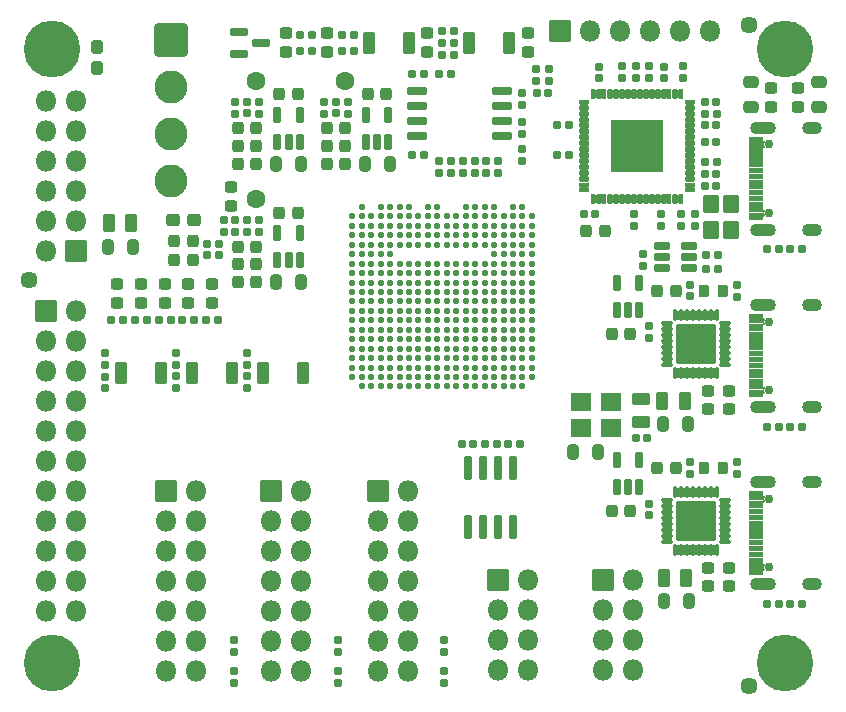
<source format=gbr>
%TF.GenerationSoftware,KiCad,Pcbnew,(5.99.0-10579-g11785b08fe)*%
%TF.CreationDate,2021-05-20T20:29:29+02:00*%
%TF.ProjectId,Mainboard,4d61696e-626f-4617-9264-2e6b69636164,1*%
%TF.SameCoordinates,Original*%
%TF.FileFunction,Soldermask,Top*%
%TF.FilePolarity,Negative*%
%FSLAX46Y46*%
G04 Gerber Fmt 4.6, Leading zero omitted, Abs format (unit mm)*
G04 Created by KiCad (PCBNEW (5.99.0-10579-g11785b08fe)) date 2021-05-20 20:29:29*
%MOMM*%
%LPD*%
G01*
G04 APERTURE LIST*
G04 Aperture macros list*
%AMRoundRect*
0 Rectangle with rounded corners*
0 $1 Rounding radius*
0 $2 $3 $4 $5 $6 $7 $8 $9 X,Y pos of 4 corners*
0 Add a 4 corners polygon primitive as box body*
4,1,4,$2,$3,$4,$5,$6,$7,$8,$9,$2,$3,0*
0 Add four circle primitives for the rounded corners*
1,1,$1+$1,$2,$3*
1,1,$1+$1,$4,$5*
1,1,$1+$1,$6,$7*
1,1,$1+$1,$8,$9*
0 Add four rect primitives between the rounded corners*
20,1,$1+$1,$2,$3,$4,$5,0*
20,1,$1+$1,$4,$5,$6,$7,0*
20,1,$1+$1,$6,$7,$8,$9,0*
20,1,$1+$1,$8,$9,$2,$3,0*%
G04 Aperture macros list end*
%ADD10RoundRect,0.262500X0.262500X-0.312500X0.262500X0.312500X-0.262500X0.312500X-0.262500X-0.312500X0*%
%ADD11RoundRect,0.160000X0.160000X0.210000X-0.160000X0.210000X-0.160000X-0.210000X0.160000X-0.210000X0*%
%ADD12RoundRect,0.262500X-0.312500X-0.262500X0.312500X-0.262500X0.312500X0.262500X-0.312500X0.262500X0*%
%ADD13RoundRect,0.243750X0.243750X0.281250X-0.243750X0.281250X-0.243750X-0.281250X0.243750X-0.281250X0*%
%ADD14RoundRect,0.250000X0.250000X0.275000X-0.250000X0.275000X-0.250000X-0.275000X0.250000X-0.275000X0*%
%ADD15RoundRect,0.165000X0.195000X-0.165000X0.195000X0.165000X-0.195000X0.165000X-0.195000X-0.165000X0*%
%ADD16RoundRect,0.225000X0.225000X0.300000X-0.225000X0.300000X-0.225000X-0.300000X0.225000X-0.300000X0*%
%ADD17RoundRect,0.259260X-1.140740X1.140740X-1.140740X-1.140740X1.140740X-1.140740X1.140740X1.140740X0*%
%ADD18C,2.800000*%
%ADD19C,4.800000*%
%ADD20RoundRect,0.250000X-0.250000X-0.275000X0.250000X-0.275000X0.250000X0.275000X-0.250000X0.275000X0*%
%ADD21RoundRect,0.165000X-0.195000X0.165000X-0.195000X-0.165000X0.195000X-0.165000X0.195000X0.165000X0*%
%ADD22RoundRect,0.250000X-0.275000X0.250000X-0.275000X-0.250000X0.275000X-0.250000X0.275000X0.250000X0*%
%ADD23RoundRect,0.275000X-0.275000X-0.500000X0.275000X-0.500000X0.275000X0.500000X-0.275000X0.500000X0*%
%ADD24C,0.750000*%
%ADD25RoundRect,0.050000X0.575000X-0.150000X0.575000X0.150000X-0.575000X0.150000X-0.575000X-0.150000X0*%
%ADD26O,1.700000X1.100000*%
%ADD27O,2.200000X1.100000*%
%ADD28RoundRect,0.243750X0.243750X0.406250X-0.243750X0.406250X-0.243750X-0.406250X0.243750X-0.406250X0*%
%ADD29RoundRect,0.160000X0.210000X-0.160000X0.210000X0.160000X-0.210000X0.160000X-0.210000X-0.160000X0*%
%ADD30RoundRect,0.160000X-0.160000X-0.210000X0.160000X-0.210000X0.160000X0.210000X-0.160000X0.210000X0*%
%ADD31RoundRect,0.175000X0.175000X-0.537500X0.175000X0.537500X-0.175000X0.537500X-0.175000X-0.537500X0*%
%ADD32RoundRect,0.087500X-0.400000X-0.087500X0.400000X-0.087500X0.400000X0.087500X-0.400000X0.087500X0*%
%ADD33RoundRect,0.087500X-0.087500X-0.400000X0.087500X-0.400000X0.087500X0.400000X-0.087500X0.400000X0*%
%ADD34RoundRect,0.050000X-1.650000X-1.650000X1.650000X-1.650000X1.650000X1.650000X-1.650000X1.650000X0*%
%ADD35RoundRect,0.165000X-0.165000X-0.195000X0.165000X-0.195000X0.165000X0.195000X-0.165000X0.195000X0*%
%ADD36RoundRect,0.165000X0.165000X0.195000X-0.165000X0.195000X-0.165000X-0.195000X0.165000X-0.195000X0*%
%ADD37RoundRect,0.243750X-0.406250X0.243750X-0.406250X-0.243750X0.406250X-0.243750X0.406250X0.243750X0*%
%ADD38RoundRect,0.050000X-0.600000X0.700000X-0.600000X-0.700000X0.600000X-0.700000X0.600000X0.700000X0*%
%ADD39RoundRect,0.050000X-0.850000X-0.850000X0.850000X-0.850000X0.850000X0.850000X-0.850000X0.850000X0*%
%ADD40O,1.800000X1.800000*%
%ADD41RoundRect,0.087500X0.362500X0.087500X-0.362500X0.087500X-0.362500X-0.087500X0.362500X-0.087500X0*%
%ADD42RoundRect,0.087500X0.087500X0.362500X-0.087500X0.362500X-0.087500X-0.362500X0.087500X-0.362500X0*%
%ADD43RoundRect,0.050000X2.175000X2.175000X-2.175000X2.175000X-2.175000X-2.175000X2.175000X-2.175000X0*%
%ADD44RoundRect,0.243750X-0.281250X0.243750X-0.281250X-0.243750X0.281250X-0.243750X0.281250X0.243750X0*%
%ADD45RoundRect,0.160000X-0.210000X0.160000X-0.210000X-0.160000X0.210000X-0.160000X0.210000X0.160000X0*%
%ADD46RoundRect,0.050000X0.850000X0.850000X-0.850000X0.850000X-0.850000X-0.850000X0.850000X-0.850000X0*%
%ADD47RoundRect,0.243750X-0.243750X-0.406250X0.243750X-0.406250X0.243750X0.406250X-0.243750X0.406250X0*%
%ADD48RoundRect,0.050000X0.450000X0.850000X-0.450000X0.850000X-0.450000X-0.850000X0.450000X-0.850000X0*%
%ADD49RoundRect,0.050000X0.850000X-0.850000X0.850000X0.850000X-0.850000X0.850000X-0.850000X-0.850000X0*%
%ADD50C,1.600000*%
%ADD51RoundRect,0.243750X0.281250X-0.243750X0.281250X0.243750X-0.281250X0.243750X-0.281250X-0.243750X0*%
%ADD52RoundRect,0.250000X0.275000X-0.250000X0.275000X0.250000X-0.275000X0.250000X-0.275000X-0.250000X0*%
%ADD53C,1.448000*%
%ADD54RoundRect,0.275000X0.500000X-0.275000X0.500000X0.275000X-0.500000X0.275000X-0.500000X-0.275000X0*%
%ADD55RoundRect,0.050000X-0.450000X-0.850000X0.450000X-0.850000X0.450000X0.850000X-0.450000X0.850000X0*%
%ADD56RoundRect,0.175000X0.175000X-0.850000X0.175000X0.850000X-0.175000X0.850000X-0.175000X-0.850000X0*%
%ADD57RoundRect,0.175000X-0.675000X-0.175000X0.675000X-0.175000X0.675000X0.175000X-0.675000X0.175000X0*%
%ADD58RoundRect,0.243750X-0.243750X-0.281250X0.243750X-0.281250X0.243750X0.281250X-0.243750X0.281250X0*%
%ADD59RoundRect,0.175000X-0.612500X-0.175000X0.612500X-0.175000X0.612500X0.175000X-0.612500X0.175000X0*%
%ADD60C,0.550000*%
%ADD61RoundRect,0.050000X0.800000X0.750000X-0.800000X0.750000X-0.800000X-0.750000X0.800000X-0.750000X0*%
%ADD62RoundRect,0.175000X-0.537500X-0.175000X0.537500X-0.175000X0.537500X0.175000X-0.537500X0.175000X0*%
G04 APERTURE END LIST*
D10*
%TO.C,F2*%
X122750000Y-75625000D03*
X122750000Y-73875000D03*
%TD*%
D11*
%TO.C,R43*%
X133135000Y-90500000D03*
X132115000Y-90500000D03*
%TD*%
D12*
%TO.C,F1*%
X129250000Y-88500000D03*
X131000000Y-88500000D03*
%TD*%
D13*
%TO.C,D12*%
X130912500Y-90250000D03*
X129337500Y-90250000D03*
%TD*%
D14*
%TO.C,C203*%
X171775000Y-109500000D03*
X170225000Y-109500000D03*
%TD*%
D15*
%TO.C,C107*%
X173000000Y-94980000D03*
X173000000Y-94020000D03*
%TD*%
D16*
%TO.C,R205*%
X175825000Y-109500000D03*
X174175000Y-109500000D03*
%TD*%
%TO.C,R105*%
X175825000Y-94500000D03*
X174175000Y-94500000D03*
%TD*%
D17*
%TO.C,J2*%
X129050000Y-73282500D03*
D18*
X129050000Y-77242500D03*
X129050000Y-81202500D03*
X129050000Y-85162500D03*
%TD*%
D19*
%TO.C,H3*%
X181000000Y-74000000D03*
%TD*%
%TO.C,H4*%
X181000000Y-126000000D03*
%TD*%
%TO.C,H1*%
X119000000Y-74000000D03*
%TD*%
D20*
%TO.C,C102*%
X166350000Y-98125000D03*
X167900000Y-98125000D03*
%TD*%
D14*
%TO.C,C103*%
X170225000Y-94500000D03*
X171775000Y-94500000D03*
%TD*%
D21*
%TO.C,C105*%
X169500000Y-97520000D03*
X169500000Y-98480000D03*
%TD*%
D22*
%TO.C,C106*%
X174500000Y-102975000D03*
X174500000Y-104525000D03*
%TD*%
D20*
%TO.C,C202*%
X166350000Y-113125000D03*
X167900000Y-113125000D03*
%TD*%
D22*
%TO.C,C204*%
X176250000Y-117975000D03*
X176250000Y-119525000D03*
%TD*%
D21*
%TO.C,C205*%
X169500000Y-112520000D03*
X169500000Y-113480000D03*
%TD*%
D22*
%TO.C,C206*%
X174500000Y-117975000D03*
X174500000Y-119525000D03*
%TD*%
D15*
%TO.C,C207*%
X173000000Y-109980000D03*
X173000000Y-109020000D03*
%TD*%
D23*
%TO.C,C201*%
X170775000Y-118800000D03*
X172675000Y-118800000D03*
%TD*%
D24*
%TO.C,J101*%
X179645000Y-97110000D03*
X179645000Y-102890000D03*
D25*
X178580000Y-103350000D03*
X178580000Y-102550000D03*
X178580000Y-101250000D03*
X178580000Y-100250000D03*
X178580000Y-99750000D03*
X178580000Y-98750000D03*
X178580000Y-97450000D03*
X178580000Y-96650000D03*
X178580000Y-96950000D03*
X178580000Y-97750000D03*
X178580000Y-98250000D03*
X178580000Y-99250000D03*
X178580000Y-100750000D03*
X178580000Y-101750000D03*
X178580000Y-102250000D03*
X178580000Y-103050000D03*
D26*
X183325000Y-95680000D03*
X183325000Y-104320000D03*
D27*
X179145000Y-104320000D03*
X179145000Y-95680000D03*
%TD*%
D24*
%TO.C,J201*%
X179645000Y-112110000D03*
X179645000Y-117890000D03*
D25*
X178580000Y-118350000D03*
X178580000Y-117550000D03*
X178580000Y-116250000D03*
X178580000Y-115250000D03*
X178580000Y-114750000D03*
X178580000Y-113750000D03*
X178580000Y-112450000D03*
X178580000Y-111650000D03*
X178580000Y-111950000D03*
X178580000Y-112750000D03*
X178580000Y-113250000D03*
X178580000Y-114250000D03*
X178580000Y-115750000D03*
X178580000Y-116750000D03*
X178580000Y-117250000D03*
X178580000Y-118050000D03*
D26*
X183325000Y-119320000D03*
D27*
X179145000Y-110680000D03*
X179145000Y-119320000D03*
D26*
X183325000Y-110680000D03*
%TD*%
D28*
%TO.C,L101*%
X172812500Y-105750000D03*
X170687500Y-105750000D03*
%TD*%
D11*
%TO.C,R102*%
X182510000Y-106000000D03*
X181490000Y-106000000D03*
%TD*%
D29*
%TO.C,R104*%
X177000000Y-95010000D03*
X177000000Y-93990000D03*
%TD*%
D30*
%TO.C,R201*%
X179490000Y-121000000D03*
X180510000Y-121000000D03*
%TD*%
D11*
%TO.C,R202*%
X182510000Y-121000000D03*
X181490000Y-121000000D03*
%TD*%
D29*
%TO.C,R204*%
X177000000Y-110010000D03*
X177000000Y-108990000D03*
%TD*%
D31*
%TO.C,U102*%
X166800000Y-96137500D03*
X167750000Y-96137500D03*
X168700000Y-96137500D03*
X168700000Y-93862500D03*
X166800000Y-93862500D03*
%TD*%
D32*
%TO.C,U101*%
X171062500Y-97250000D03*
X171062500Y-97750000D03*
X171062500Y-98250000D03*
X171062500Y-98750000D03*
X171062500Y-99250000D03*
X171062500Y-99750000D03*
X171062500Y-100250000D03*
X171062500Y-100750000D03*
D33*
X171750000Y-101437500D03*
X172250000Y-101437500D03*
X172750000Y-101437500D03*
X173250000Y-101437500D03*
X173750000Y-101437500D03*
X174250000Y-101437500D03*
X174750000Y-101437500D03*
X175250000Y-101437500D03*
D32*
X175937500Y-100750000D03*
X175937500Y-100250000D03*
X175937500Y-99750000D03*
X175937500Y-99250000D03*
X175937500Y-98750000D03*
X175937500Y-98250000D03*
X175937500Y-97750000D03*
X175937500Y-97250000D03*
D33*
X175250000Y-96562500D03*
X174750000Y-96562500D03*
X174250000Y-96562500D03*
X173750000Y-96562500D03*
X173250000Y-96562500D03*
X172750000Y-96562500D03*
X172250000Y-96562500D03*
X171750000Y-96562500D03*
D34*
X173500000Y-99000000D03*
%TD*%
D31*
%TO.C,U202*%
X166800000Y-111137500D03*
X167750000Y-111137500D03*
X168700000Y-111137500D03*
X168700000Y-108862500D03*
X166800000Y-108862500D03*
%TD*%
D32*
%TO.C,U201*%
X171062500Y-112250000D03*
X171062500Y-112750000D03*
X171062500Y-113250000D03*
X171062500Y-113750000D03*
X171062500Y-114250000D03*
X171062500Y-114750000D03*
X171062500Y-115250000D03*
X171062500Y-115750000D03*
D33*
X171750000Y-116437500D03*
X172250000Y-116437500D03*
X172750000Y-116437500D03*
X173250000Y-116437500D03*
X173750000Y-116437500D03*
X174250000Y-116437500D03*
X174750000Y-116437500D03*
X175250000Y-116437500D03*
D32*
X175937500Y-115750000D03*
X175937500Y-115250000D03*
X175937500Y-114750000D03*
X175937500Y-114250000D03*
X175937500Y-113750000D03*
X175937500Y-113250000D03*
X175937500Y-112750000D03*
X175937500Y-112250000D03*
D33*
X175250000Y-111562500D03*
X174750000Y-111562500D03*
X174250000Y-111562500D03*
X173750000Y-111562500D03*
X173250000Y-111562500D03*
X172750000Y-111562500D03*
X172250000Y-111562500D03*
X171750000Y-111562500D03*
D34*
X173500000Y-114000000D03*
%TD*%
D30*
%TO.C,R101*%
X179490000Y-106000000D03*
X180510000Y-106000000D03*
%TD*%
D22*
%TO.C,C104*%
X176250000Y-102975000D03*
X176250000Y-104525000D03*
%TD*%
D23*
%TO.C,C101*%
X170650000Y-103800000D03*
X172550000Y-103800000D03*
%TD*%
D28*
%TO.C,L201*%
X172937500Y-120750000D03*
X170812500Y-120750000D03*
%TD*%
D24*
%TO.C,J501*%
X179645000Y-87890000D03*
X179645000Y-82110000D03*
D25*
X178580000Y-88350000D03*
X178580000Y-87550000D03*
X178580000Y-86250000D03*
X178580000Y-85250000D03*
X178580000Y-84750000D03*
X178580000Y-83750000D03*
X178580000Y-82450000D03*
X178580000Y-81650000D03*
X178580000Y-81950000D03*
X178580000Y-82750000D03*
X178580000Y-83250000D03*
X178580000Y-84250000D03*
X178580000Y-85750000D03*
X178580000Y-86750000D03*
X178580000Y-87250000D03*
X178580000Y-88050000D03*
D26*
X183325000Y-80680000D03*
D27*
X179145000Y-80680000D03*
D26*
X183325000Y-89320000D03*
D27*
X179145000Y-89320000D03*
%TD*%
D30*
%TO.C,R501*%
X179490000Y-91000000D03*
X180510000Y-91000000D03*
%TD*%
D11*
%TO.C,R502*%
X182510000Y-91000000D03*
X181490000Y-91000000D03*
%TD*%
D21*
%TO.C,C501*%
X173375000Y-88020000D03*
X173375000Y-88980000D03*
%TD*%
D35*
%TO.C,C502*%
X174270000Y-85625000D03*
X175230000Y-85625000D03*
%TD*%
%TO.C,C506*%
X174270000Y-81875000D03*
X175230000Y-81875000D03*
%TD*%
D36*
%TO.C,C507*%
X162730000Y-80500000D03*
X161770000Y-80500000D03*
%TD*%
D35*
%TO.C,C509*%
X174270000Y-80500000D03*
X175230000Y-80500000D03*
%TD*%
D36*
%TO.C,C510*%
X162730000Y-83000000D03*
X161770000Y-83000000D03*
%TD*%
D15*
%TO.C,C511*%
X170750000Y-76480000D03*
X170750000Y-75520000D03*
%TD*%
%TO.C,C512*%
X165250000Y-76480000D03*
X165250000Y-75520000D03*
%TD*%
D35*
%TO.C,C514*%
X164020000Y-88000000D03*
X164980000Y-88000000D03*
%TD*%
D20*
%TO.C,C515*%
X164225000Y-89400000D03*
X165775000Y-89400000D03*
%TD*%
D37*
%TO.C,L1*%
X178125000Y-76812500D03*
X178125000Y-78937500D03*
%TD*%
%TO.C,L501*%
X183875000Y-76812500D03*
X183875000Y-78937500D03*
%TD*%
D29*
%TO.C,R508*%
X170500000Y-89010000D03*
X170500000Y-87990000D03*
%TD*%
D38*
%TO.C,Y501*%
X174775000Y-87150000D03*
X174775000Y-89350000D03*
X176475000Y-89350000D03*
X176475000Y-87150000D03*
%TD*%
D21*
%TO.C,C508*%
X172250000Y-88020000D03*
X172250000Y-88980000D03*
%TD*%
D29*
%TO.C,R601*%
X152200000Y-125110000D03*
X152200000Y-124090000D03*
%TD*%
%TO.C,R602*%
X152200000Y-127710000D03*
X152200000Y-126690000D03*
%TD*%
%TO.C,R611*%
X143200000Y-125110000D03*
X143200000Y-124090000D03*
%TD*%
%TO.C,R612*%
X143200000Y-127710000D03*
X143200000Y-126690000D03*
%TD*%
%TO.C,R621*%
X134400000Y-125110000D03*
X134400000Y-124090000D03*
%TD*%
%TO.C,R622*%
X134400000Y-127710000D03*
X134400000Y-126690000D03*
%TD*%
D19*
%TO.C,H2*%
X119000000Y-126000000D03*
%TD*%
D39*
%TO.C,J611*%
X137540000Y-111430000D03*
D40*
X140080000Y-111430000D03*
X137540000Y-113970000D03*
X140080000Y-113970000D03*
X137540000Y-116510000D03*
X140080000Y-116510000D03*
X137540000Y-119050000D03*
X140080000Y-119050000D03*
X137540000Y-121590000D03*
X140080000Y-121590000D03*
X137540000Y-124130000D03*
X140080000Y-124130000D03*
X137540000Y-126670000D03*
X140080000Y-126670000D03*
%TD*%
D39*
%TO.C,J621*%
X128650000Y-111430000D03*
D40*
X131190000Y-111430000D03*
X128650000Y-113970000D03*
X131190000Y-113970000D03*
X128650000Y-116510000D03*
X131190000Y-116510000D03*
X128650000Y-119050000D03*
X131190000Y-119050000D03*
X128650000Y-121590000D03*
X131190000Y-121590000D03*
X128650000Y-124130000D03*
X131190000Y-124130000D03*
X128650000Y-126670000D03*
X131190000Y-126670000D03*
%TD*%
D39*
%TO.C,J702*%
X156740000Y-119010000D03*
D40*
X159280000Y-119010000D03*
X156740000Y-121550000D03*
X159280000Y-121550000D03*
X156740000Y-124090000D03*
X159280000Y-124090000D03*
X156740000Y-126630000D03*
X159280000Y-126630000D03*
%TD*%
D39*
%TO.C,J701*%
X165630000Y-119010000D03*
D40*
X168170000Y-119010000D03*
X165630000Y-121550000D03*
X168170000Y-121550000D03*
X165630000Y-124090000D03*
X168170000Y-124090000D03*
X165630000Y-126630000D03*
X168170000Y-126630000D03*
%TD*%
D39*
%TO.C,J601*%
X146580000Y-111430000D03*
D40*
X149120000Y-111430000D03*
X146580000Y-113970000D03*
X149120000Y-113970000D03*
X146580000Y-116510000D03*
X149120000Y-116510000D03*
X146580000Y-119050000D03*
X149120000Y-119050000D03*
X146580000Y-121590000D03*
X149120000Y-121590000D03*
X146580000Y-124130000D03*
X149120000Y-124130000D03*
X146580000Y-126670000D03*
X149120000Y-126670000D03*
%TD*%
D39*
%TO.C,J801*%
X118485000Y-96190000D03*
D40*
X121025000Y-96190000D03*
X118485000Y-98730000D03*
X121025000Y-98730000D03*
X118485000Y-101270000D03*
X121025000Y-101270000D03*
X118485000Y-103810000D03*
X121025000Y-103810000D03*
X118485000Y-106350000D03*
X121025000Y-106350000D03*
X118485000Y-108890000D03*
X121025000Y-108890000D03*
X118485000Y-111430000D03*
X121025000Y-111430000D03*
X118485000Y-113970000D03*
X121025000Y-113970000D03*
X118485000Y-116510000D03*
X121025000Y-116510000D03*
X118485000Y-119050000D03*
X121025000Y-119050000D03*
X118485000Y-121590000D03*
X121025000Y-121590000D03*
%TD*%
D41*
%TO.C,U501*%
X172950000Y-86000000D03*
X172950000Y-85500000D03*
X172950000Y-85000000D03*
X172950000Y-84500000D03*
X172950000Y-84000000D03*
X172950000Y-83500000D03*
X172950000Y-83000000D03*
X172950000Y-82500000D03*
X172950000Y-82000000D03*
X172950000Y-81500000D03*
X172950000Y-81000000D03*
X172950000Y-80500000D03*
X172950000Y-80000000D03*
X172950000Y-79500000D03*
X172950000Y-79000000D03*
X172950000Y-78500000D03*
D42*
X172250000Y-77800000D03*
X171750000Y-77800000D03*
X171250000Y-77800000D03*
X170750000Y-77800000D03*
X170250000Y-77800000D03*
X169750000Y-77800000D03*
X169250000Y-77800000D03*
X168750000Y-77800000D03*
X168250000Y-77800000D03*
X167750000Y-77800000D03*
X167250000Y-77800000D03*
X166750000Y-77800000D03*
X166250000Y-77800000D03*
X165750000Y-77800000D03*
X165250000Y-77800000D03*
X164750000Y-77800000D03*
D41*
X164050000Y-78500000D03*
X164050000Y-79000000D03*
X164050000Y-79500000D03*
X164050000Y-80000000D03*
X164050000Y-80500000D03*
X164050000Y-81000000D03*
X164050000Y-81500000D03*
X164050000Y-82000000D03*
X164050000Y-82500000D03*
X164050000Y-83000000D03*
X164050000Y-83500000D03*
X164050000Y-84000000D03*
X164050000Y-84500000D03*
X164050000Y-85000000D03*
X164050000Y-85500000D03*
X164050000Y-86000000D03*
D42*
X164750000Y-86700000D03*
X165250000Y-86700000D03*
X165750000Y-86700000D03*
X166250000Y-86700000D03*
X166750000Y-86700000D03*
X167250000Y-86700000D03*
X167750000Y-86700000D03*
X168250000Y-86700000D03*
X168750000Y-86700000D03*
X169250000Y-86700000D03*
X169750000Y-86700000D03*
X170250000Y-86700000D03*
X170750000Y-86700000D03*
X171250000Y-86700000D03*
X171750000Y-86700000D03*
X172250000Y-86700000D03*
D43*
X168500000Y-82250000D03*
%TD*%
D44*
%TO.C,D3*%
X128500000Y-93925000D03*
X128500000Y-95500000D03*
%TD*%
%TO.C,D4*%
X130500000Y-93962500D03*
X130500000Y-95537500D03*
%TD*%
%TO.C,D5*%
X124500000Y-93925000D03*
X124500000Y-95500000D03*
%TD*%
D45*
%TO.C,R3*%
X123500000Y-99740000D03*
X123500000Y-100760000D03*
%TD*%
%TO.C,R4*%
X129500000Y-99740000D03*
X129500000Y-100760000D03*
%TD*%
%TO.C,R5*%
X135500000Y-99740000D03*
X135500000Y-100760000D03*
%TD*%
D46*
%TO.C,J4*%
X121030000Y-91110000D03*
D40*
X118490000Y-91110000D03*
X121030000Y-88570000D03*
X118490000Y-88570000D03*
X121030000Y-86030000D03*
X118490000Y-86030000D03*
X121030000Y-83490000D03*
X118490000Y-83490000D03*
X121030000Y-80950000D03*
X118490000Y-80950000D03*
X121030000Y-78410000D03*
X118490000Y-78410000D03*
%TD*%
D23*
%TO.C,C3*%
X123800000Y-88750000D03*
X125700000Y-88750000D03*
%TD*%
D28*
%TO.C,L2*%
X125812500Y-90750000D03*
X123687500Y-90750000D03*
%TD*%
D44*
%TO.C,D2*%
X134125000Y-85712500D03*
X134125000Y-87287500D03*
%TD*%
D47*
%TO.C,L6*%
X163062500Y-108125000D03*
X165187500Y-108125000D03*
%TD*%
D29*
%TO.C,R36*%
X169500000Y-76510000D03*
X169500000Y-75490000D03*
%TD*%
D48*
%TO.C,SW4*%
X134200000Y-101480000D03*
X130800000Y-101480000D03*
%TD*%
D30*
%TO.C,R38*%
X155615000Y-107500000D03*
X156635000Y-107500000D03*
%TD*%
D31*
%TO.C,U4*%
X138050000Y-81887500D03*
X139000000Y-81887500D03*
X139950000Y-81887500D03*
X139950000Y-79612500D03*
X138050000Y-79612500D03*
%TD*%
D49*
%TO.C,J1*%
X162000000Y-72500000D03*
D40*
X164540000Y-72500000D03*
X167080000Y-72500000D03*
X169620000Y-72500000D03*
X172160000Y-72500000D03*
X174700000Y-72500000D03*
%TD*%
D14*
%TO.C,C14*%
X136275000Y-83750000D03*
X134725000Y-83750000D03*
%TD*%
%TO.C,C16*%
X136275000Y-92250000D03*
X134725000Y-92250000D03*
%TD*%
D35*
%TO.C,C516*%
X174270000Y-78500000D03*
X175230000Y-78500000D03*
%TD*%
D50*
%TO.C,TP5*%
X136250000Y-76750000D03*
%TD*%
D29*
%TO.C,R15*%
X153750000Y-84510000D03*
X153750000Y-83490000D03*
%TD*%
D21*
%TO.C,C52*%
X129500000Y-101750000D03*
X129500000Y-102710000D03*
%TD*%
D30*
%TO.C,R16*%
X151740000Y-76125000D03*
X152760000Y-76125000D03*
%TD*%
D45*
%TO.C,R11*%
X134500000Y-78490000D03*
X134500000Y-79510000D03*
%TD*%
D11*
%TO.C,R40*%
X125010000Y-97000000D03*
X123990000Y-97000000D03*
%TD*%
%TO.C,R503*%
X175260000Y-83625000D03*
X174240000Y-83625000D03*
%TD*%
D20*
%TO.C,C4*%
X138225000Y-87875000D03*
X139775000Y-87875000D03*
%TD*%
D51*
%TO.C,D10*%
X150750000Y-74287500D03*
X150750000Y-72712500D03*
%TD*%
D29*
%TO.C,R34*%
X167250000Y-76510000D03*
X167250000Y-75490000D03*
%TD*%
D11*
%TO.C,R505*%
X175385000Y-92625000D03*
X174365000Y-92625000D03*
%TD*%
D14*
%TO.C,C10*%
X136275000Y-90750000D03*
X134725000Y-90750000D03*
%TD*%
D15*
%TO.C,C9*%
X143000000Y-79480000D03*
X143000000Y-78520000D03*
%TD*%
D31*
%TO.C,U3*%
X138050000Y-91887500D03*
X139000000Y-91887500D03*
X139950000Y-91887500D03*
X139950000Y-89612500D03*
X138050000Y-89612500D03*
%TD*%
D45*
%TO.C,R13*%
X142000000Y-78490000D03*
X142000000Y-79510000D03*
%TD*%
%TO.C,R14*%
X154750000Y-83490000D03*
X154750000Y-84510000D03*
%TD*%
D52*
%TO.C,C503*%
X182125000Y-78900000D03*
X182125000Y-77350000D03*
%TD*%
%TO.C,C505*%
X179875000Y-78900000D03*
X179875000Y-77350000D03*
%TD*%
D45*
%TO.C,R17*%
X152750000Y-83490000D03*
X152750000Y-84510000D03*
%TD*%
D21*
%TO.C,C53*%
X135500000Y-101750000D03*
X135500000Y-102710000D03*
%TD*%
D45*
%TO.C,R9*%
X134500000Y-88490000D03*
X134500000Y-89510000D03*
%TD*%
D53*
%TO.C,H6*%
X117000000Y-93625000D03*
%TD*%
D14*
%TO.C,C17*%
X136275000Y-82250000D03*
X134725000Y-82250000D03*
%TD*%
D21*
%TO.C,C513*%
X168250000Y-88020000D03*
X168250000Y-88980000D03*
%TD*%
D54*
%TO.C,C19*%
X168875000Y-105575000D03*
X168875000Y-103675000D03*
%TD*%
D14*
%TO.C,C18*%
X143775000Y-82250000D03*
X142225000Y-82250000D03*
%TD*%
D11*
%TO.C,R29*%
X153010000Y-72500000D03*
X151990000Y-72500000D03*
%TD*%
D48*
%TO.C,SW5*%
X140200000Y-101480000D03*
X136800000Y-101480000D03*
%TD*%
D55*
%TO.C,SW2*%
X145800000Y-73500000D03*
X149200000Y-73500000D03*
%TD*%
%TO.C,SW1*%
X154300000Y-73500000D03*
X157700000Y-73500000D03*
%TD*%
D51*
%TO.C,D7*%
X138750000Y-74287500D03*
X138750000Y-72712500D03*
%TD*%
D11*
%TO.C,R42*%
X133020000Y-97000000D03*
X132000000Y-97000000D03*
%TD*%
%TO.C,R1*%
X133135000Y-91500000D03*
X132115000Y-91500000D03*
%TD*%
D29*
%TO.C,R10*%
X136500000Y-79510000D03*
X136500000Y-78490000D03*
%TD*%
D48*
%TO.C,SW3*%
X128200000Y-101480000D03*
X124800000Y-101480000D03*
%TD*%
D51*
%TO.C,D8*%
X159250000Y-74287500D03*
X159250000Y-72712500D03*
%TD*%
D11*
%TO.C,R28*%
X150510000Y-76125000D03*
X149490000Y-76125000D03*
%TD*%
D29*
%TO.C,R7*%
X155750000Y-84510000D03*
X155750000Y-83490000D03*
%TD*%
D11*
%TO.C,R27*%
X144510000Y-74200000D03*
X143490000Y-74200000D03*
%TD*%
D56*
%TO.C,U6*%
X154220000Y-114475000D03*
X155490000Y-114475000D03*
X156760000Y-114475000D03*
X158030000Y-114475000D03*
X158030000Y-109525000D03*
X156760000Y-109525000D03*
X155490000Y-109525000D03*
X154220000Y-109525000D03*
%TD*%
D44*
%TO.C,D11*%
X132500000Y-93962500D03*
X132500000Y-95537500D03*
%TD*%
D21*
%TO.C,C51*%
X123500000Y-101770000D03*
X123500000Y-102730000D03*
%TD*%
D11*
%TO.C,R37*%
X158635000Y-107500000D03*
X157615000Y-107500000D03*
%TD*%
%TO.C,R41*%
X127020000Y-96980000D03*
X126000000Y-96980000D03*
%TD*%
D14*
%TO.C,C12*%
X143775000Y-80750000D03*
X142225000Y-80750000D03*
%TD*%
D15*
%TO.C,C8*%
X135500000Y-79480000D03*
X135500000Y-78520000D03*
%TD*%
D29*
%TO.C,R35*%
X168375000Y-76510000D03*
X168375000Y-75490000D03*
%TD*%
D11*
%TO.C,R31*%
X153010000Y-73500000D03*
X151990000Y-73500000D03*
%TD*%
D36*
%TO.C,C50*%
X154605000Y-107500000D03*
X153645000Y-107500000D03*
%TD*%
D14*
%TO.C,C11*%
X136275000Y-80750000D03*
X134725000Y-80750000D03*
%TD*%
D57*
%TO.C,U2*%
X149900000Y-77595000D03*
X149900000Y-78865000D03*
X149900000Y-80135000D03*
X149900000Y-81405000D03*
X157100000Y-81405000D03*
X157100000Y-80135000D03*
X157100000Y-78865000D03*
X157100000Y-77595000D03*
%TD*%
D29*
%TO.C,R2*%
X133500000Y-89510000D03*
X133500000Y-88490000D03*
%TD*%
D14*
%TO.C,C15*%
X143775000Y-83750000D03*
X142225000Y-83750000D03*
%TD*%
D15*
%TO.C,C7*%
X135500000Y-89480000D03*
X135500000Y-88520000D03*
%TD*%
D11*
%TO.C,R504*%
X175385000Y-91500000D03*
X174365000Y-91500000D03*
%TD*%
D35*
%TO.C,C20*%
X168395000Y-107000000D03*
X169355000Y-107000000D03*
%TD*%
D29*
%TO.C,R506*%
X169000000Y-92385000D03*
X169000000Y-91365000D03*
%TD*%
D53*
%TO.C,H7*%
X178000000Y-128000000D03*
%TD*%
D50*
%TO.C,TP4*%
X136250000Y-86750000D03*
%TD*%
D30*
%TO.C,R30*%
X149490000Y-83000000D03*
X150510000Y-83000000D03*
%TD*%
D29*
%TO.C,R18*%
X151750000Y-84510000D03*
X151750000Y-83490000D03*
%TD*%
D44*
%TO.C,D6*%
X126500000Y-93962500D03*
X126500000Y-95537500D03*
%TD*%
D31*
%TO.C,U5*%
X145550000Y-81887500D03*
X146500000Y-81887500D03*
X147450000Y-81887500D03*
X147450000Y-79612500D03*
X145550000Y-79612500D03*
%TD*%
D45*
%TO.C,R6*%
X156750000Y-83490000D03*
X156750000Y-84510000D03*
%TD*%
D51*
%TO.C,D9*%
X142250000Y-74287500D03*
X142250000Y-72712500D03*
%TD*%
D11*
%TO.C,R22*%
X161010000Y-75750000D03*
X159990000Y-75750000D03*
%TD*%
D45*
%TO.C,R32*%
X158750000Y-77730000D03*
X158750000Y-78750000D03*
%TD*%
D58*
%TO.C,D1*%
X129337500Y-91875000D03*
X130912500Y-91875000D03*
%TD*%
D45*
%TO.C,R24*%
X158750000Y-82490000D03*
X158750000Y-83510000D03*
%TD*%
D29*
%TO.C,R12*%
X144000000Y-79510000D03*
X144000000Y-78490000D03*
%TD*%
D30*
%TO.C,R507*%
X174240000Y-79500000D03*
X175260000Y-79500000D03*
%TD*%
D20*
%TO.C,C6*%
X145725000Y-77875000D03*
X147275000Y-77875000D03*
%TD*%
D35*
%TO.C,C2*%
X152020000Y-74500000D03*
X152980000Y-74500000D03*
%TD*%
D59*
%TO.C,Q1*%
X134825000Y-72550000D03*
X134825000Y-74450000D03*
X136700000Y-73500000D03*
%TD*%
D53*
%TO.C,H5*%
X178000000Y-72000000D03*
%TD*%
D35*
%TO.C,C1*%
X160020000Y-77750000D03*
X160980000Y-77750000D03*
%TD*%
D11*
%TO.C,R26*%
X161010000Y-76750000D03*
X159990000Y-76750000D03*
%TD*%
D60*
%TO.C,U1*%
X158800000Y-102600000D03*
X158000000Y-102600000D03*
X157200000Y-102600000D03*
X156400000Y-102600000D03*
X155600000Y-102600000D03*
X154800000Y-102600000D03*
X154000000Y-102600000D03*
X153200000Y-102600000D03*
X152400000Y-102600000D03*
X151600000Y-102600000D03*
X150800000Y-102600000D03*
X150000000Y-102600000D03*
X149200000Y-102600000D03*
X148400000Y-102600000D03*
X147600000Y-102600000D03*
X146800000Y-102600000D03*
X146000000Y-102600000D03*
X145200000Y-102600000D03*
X159600000Y-101800000D03*
X158800000Y-101800000D03*
X158000000Y-101800000D03*
X157200000Y-101800000D03*
X156400000Y-101800000D03*
X155600000Y-101800000D03*
X154800000Y-101800000D03*
X154000000Y-101800000D03*
X153200000Y-101800000D03*
X152400000Y-101800000D03*
X151600000Y-101800000D03*
X150800000Y-101800000D03*
X150000000Y-101800000D03*
X149200000Y-101800000D03*
X148400000Y-101800000D03*
X147600000Y-101800000D03*
X146800000Y-101800000D03*
X146000000Y-101800000D03*
X145200000Y-101800000D03*
X144400000Y-101800000D03*
X159600000Y-101000000D03*
X158800000Y-101000000D03*
X158000000Y-101000000D03*
X157200000Y-101000000D03*
X156400000Y-101000000D03*
X155600000Y-101000000D03*
X154800000Y-101000000D03*
X154000000Y-101000000D03*
X153200000Y-101000000D03*
X152400000Y-101000000D03*
X151600000Y-101000000D03*
X150800000Y-101000000D03*
X150000000Y-101000000D03*
X149200000Y-101000000D03*
X148400000Y-101000000D03*
X147600000Y-101000000D03*
X146800000Y-101000000D03*
X146000000Y-101000000D03*
X145200000Y-101000000D03*
X144400000Y-101000000D03*
X159600000Y-100200000D03*
X158800000Y-100200000D03*
X158000000Y-100200000D03*
X157200000Y-100200000D03*
X156400000Y-100200000D03*
X155600000Y-100200000D03*
X154800000Y-100200000D03*
X154000000Y-100200000D03*
X153200000Y-100200000D03*
X152400000Y-100200000D03*
X151600000Y-100200000D03*
X150800000Y-100200000D03*
X150000000Y-100200000D03*
X149200000Y-100200000D03*
X148400000Y-100200000D03*
X147600000Y-100200000D03*
X146800000Y-100200000D03*
X146000000Y-100200000D03*
X145200000Y-100200000D03*
X144400000Y-100200000D03*
X159600000Y-99400000D03*
X158800000Y-99400000D03*
X158000000Y-99400000D03*
X157200000Y-99400000D03*
X156400000Y-99400000D03*
X155600000Y-99400000D03*
X154800000Y-99400000D03*
X154000000Y-99400000D03*
X153200000Y-99400000D03*
X152400000Y-99400000D03*
X151600000Y-99400000D03*
X150800000Y-99400000D03*
X150000000Y-99400000D03*
X149200000Y-99400000D03*
X148400000Y-99400000D03*
X147600000Y-99400000D03*
X146800000Y-99400000D03*
X146000000Y-99400000D03*
X145200000Y-99400000D03*
X144400000Y-99400000D03*
X159600000Y-98600000D03*
X158800000Y-98600000D03*
X158000000Y-98600000D03*
X157200000Y-98600000D03*
X156400000Y-98600000D03*
X155600000Y-98600000D03*
X154800000Y-98600000D03*
X154000000Y-98600000D03*
X153200000Y-98600000D03*
X152400000Y-98600000D03*
X151600000Y-98600000D03*
X150800000Y-98600000D03*
X150000000Y-98600000D03*
X149200000Y-98600000D03*
X148400000Y-98600000D03*
X147600000Y-98600000D03*
X146800000Y-98600000D03*
X146000000Y-98600000D03*
X145200000Y-98600000D03*
X144400000Y-98600000D03*
X159600000Y-97800000D03*
X158800000Y-97800000D03*
X158000000Y-97800000D03*
X157200000Y-97800000D03*
X156400000Y-97800000D03*
X155600000Y-97800000D03*
X154800000Y-97800000D03*
X154000000Y-97800000D03*
X153200000Y-97800000D03*
X152400000Y-97800000D03*
X151600000Y-97800000D03*
X150800000Y-97800000D03*
X150000000Y-97800000D03*
X149200000Y-97800000D03*
X148400000Y-97800000D03*
X147600000Y-97800000D03*
X146800000Y-97800000D03*
X146000000Y-97800000D03*
X145200000Y-97800000D03*
X144400000Y-97800000D03*
X159600000Y-97000000D03*
X158800000Y-97000000D03*
X158000000Y-97000000D03*
X157200000Y-97000000D03*
X156400000Y-97000000D03*
X155600000Y-97000000D03*
X154800000Y-97000000D03*
X154000000Y-97000000D03*
X153200000Y-97000000D03*
X152400000Y-97000000D03*
X151600000Y-97000000D03*
X150800000Y-97000000D03*
X150000000Y-97000000D03*
X149200000Y-97000000D03*
X148400000Y-97000000D03*
X147600000Y-97000000D03*
X146800000Y-97000000D03*
X146000000Y-97000000D03*
X145200000Y-97000000D03*
X144400000Y-97000000D03*
X159600000Y-96200000D03*
X158800000Y-96200000D03*
X158000000Y-96200000D03*
X157200000Y-96200000D03*
X156400000Y-96200000D03*
X155600000Y-96200000D03*
X154800000Y-96200000D03*
X154000000Y-96200000D03*
X153200000Y-96200000D03*
X152400000Y-96200000D03*
X151600000Y-96200000D03*
X150800000Y-96200000D03*
X150000000Y-96200000D03*
X149200000Y-96200000D03*
X148400000Y-96200000D03*
X147600000Y-96200000D03*
X146800000Y-96200000D03*
X146000000Y-96200000D03*
X145200000Y-96200000D03*
X144400000Y-96200000D03*
X159600000Y-95400000D03*
X158800000Y-95400000D03*
X158000000Y-95400000D03*
X157200000Y-95400000D03*
X156400000Y-95400000D03*
X155600000Y-95400000D03*
X154800000Y-95400000D03*
X154000000Y-95400000D03*
X153200000Y-95400000D03*
X152400000Y-95400000D03*
X151600000Y-95400000D03*
X150800000Y-95400000D03*
X150000000Y-95400000D03*
X149200000Y-95400000D03*
X148400000Y-95400000D03*
X147600000Y-95400000D03*
X146800000Y-95400000D03*
X146000000Y-95400000D03*
X145200000Y-95400000D03*
X144400000Y-95400000D03*
X159600000Y-94600000D03*
X158800000Y-94600000D03*
X158000000Y-94600000D03*
X157200000Y-94600000D03*
X156400000Y-94600000D03*
X155600000Y-94600000D03*
X154800000Y-94600000D03*
X154000000Y-94600000D03*
X153200000Y-94600000D03*
X152400000Y-94600000D03*
X151600000Y-94600000D03*
X150800000Y-94600000D03*
X150000000Y-94600000D03*
X149200000Y-94600000D03*
X148400000Y-94600000D03*
X147600000Y-94600000D03*
X146800000Y-94600000D03*
X146000000Y-94600000D03*
X145200000Y-94600000D03*
X144400000Y-94600000D03*
X159600000Y-93800000D03*
X158800000Y-93800000D03*
X158000000Y-93800000D03*
X157200000Y-93800000D03*
X156400000Y-93800000D03*
X155600000Y-93800000D03*
X154800000Y-93800000D03*
X154000000Y-93800000D03*
X153200000Y-93800000D03*
X152400000Y-93800000D03*
X151600000Y-93800000D03*
X150800000Y-93800000D03*
X150000000Y-93800000D03*
X149200000Y-93800000D03*
X148400000Y-93800000D03*
X147600000Y-93800000D03*
X146800000Y-93800000D03*
X146000000Y-93800000D03*
X145200000Y-93800000D03*
X144400000Y-93800000D03*
X159600000Y-93000000D03*
X158800000Y-93000000D03*
X158000000Y-93000000D03*
X157200000Y-93000000D03*
X156400000Y-93000000D03*
X155600000Y-93000000D03*
X154800000Y-93000000D03*
X154000000Y-93000000D03*
X153200000Y-93000000D03*
X152400000Y-93000000D03*
X151600000Y-93000000D03*
X150800000Y-93000000D03*
X150000000Y-93000000D03*
X149200000Y-93000000D03*
X148400000Y-93000000D03*
X147600000Y-93000000D03*
X146800000Y-93000000D03*
X146000000Y-93000000D03*
X145200000Y-93000000D03*
X144400000Y-93000000D03*
X159600000Y-92200000D03*
X158800000Y-92200000D03*
X158000000Y-92200000D03*
X157200000Y-92200000D03*
X156400000Y-92200000D03*
X155600000Y-92200000D03*
X154800000Y-92200000D03*
X154000000Y-92200000D03*
X153200000Y-92200000D03*
X152400000Y-92200000D03*
X151600000Y-92200000D03*
X150800000Y-92200000D03*
X150000000Y-92200000D03*
X149200000Y-92200000D03*
X148400000Y-92200000D03*
X147600000Y-92200000D03*
X146800000Y-92200000D03*
X146000000Y-92200000D03*
X145200000Y-92200000D03*
X144400000Y-92200000D03*
X159600000Y-91400000D03*
X158800000Y-91400000D03*
X158000000Y-91400000D03*
X157200000Y-91400000D03*
X156400000Y-91400000D03*
X147600000Y-91400000D03*
X146800000Y-91400000D03*
X146000000Y-91400000D03*
X145200000Y-91400000D03*
X144400000Y-91400000D03*
X159600000Y-90600000D03*
X158800000Y-90600000D03*
X158000000Y-90600000D03*
X157200000Y-90600000D03*
X156400000Y-90600000D03*
X155600000Y-90600000D03*
X154800000Y-90600000D03*
X154000000Y-90600000D03*
X153200000Y-90600000D03*
X152400000Y-90600000D03*
X151600000Y-90600000D03*
X150800000Y-90600000D03*
X150000000Y-90600000D03*
X149200000Y-90600000D03*
X148400000Y-90600000D03*
X147600000Y-90600000D03*
X146800000Y-90600000D03*
X146000000Y-90600000D03*
X145200000Y-90600000D03*
X144400000Y-90600000D03*
X159600000Y-89800000D03*
X158800000Y-89800000D03*
X158000000Y-89800000D03*
X157200000Y-89800000D03*
X156400000Y-89800000D03*
X155600000Y-89800000D03*
X154800000Y-89800000D03*
X154000000Y-89800000D03*
X153200000Y-89800000D03*
X152400000Y-89800000D03*
X151600000Y-89800000D03*
X150800000Y-89800000D03*
X150000000Y-89800000D03*
X149200000Y-89800000D03*
X148400000Y-89800000D03*
X147600000Y-89800000D03*
X146800000Y-89800000D03*
X146000000Y-89800000D03*
X145200000Y-89800000D03*
X144400000Y-89800000D03*
X159600000Y-89000000D03*
X158800000Y-89000000D03*
X158000000Y-89000000D03*
X157200000Y-89000000D03*
X156400000Y-89000000D03*
X155600000Y-89000000D03*
X154800000Y-89000000D03*
X154000000Y-89000000D03*
X153200000Y-89000000D03*
X152400000Y-89000000D03*
X151600000Y-89000000D03*
X150800000Y-89000000D03*
X150000000Y-89000000D03*
X149200000Y-89000000D03*
X148400000Y-89000000D03*
X147600000Y-89000000D03*
X146800000Y-89000000D03*
X146000000Y-89000000D03*
X145200000Y-89000000D03*
X144400000Y-89000000D03*
X159600000Y-88200000D03*
X158800000Y-88200000D03*
X158000000Y-88200000D03*
X157200000Y-88200000D03*
X156400000Y-88200000D03*
X155600000Y-88200000D03*
X154800000Y-88200000D03*
X154000000Y-88200000D03*
X153200000Y-88200000D03*
X152400000Y-88200000D03*
X151600000Y-88200000D03*
X150800000Y-88200000D03*
X150000000Y-88200000D03*
X149200000Y-88200000D03*
X148400000Y-88200000D03*
X147600000Y-88200000D03*
X146800000Y-88200000D03*
X146000000Y-88200000D03*
X145200000Y-88200000D03*
X144400000Y-88200000D03*
X158800000Y-87400000D03*
X158000000Y-87400000D03*
X156400000Y-87400000D03*
X155600000Y-87400000D03*
X154800000Y-87400000D03*
X154000000Y-87400000D03*
X151600000Y-87400000D03*
X150800000Y-87400000D03*
X149200000Y-87400000D03*
X148400000Y-87400000D03*
X147600000Y-87400000D03*
X146800000Y-87400000D03*
X145200000Y-87400000D03*
%TD*%
D14*
%TO.C,C13*%
X136275000Y-93750000D03*
X134725000Y-93750000D03*
%TD*%
D29*
%TO.C,R33*%
X172375000Y-76510000D03*
X172375000Y-75490000D03*
%TD*%
D28*
%TO.C,L5*%
X147562500Y-83750000D03*
X145437500Y-83750000D03*
%TD*%
D11*
%TO.C,R19*%
X129020000Y-97000000D03*
X128000000Y-97000000D03*
%TD*%
D50*
%TO.C,TP6*%
X143750000Y-76750000D03*
%TD*%
D11*
%TO.C,R20*%
X141010000Y-72800000D03*
X139990000Y-72800000D03*
%TD*%
D61*
%TO.C,X1*%
X166270000Y-103900000D03*
X163730000Y-103900000D03*
X163730000Y-106100000D03*
X166270000Y-106100000D03*
%TD*%
D11*
%TO.C,R21*%
X141010000Y-74200000D03*
X139990000Y-74200000D03*
%TD*%
D28*
%TO.C,L3*%
X140062500Y-93750000D03*
X137937500Y-93750000D03*
%TD*%
D29*
%TO.C,R8*%
X136500000Y-89510000D03*
X136500000Y-88490000D03*
%TD*%
D45*
%TO.C,R25*%
X158750000Y-80240000D03*
X158750000Y-81260000D03*
%TD*%
D62*
%TO.C,U502*%
X170612500Y-90675000D03*
X170612500Y-91625000D03*
X170612500Y-92575000D03*
X172887500Y-92575000D03*
X172887500Y-91625000D03*
X172887500Y-90675000D03*
%TD*%
D11*
%TO.C,R23*%
X144510000Y-72800000D03*
X143490000Y-72800000D03*
%TD*%
D20*
%TO.C,C5*%
X138225000Y-77875000D03*
X139775000Y-77875000D03*
%TD*%
D28*
%TO.C,L4*%
X140062500Y-83750000D03*
X137937500Y-83750000D03*
%TD*%
D35*
%TO.C,C504*%
X174270000Y-84625000D03*
X175230000Y-84625000D03*
%TD*%
D11*
%TO.C,R39*%
X131020000Y-97000000D03*
X130000000Y-97000000D03*
%TD*%
G36*
X179206902Y-117564049D02*
G01*
X179225799Y-117622208D01*
X179274748Y-117657772D01*
X179335303Y-117657772D01*
X179375335Y-117631500D01*
X179377331Y-117631386D01*
X179378429Y-117633058D01*
X179378003Y-117634410D01*
X179318162Y-117710319D01*
X179277581Y-117825876D01*
X179276620Y-117948347D01*
X179315380Y-118064525D01*
X179379347Y-118148342D01*
X179379603Y-118150325D01*
X179378013Y-118151539D01*
X179376699Y-118151252D01*
X179328598Y-118121255D01*
X179268247Y-118125529D01*
X179221903Y-118164485D01*
X179206923Y-118216814D01*
X179205485Y-118218204D01*
X179203562Y-118217654D01*
X179203000Y-118216264D01*
X179203000Y-117900199D01*
X179199309Y-117881645D01*
X179188913Y-117866087D01*
X179173355Y-117855691D01*
X179154801Y-117852000D01*
X178005199Y-117852000D01*
X177986645Y-117855691D01*
X177974929Y-117863519D01*
X177972933Y-117863650D01*
X177971822Y-117861987D01*
X177972155Y-117860745D01*
X177976189Y-117854709D01*
X177992714Y-117796115D01*
X177976212Y-117745325D01*
X177972155Y-117739255D01*
X177972024Y-117737260D01*
X177973687Y-117736148D01*
X177974929Y-117736481D01*
X177986645Y-117744309D01*
X178005199Y-117748000D01*
X179154801Y-117748000D01*
X179173355Y-117744309D01*
X179188913Y-117733913D01*
X179199309Y-117718355D01*
X179203000Y-117699801D01*
X179203000Y-117564667D01*
X179204000Y-117562935D01*
X179206000Y-117562935D01*
X179206902Y-117564049D01*
G37*
G36*
X177974929Y-116936481D02*
G01*
X177986645Y-116944309D01*
X178005199Y-116948000D01*
X179154801Y-116948000D01*
X179173355Y-116944309D01*
X179185071Y-116936481D01*
X179187067Y-116936350D01*
X179188178Y-116938013D01*
X179187845Y-116939255D01*
X179183811Y-116945291D01*
X179167286Y-117003885D01*
X179183788Y-117054675D01*
X179187845Y-117060745D01*
X179187976Y-117062740D01*
X179186313Y-117063852D01*
X179185071Y-117063519D01*
X179173355Y-117055691D01*
X179154801Y-117052000D01*
X178005199Y-117052000D01*
X177986645Y-117055691D01*
X177974929Y-117063519D01*
X177972933Y-117063650D01*
X177971822Y-117061987D01*
X177972155Y-117060745D01*
X177976189Y-117054709D01*
X177992714Y-116996115D01*
X177976212Y-116945325D01*
X177972155Y-116939255D01*
X177972024Y-116937260D01*
X177973687Y-116936148D01*
X177974929Y-116936481D01*
G37*
G36*
X173418560Y-116022331D02*
G01*
X173466118Y-116059822D01*
X173526573Y-116062197D01*
X173577122Y-116028421D01*
X173580985Y-116023105D01*
X173582812Y-116022292D01*
X173584430Y-116023468D01*
X173584565Y-116024671D01*
X173577000Y-116062699D01*
X173577000Y-116812301D01*
X173584640Y-116850708D01*
X173583997Y-116852602D01*
X173582035Y-116852992D01*
X173581440Y-116852669D01*
X173533882Y-116815178D01*
X173473427Y-116812803D01*
X173422878Y-116846579D01*
X173419015Y-116851895D01*
X173417188Y-116852708D01*
X173415570Y-116851532D01*
X173415435Y-116850329D01*
X173423000Y-116812301D01*
X173423000Y-116062699D01*
X173415360Y-116024292D01*
X173416003Y-116022398D01*
X173417965Y-116022008D01*
X173418560Y-116022331D01*
G37*
G36*
X173918560Y-116022331D02*
G01*
X173966118Y-116059822D01*
X174026573Y-116062197D01*
X174077122Y-116028421D01*
X174080985Y-116023105D01*
X174082812Y-116022292D01*
X174084430Y-116023468D01*
X174084565Y-116024671D01*
X174077000Y-116062699D01*
X174077000Y-116812301D01*
X174084640Y-116850708D01*
X174083997Y-116852602D01*
X174082035Y-116852992D01*
X174081440Y-116852669D01*
X174033882Y-116815178D01*
X173973427Y-116812803D01*
X173922878Y-116846579D01*
X173919015Y-116851895D01*
X173917188Y-116852708D01*
X173915570Y-116851532D01*
X173915435Y-116850329D01*
X173923000Y-116812301D01*
X173923000Y-116062699D01*
X173915360Y-116024292D01*
X173916003Y-116022398D01*
X173917965Y-116022008D01*
X173918560Y-116022331D01*
G37*
G36*
X171918560Y-116022331D02*
G01*
X171966118Y-116059822D01*
X172026573Y-116062197D01*
X172077122Y-116028421D01*
X172080985Y-116023105D01*
X172082812Y-116022292D01*
X172084430Y-116023468D01*
X172084565Y-116024671D01*
X172077000Y-116062699D01*
X172077000Y-116812301D01*
X172084640Y-116850708D01*
X172083997Y-116852602D01*
X172082035Y-116852992D01*
X172081440Y-116852669D01*
X172033882Y-116815178D01*
X171973427Y-116812803D01*
X171922878Y-116846579D01*
X171919015Y-116851895D01*
X171917188Y-116852708D01*
X171915570Y-116851532D01*
X171915435Y-116850329D01*
X171923000Y-116812301D01*
X171923000Y-116062699D01*
X171915360Y-116024292D01*
X171916003Y-116022398D01*
X171917965Y-116022008D01*
X171918560Y-116022331D01*
G37*
G36*
X172918560Y-116022331D02*
G01*
X172966118Y-116059822D01*
X173026573Y-116062197D01*
X173077122Y-116028421D01*
X173080985Y-116023105D01*
X173082812Y-116022292D01*
X173084430Y-116023468D01*
X173084565Y-116024671D01*
X173077000Y-116062699D01*
X173077000Y-116812301D01*
X173084640Y-116850708D01*
X173083997Y-116852602D01*
X173082035Y-116852992D01*
X173081440Y-116852669D01*
X173033882Y-116815178D01*
X172973427Y-116812803D01*
X172922878Y-116846579D01*
X172919015Y-116851895D01*
X172917188Y-116852708D01*
X172915570Y-116851532D01*
X172915435Y-116850329D01*
X172923000Y-116812301D01*
X172923000Y-116062699D01*
X172915360Y-116024292D01*
X172916003Y-116022398D01*
X172917965Y-116022008D01*
X172918560Y-116022331D01*
G37*
G36*
X174918560Y-116022331D02*
G01*
X174966118Y-116059822D01*
X175026573Y-116062197D01*
X175077122Y-116028421D01*
X175080985Y-116023105D01*
X175082812Y-116022292D01*
X175084430Y-116023468D01*
X175084565Y-116024671D01*
X175077000Y-116062699D01*
X175077000Y-116812301D01*
X175084640Y-116850708D01*
X175083997Y-116852602D01*
X175082035Y-116852992D01*
X175081440Y-116852669D01*
X175033882Y-116815178D01*
X174973427Y-116812803D01*
X174922878Y-116846579D01*
X174919015Y-116851895D01*
X174917188Y-116852708D01*
X174915570Y-116851532D01*
X174915435Y-116850329D01*
X174923000Y-116812301D01*
X174923000Y-116062699D01*
X174915360Y-116024292D01*
X174916003Y-116022398D01*
X174917965Y-116022008D01*
X174918560Y-116022331D01*
G37*
G36*
X172418560Y-116022331D02*
G01*
X172466118Y-116059822D01*
X172526573Y-116062197D01*
X172577122Y-116028421D01*
X172580985Y-116023105D01*
X172582812Y-116022292D01*
X172584430Y-116023468D01*
X172584565Y-116024671D01*
X172577000Y-116062699D01*
X172577000Y-116812301D01*
X172584640Y-116850708D01*
X172583997Y-116852602D01*
X172582035Y-116852992D01*
X172581440Y-116852669D01*
X172533882Y-116815178D01*
X172473427Y-116812803D01*
X172422878Y-116846579D01*
X172419015Y-116851895D01*
X172417188Y-116852708D01*
X172415570Y-116851532D01*
X172415435Y-116850329D01*
X172423000Y-116812301D01*
X172423000Y-116062699D01*
X172415360Y-116024292D01*
X172416003Y-116022398D01*
X172417965Y-116022008D01*
X172418560Y-116022331D01*
G37*
G36*
X174418560Y-116022331D02*
G01*
X174466118Y-116059822D01*
X174526573Y-116062197D01*
X174577122Y-116028421D01*
X174580985Y-116023105D01*
X174582812Y-116022292D01*
X174584430Y-116023468D01*
X174584565Y-116024671D01*
X174577000Y-116062699D01*
X174577000Y-116812301D01*
X174584640Y-116850708D01*
X174583997Y-116852602D01*
X174582035Y-116852992D01*
X174581440Y-116852669D01*
X174533882Y-116815178D01*
X174473427Y-116812803D01*
X174422878Y-116846579D01*
X174419015Y-116851895D01*
X174417188Y-116852708D01*
X174415570Y-116851532D01*
X174415435Y-116850329D01*
X174423000Y-116812301D01*
X174423000Y-116062699D01*
X174415360Y-116024292D01*
X174416003Y-116022398D01*
X174417965Y-116022008D01*
X174418560Y-116022331D01*
G37*
G36*
X177974929Y-116436481D02*
G01*
X177986645Y-116444309D01*
X178005199Y-116448000D01*
X179154801Y-116448000D01*
X179173355Y-116444309D01*
X179185071Y-116436481D01*
X179187067Y-116436350D01*
X179188178Y-116438013D01*
X179187845Y-116439255D01*
X179183811Y-116445291D01*
X179167286Y-116503885D01*
X179183788Y-116554675D01*
X179187845Y-116560745D01*
X179187976Y-116562740D01*
X179186313Y-116563852D01*
X179185071Y-116563519D01*
X179173355Y-116555691D01*
X179154801Y-116552000D01*
X178005199Y-116552000D01*
X177986645Y-116555691D01*
X177974929Y-116563519D01*
X177972933Y-116563650D01*
X177971822Y-116561987D01*
X177972155Y-116560745D01*
X177976189Y-116554709D01*
X177992714Y-116496115D01*
X177976212Y-116445325D01*
X177972155Y-116439255D01*
X177972024Y-116437260D01*
X177973687Y-116436148D01*
X177974929Y-116436481D01*
G37*
G36*
X177974929Y-115936481D02*
G01*
X177986645Y-115944309D01*
X178005199Y-115948000D01*
X179154801Y-115948000D01*
X179173355Y-115944309D01*
X179185071Y-115936481D01*
X179187067Y-115936350D01*
X179188178Y-115938013D01*
X179187845Y-115939255D01*
X179183811Y-115945291D01*
X179167286Y-116003885D01*
X179183788Y-116054675D01*
X179187845Y-116060745D01*
X179187976Y-116062740D01*
X179186313Y-116063852D01*
X179185071Y-116063519D01*
X179173355Y-116055691D01*
X179154801Y-116052000D01*
X178005199Y-116052000D01*
X177986645Y-116055691D01*
X177974929Y-116063519D01*
X177972933Y-116063650D01*
X177971822Y-116061987D01*
X177972155Y-116060745D01*
X177976189Y-116054709D01*
X177992714Y-115996115D01*
X177976212Y-115945325D01*
X177972155Y-115939255D01*
X177972024Y-115937260D01*
X177973687Y-115936148D01*
X177974929Y-115936481D01*
G37*
G36*
X171477602Y-115416003D02*
G01*
X171477992Y-115417965D01*
X171477669Y-115418560D01*
X171440178Y-115466118D01*
X171437803Y-115526573D01*
X171471579Y-115577122D01*
X171476895Y-115580985D01*
X171477708Y-115582812D01*
X171476532Y-115584430D01*
X171475329Y-115584565D01*
X171437301Y-115577000D01*
X170687699Y-115577000D01*
X170649292Y-115584640D01*
X170647398Y-115583997D01*
X170647008Y-115582035D01*
X170647331Y-115581440D01*
X170684822Y-115533882D01*
X170687197Y-115473427D01*
X170653421Y-115422878D01*
X170648105Y-115419015D01*
X170647292Y-115417188D01*
X170648468Y-115415570D01*
X170649671Y-115415435D01*
X170687699Y-115423000D01*
X171437301Y-115423000D01*
X171475708Y-115415360D01*
X171477602Y-115416003D01*
G37*
G36*
X176352602Y-115416003D02*
G01*
X176352992Y-115417965D01*
X176352669Y-115418560D01*
X176315178Y-115466118D01*
X176312803Y-115526573D01*
X176346579Y-115577122D01*
X176351895Y-115580985D01*
X176352708Y-115582812D01*
X176351532Y-115584430D01*
X176350329Y-115584565D01*
X176312301Y-115577000D01*
X175562699Y-115577000D01*
X175524292Y-115584640D01*
X175522398Y-115583997D01*
X175522008Y-115582035D01*
X175522331Y-115581440D01*
X175559822Y-115533882D01*
X175562197Y-115473427D01*
X175528421Y-115422878D01*
X175523105Y-115419015D01*
X175522292Y-115417188D01*
X175523468Y-115415570D01*
X175524671Y-115415435D01*
X175562699Y-115423000D01*
X176312301Y-115423000D01*
X176350708Y-115415360D01*
X176352602Y-115416003D01*
G37*
G36*
X177974929Y-115436481D02*
G01*
X177986645Y-115444309D01*
X178005199Y-115448000D01*
X179154801Y-115448000D01*
X179173355Y-115444309D01*
X179185071Y-115436481D01*
X179187067Y-115436350D01*
X179188178Y-115438013D01*
X179187845Y-115439255D01*
X179183811Y-115445291D01*
X179167286Y-115503885D01*
X179183788Y-115554675D01*
X179187845Y-115560745D01*
X179187976Y-115562740D01*
X179186313Y-115563852D01*
X179185071Y-115563519D01*
X179173355Y-115555691D01*
X179154801Y-115552000D01*
X178005199Y-115552000D01*
X177986645Y-115555691D01*
X177974929Y-115563519D01*
X177972933Y-115563650D01*
X177971822Y-115561987D01*
X177972155Y-115560745D01*
X177976189Y-115554709D01*
X177992714Y-115496115D01*
X177976212Y-115445325D01*
X177972155Y-115439255D01*
X177972024Y-115437260D01*
X177973687Y-115436148D01*
X177974929Y-115436481D01*
G37*
G36*
X171477602Y-114916003D02*
G01*
X171477992Y-114917965D01*
X171477669Y-114918560D01*
X171440178Y-114966118D01*
X171437803Y-115026573D01*
X171471579Y-115077122D01*
X171476895Y-115080985D01*
X171477708Y-115082812D01*
X171476532Y-115084430D01*
X171475329Y-115084565D01*
X171437301Y-115077000D01*
X170687699Y-115077000D01*
X170649292Y-115084640D01*
X170647398Y-115083997D01*
X170647008Y-115082035D01*
X170647331Y-115081440D01*
X170684822Y-115033882D01*
X170687197Y-114973427D01*
X170653421Y-114922878D01*
X170648105Y-114919015D01*
X170647292Y-114917188D01*
X170648468Y-114915570D01*
X170649671Y-114915435D01*
X170687699Y-114923000D01*
X171437301Y-114923000D01*
X171475708Y-114915360D01*
X171477602Y-114916003D01*
G37*
G36*
X176352602Y-114916003D02*
G01*
X176352992Y-114917965D01*
X176352669Y-114918560D01*
X176315178Y-114966118D01*
X176312803Y-115026573D01*
X176346579Y-115077122D01*
X176351895Y-115080985D01*
X176352708Y-115082812D01*
X176351532Y-115084430D01*
X176350329Y-115084565D01*
X176312301Y-115077000D01*
X175562699Y-115077000D01*
X175524292Y-115084640D01*
X175522398Y-115083997D01*
X175522008Y-115082035D01*
X175522331Y-115081440D01*
X175559822Y-115033882D01*
X175562197Y-114973427D01*
X175528421Y-114922878D01*
X175523105Y-114919015D01*
X175522292Y-114917188D01*
X175523468Y-114915570D01*
X175524671Y-114915435D01*
X175562699Y-114923000D01*
X176312301Y-114923000D01*
X176350708Y-114915360D01*
X176352602Y-114916003D01*
G37*
G36*
X177974929Y-114936481D02*
G01*
X177986645Y-114944309D01*
X178005199Y-114948000D01*
X179154801Y-114948000D01*
X179173355Y-114944309D01*
X179185071Y-114936481D01*
X179187067Y-114936350D01*
X179188178Y-114938013D01*
X179187845Y-114939255D01*
X179183811Y-114945291D01*
X179167286Y-115003885D01*
X179183788Y-115054675D01*
X179187845Y-115060745D01*
X179187976Y-115062740D01*
X179186313Y-115063852D01*
X179185071Y-115063519D01*
X179173355Y-115055691D01*
X179154801Y-115052000D01*
X178005199Y-115052000D01*
X177986645Y-115055691D01*
X177974929Y-115063519D01*
X177972933Y-115063650D01*
X177971822Y-115061987D01*
X177972155Y-115060745D01*
X177976189Y-115054709D01*
X177992714Y-114996115D01*
X177976212Y-114945325D01*
X177972155Y-114939255D01*
X177972024Y-114937260D01*
X177973687Y-114936148D01*
X177974929Y-114936481D01*
G37*
G36*
X171477602Y-114416003D02*
G01*
X171477992Y-114417965D01*
X171477669Y-114418560D01*
X171440178Y-114466118D01*
X171437803Y-114526573D01*
X171471579Y-114577122D01*
X171476895Y-114580985D01*
X171477708Y-114582812D01*
X171476532Y-114584430D01*
X171475329Y-114584565D01*
X171437301Y-114577000D01*
X170687699Y-114577000D01*
X170649292Y-114584640D01*
X170647398Y-114583997D01*
X170647008Y-114582035D01*
X170647331Y-114581440D01*
X170684822Y-114533882D01*
X170687197Y-114473427D01*
X170653421Y-114422878D01*
X170648105Y-114419015D01*
X170647292Y-114417188D01*
X170648468Y-114415570D01*
X170649671Y-114415435D01*
X170687699Y-114423000D01*
X171437301Y-114423000D01*
X171475708Y-114415360D01*
X171477602Y-114416003D01*
G37*
G36*
X176352602Y-114416003D02*
G01*
X176352992Y-114417965D01*
X176352669Y-114418560D01*
X176315178Y-114466118D01*
X176312803Y-114526573D01*
X176346579Y-114577122D01*
X176351895Y-114580985D01*
X176352708Y-114582812D01*
X176351532Y-114584430D01*
X176350329Y-114584565D01*
X176312301Y-114577000D01*
X175562699Y-114577000D01*
X175524292Y-114584640D01*
X175522398Y-114583997D01*
X175522008Y-114582035D01*
X175522331Y-114581440D01*
X175559822Y-114533882D01*
X175562197Y-114473427D01*
X175528421Y-114422878D01*
X175523105Y-114419015D01*
X175522292Y-114417188D01*
X175523468Y-114415570D01*
X175524671Y-114415435D01*
X175562699Y-114423000D01*
X176312301Y-114423000D01*
X176350708Y-114415360D01*
X176352602Y-114416003D01*
G37*
G36*
X177974929Y-114436481D02*
G01*
X177986645Y-114444309D01*
X178005199Y-114448000D01*
X179154801Y-114448000D01*
X179173355Y-114444309D01*
X179185071Y-114436481D01*
X179187067Y-114436350D01*
X179188178Y-114438013D01*
X179187845Y-114439255D01*
X179183811Y-114445291D01*
X179167286Y-114503885D01*
X179183788Y-114554675D01*
X179187845Y-114560745D01*
X179187976Y-114562740D01*
X179186313Y-114563852D01*
X179185071Y-114563519D01*
X179173355Y-114555691D01*
X179154801Y-114552000D01*
X178005199Y-114552000D01*
X177986645Y-114555691D01*
X177974929Y-114563519D01*
X177972933Y-114563650D01*
X177971822Y-114561987D01*
X177972155Y-114560745D01*
X177976189Y-114554709D01*
X177992714Y-114496115D01*
X177976212Y-114445325D01*
X177972155Y-114439255D01*
X177972024Y-114437260D01*
X177973687Y-114436148D01*
X177974929Y-114436481D01*
G37*
G36*
X171477602Y-113916003D02*
G01*
X171477992Y-113917965D01*
X171477669Y-113918560D01*
X171440178Y-113966118D01*
X171437803Y-114026573D01*
X171471579Y-114077122D01*
X171476895Y-114080985D01*
X171477708Y-114082812D01*
X171476532Y-114084430D01*
X171475329Y-114084565D01*
X171437301Y-114077000D01*
X170687699Y-114077000D01*
X170649292Y-114084640D01*
X170647398Y-114083997D01*
X170647008Y-114082035D01*
X170647331Y-114081440D01*
X170684822Y-114033882D01*
X170687197Y-113973427D01*
X170653421Y-113922878D01*
X170648105Y-113919015D01*
X170647292Y-113917188D01*
X170648468Y-113915570D01*
X170649671Y-113915435D01*
X170687699Y-113923000D01*
X171437301Y-113923000D01*
X171475708Y-113915360D01*
X171477602Y-113916003D01*
G37*
G36*
X176352602Y-113916003D02*
G01*
X176352992Y-113917965D01*
X176352669Y-113918560D01*
X176315178Y-113966118D01*
X176312803Y-114026573D01*
X176346579Y-114077122D01*
X176351895Y-114080985D01*
X176352708Y-114082812D01*
X176351532Y-114084430D01*
X176350329Y-114084565D01*
X176312301Y-114077000D01*
X175562699Y-114077000D01*
X175524292Y-114084640D01*
X175522398Y-114083997D01*
X175522008Y-114082035D01*
X175522331Y-114081440D01*
X175559822Y-114033882D01*
X175562197Y-113973427D01*
X175528421Y-113922878D01*
X175523105Y-113919015D01*
X175522292Y-113917188D01*
X175523468Y-113915570D01*
X175524671Y-113915435D01*
X175562699Y-113923000D01*
X176312301Y-113923000D01*
X176350708Y-113915360D01*
X176352602Y-113916003D01*
G37*
G36*
X177974929Y-113936481D02*
G01*
X177986645Y-113944309D01*
X178005199Y-113948000D01*
X179154801Y-113948000D01*
X179173355Y-113944309D01*
X179185071Y-113936481D01*
X179187067Y-113936350D01*
X179188178Y-113938013D01*
X179187845Y-113939255D01*
X179183811Y-113945291D01*
X179167286Y-114003885D01*
X179183788Y-114054675D01*
X179187845Y-114060745D01*
X179187976Y-114062740D01*
X179186313Y-114063852D01*
X179185071Y-114063519D01*
X179173355Y-114055691D01*
X179154801Y-114052000D01*
X178005199Y-114052000D01*
X177986645Y-114055691D01*
X177974929Y-114063519D01*
X177972933Y-114063650D01*
X177971822Y-114061987D01*
X177972155Y-114060745D01*
X177976189Y-114054709D01*
X177992714Y-113996115D01*
X177976212Y-113945325D01*
X177972155Y-113939255D01*
X177972024Y-113937260D01*
X177973687Y-113936148D01*
X177974929Y-113936481D01*
G37*
G36*
X171477602Y-113416003D02*
G01*
X171477992Y-113417965D01*
X171477669Y-113418560D01*
X171440178Y-113466118D01*
X171437803Y-113526573D01*
X171471579Y-113577122D01*
X171476895Y-113580985D01*
X171477708Y-113582812D01*
X171476532Y-113584430D01*
X171475329Y-113584565D01*
X171437301Y-113577000D01*
X170687699Y-113577000D01*
X170649292Y-113584640D01*
X170647398Y-113583997D01*
X170647008Y-113582035D01*
X170647331Y-113581440D01*
X170684822Y-113533882D01*
X170687197Y-113473427D01*
X170653421Y-113422878D01*
X170648105Y-113419015D01*
X170647292Y-113417188D01*
X170648468Y-113415570D01*
X170649671Y-113415435D01*
X170687699Y-113423000D01*
X171437301Y-113423000D01*
X171475708Y-113415360D01*
X171477602Y-113416003D01*
G37*
G36*
X176352602Y-113416003D02*
G01*
X176352992Y-113417965D01*
X176352669Y-113418560D01*
X176315178Y-113466118D01*
X176312803Y-113526573D01*
X176346579Y-113577122D01*
X176351895Y-113580985D01*
X176352708Y-113582812D01*
X176351532Y-113584430D01*
X176350329Y-113584565D01*
X176312301Y-113577000D01*
X175562699Y-113577000D01*
X175524292Y-113584640D01*
X175522398Y-113583997D01*
X175522008Y-113582035D01*
X175522331Y-113581440D01*
X175559822Y-113533882D01*
X175562197Y-113473427D01*
X175528421Y-113422878D01*
X175523105Y-113419015D01*
X175522292Y-113417188D01*
X175523468Y-113415570D01*
X175524671Y-113415435D01*
X175562699Y-113423000D01*
X176312301Y-113423000D01*
X176350708Y-113415360D01*
X176352602Y-113416003D01*
G37*
G36*
X177974929Y-113436481D02*
G01*
X177986645Y-113444309D01*
X178005199Y-113448000D01*
X179154801Y-113448000D01*
X179173355Y-113444309D01*
X179185071Y-113436481D01*
X179187067Y-113436350D01*
X179188178Y-113438013D01*
X179187845Y-113439255D01*
X179183811Y-113445291D01*
X179167286Y-113503885D01*
X179183788Y-113554675D01*
X179187845Y-113560745D01*
X179187976Y-113562740D01*
X179186313Y-113563852D01*
X179185071Y-113563519D01*
X179173355Y-113555691D01*
X179154801Y-113552000D01*
X178005199Y-113552000D01*
X177986645Y-113555691D01*
X177974929Y-113563519D01*
X177972933Y-113563650D01*
X177971822Y-113561987D01*
X177972155Y-113560745D01*
X177976189Y-113554709D01*
X177992714Y-113496115D01*
X177976212Y-113445325D01*
X177972155Y-113439255D01*
X177972024Y-113437260D01*
X177973687Y-113436148D01*
X177974929Y-113436481D01*
G37*
G36*
X171477602Y-112916003D02*
G01*
X171477992Y-112917965D01*
X171477669Y-112918560D01*
X171440178Y-112966118D01*
X171437803Y-113026573D01*
X171471579Y-113077122D01*
X171476895Y-113080985D01*
X171477708Y-113082812D01*
X171476532Y-113084430D01*
X171475329Y-113084565D01*
X171437301Y-113077000D01*
X170687699Y-113077000D01*
X170649292Y-113084640D01*
X170647398Y-113083997D01*
X170647008Y-113082035D01*
X170647331Y-113081440D01*
X170684822Y-113033882D01*
X170687197Y-112973427D01*
X170653421Y-112922878D01*
X170648105Y-112919015D01*
X170647292Y-112917188D01*
X170648468Y-112915570D01*
X170649671Y-112915435D01*
X170687699Y-112923000D01*
X171437301Y-112923000D01*
X171475708Y-112915360D01*
X171477602Y-112916003D01*
G37*
G36*
X176352602Y-112916003D02*
G01*
X176352992Y-112917965D01*
X176352669Y-112918560D01*
X176315178Y-112966118D01*
X176312803Y-113026573D01*
X176346579Y-113077122D01*
X176351895Y-113080985D01*
X176352708Y-113082812D01*
X176351532Y-113084430D01*
X176350329Y-113084565D01*
X176312301Y-113077000D01*
X175562699Y-113077000D01*
X175524292Y-113084640D01*
X175522398Y-113083997D01*
X175522008Y-113082035D01*
X175522331Y-113081440D01*
X175559822Y-113033882D01*
X175562197Y-112973427D01*
X175528421Y-112922878D01*
X175523105Y-112919015D01*
X175522292Y-112917188D01*
X175523468Y-112915570D01*
X175524671Y-112915435D01*
X175562699Y-112923000D01*
X176312301Y-112923000D01*
X176350708Y-112915360D01*
X176352602Y-112916003D01*
G37*
G36*
X177974929Y-112936481D02*
G01*
X177986645Y-112944309D01*
X178005199Y-112948000D01*
X179154801Y-112948000D01*
X179173355Y-112944309D01*
X179185071Y-112936481D01*
X179187067Y-112936350D01*
X179188178Y-112938013D01*
X179187845Y-112939255D01*
X179183811Y-112945291D01*
X179167286Y-113003885D01*
X179183788Y-113054675D01*
X179187845Y-113060745D01*
X179187976Y-113062740D01*
X179186313Y-113063852D01*
X179185071Y-113063519D01*
X179173355Y-113055691D01*
X179154801Y-113052000D01*
X178005199Y-113052000D01*
X177986645Y-113055691D01*
X177974929Y-113063519D01*
X177972933Y-113063650D01*
X177971822Y-113061987D01*
X177972155Y-113060745D01*
X177976189Y-113054709D01*
X177992714Y-112996115D01*
X177976212Y-112945325D01*
X177972155Y-112939255D01*
X177972024Y-112937260D01*
X177973687Y-112936148D01*
X177974929Y-112936481D01*
G37*
G36*
X176352602Y-112416003D02*
G01*
X176352992Y-112417965D01*
X176352669Y-112418560D01*
X176315178Y-112466118D01*
X176312803Y-112526573D01*
X176346579Y-112577122D01*
X176351895Y-112580985D01*
X176352708Y-112582812D01*
X176351532Y-112584430D01*
X176350329Y-112584565D01*
X176312301Y-112577000D01*
X175562699Y-112577000D01*
X175524292Y-112584640D01*
X175522398Y-112583997D01*
X175522008Y-112582035D01*
X175522331Y-112581440D01*
X175559822Y-112533882D01*
X175562197Y-112473427D01*
X175528421Y-112422878D01*
X175523105Y-112419015D01*
X175522292Y-112417188D01*
X175523468Y-112415570D01*
X175524671Y-112415435D01*
X175562699Y-112423000D01*
X176312301Y-112423000D01*
X176350708Y-112415360D01*
X176352602Y-112416003D01*
G37*
G36*
X171477602Y-112416003D02*
G01*
X171477992Y-112417965D01*
X171477669Y-112418560D01*
X171440178Y-112466118D01*
X171437803Y-112526573D01*
X171471579Y-112577122D01*
X171476895Y-112580985D01*
X171477708Y-112582812D01*
X171476532Y-112584430D01*
X171475329Y-112584565D01*
X171437301Y-112577000D01*
X170687699Y-112577000D01*
X170649292Y-112584640D01*
X170647398Y-112583997D01*
X170647008Y-112582035D01*
X170647331Y-112581440D01*
X170684822Y-112533882D01*
X170687197Y-112473427D01*
X170653421Y-112422878D01*
X170648105Y-112419015D01*
X170647292Y-112417188D01*
X170648468Y-112415570D01*
X170649671Y-112415435D01*
X170687699Y-112423000D01*
X171437301Y-112423000D01*
X171475708Y-112415360D01*
X171477602Y-112416003D01*
G37*
G36*
X179206902Y-111784049D02*
G01*
X179225799Y-111842208D01*
X179274748Y-111877772D01*
X179335303Y-111877772D01*
X179375335Y-111851500D01*
X179377331Y-111851386D01*
X179378429Y-111853058D01*
X179378003Y-111854410D01*
X179318162Y-111930319D01*
X179277581Y-112045876D01*
X179276620Y-112168347D01*
X179315380Y-112284525D01*
X179379347Y-112368342D01*
X179379603Y-112370325D01*
X179378013Y-112371539D01*
X179376699Y-112371252D01*
X179328598Y-112341255D01*
X179268247Y-112345529D01*
X179221903Y-112384485D01*
X179206923Y-112436814D01*
X179205485Y-112438204D01*
X179203562Y-112437654D01*
X179203000Y-112436264D01*
X179203000Y-112300199D01*
X179199309Y-112281645D01*
X179188913Y-112266087D01*
X179173355Y-112255691D01*
X179154801Y-112252000D01*
X178005199Y-112252000D01*
X177986645Y-112255691D01*
X177974929Y-112263519D01*
X177972933Y-112263650D01*
X177971822Y-112261987D01*
X177972155Y-112260745D01*
X177976189Y-112254709D01*
X177992714Y-112196115D01*
X177976212Y-112145325D01*
X177972155Y-112139255D01*
X177972024Y-112137260D01*
X177973687Y-112136148D01*
X177974929Y-112136481D01*
X177986645Y-112144309D01*
X178005199Y-112148000D01*
X179154801Y-112148000D01*
X179173355Y-112144309D01*
X179188913Y-112133913D01*
X179199309Y-112118355D01*
X179203000Y-112099801D01*
X179203000Y-111784667D01*
X179204000Y-111782935D01*
X179206000Y-111782935D01*
X179206902Y-111784049D01*
G37*
G36*
X172418560Y-111147331D02*
G01*
X172466118Y-111184822D01*
X172526573Y-111187197D01*
X172577122Y-111153421D01*
X172580985Y-111148105D01*
X172582812Y-111147292D01*
X172584430Y-111148468D01*
X172584565Y-111149671D01*
X172577000Y-111187699D01*
X172577000Y-111937301D01*
X172584640Y-111975708D01*
X172583997Y-111977602D01*
X172582035Y-111977992D01*
X172581440Y-111977669D01*
X172533882Y-111940178D01*
X172473427Y-111937803D01*
X172422878Y-111971579D01*
X172419015Y-111976895D01*
X172417188Y-111977708D01*
X172415570Y-111976532D01*
X172415435Y-111975329D01*
X172423000Y-111937301D01*
X172423000Y-111187699D01*
X172415360Y-111149292D01*
X172416003Y-111147398D01*
X172417965Y-111147008D01*
X172418560Y-111147331D01*
G37*
G36*
X173418560Y-111147331D02*
G01*
X173466118Y-111184822D01*
X173526573Y-111187197D01*
X173577122Y-111153421D01*
X173580985Y-111148105D01*
X173582812Y-111147292D01*
X173584430Y-111148468D01*
X173584565Y-111149671D01*
X173577000Y-111187699D01*
X173577000Y-111937301D01*
X173584640Y-111975708D01*
X173583997Y-111977602D01*
X173582035Y-111977992D01*
X173581440Y-111977669D01*
X173533882Y-111940178D01*
X173473427Y-111937803D01*
X173422878Y-111971579D01*
X173419015Y-111976895D01*
X173417188Y-111977708D01*
X173415570Y-111976532D01*
X173415435Y-111975329D01*
X173423000Y-111937301D01*
X173423000Y-111187699D01*
X173415360Y-111149292D01*
X173416003Y-111147398D01*
X173417965Y-111147008D01*
X173418560Y-111147331D01*
G37*
G36*
X172918560Y-111147331D02*
G01*
X172966118Y-111184822D01*
X173026573Y-111187197D01*
X173077122Y-111153421D01*
X173080985Y-111148105D01*
X173082812Y-111147292D01*
X173084430Y-111148468D01*
X173084565Y-111149671D01*
X173077000Y-111187699D01*
X173077000Y-111937301D01*
X173084640Y-111975708D01*
X173083997Y-111977602D01*
X173082035Y-111977992D01*
X173081440Y-111977669D01*
X173033882Y-111940178D01*
X172973427Y-111937803D01*
X172922878Y-111971579D01*
X172919015Y-111976895D01*
X172917188Y-111977708D01*
X172915570Y-111976532D01*
X172915435Y-111975329D01*
X172923000Y-111937301D01*
X172923000Y-111187699D01*
X172915360Y-111149292D01*
X172916003Y-111147398D01*
X172917965Y-111147008D01*
X172918560Y-111147331D01*
G37*
G36*
X173918560Y-111147331D02*
G01*
X173966118Y-111184822D01*
X174026573Y-111187197D01*
X174077122Y-111153421D01*
X174080985Y-111148105D01*
X174082812Y-111147292D01*
X174084430Y-111148468D01*
X174084565Y-111149671D01*
X174077000Y-111187699D01*
X174077000Y-111937301D01*
X174084640Y-111975708D01*
X174083997Y-111977602D01*
X174082035Y-111977992D01*
X174081440Y-111977669D01*
X174033882Y-111940178D01*
X173973427Y-111937803D01*
X173922878Y-111971579D01*
X173919015Y-111976895D01*
X173917188Y-111977708D01*
X173915570Y-111976532D01*
X173915435Y-111975329D01*
X173923000Y-111937301D01*
X173923000Y-111187699D01*
X173915360Y-111149292D01*
X173916003Y-111147398D01*
X173917965Y-111147008D01*
X173918560Y-111147331D01*
G37*
G36*
X171918560Y-111147331D02*
G01*
X171966118Y-111184822D01*
X172026573Y-111187197D01*
X172077122Y-111153421D01*
X172080985Y-111148105D01*
X172082812Y-111147292D01*
X172084430Y-111148468D01*
X172084565Y-111149671D01*
X172077000Y-111187699D01*
X172077000Y-111937301D01*
X172084640Y-111975708D01*
X172083997Y-111977602D01*
X172082035Y-111977992D01*
X172081440Y-111977669D01*
X172033882Y-111940178D01*
X171973427Y-111937803D01*
X171922878Y-111971579D01*
X171919015Y-111976895D01*
X171917188Y-111977708D01*
X171915570Y-111976532D01*
X171915435Y-111975329D01*
X171923000Y-111937301D01*
X171923000Y-111187699D01*
X171915360Y-111149292D01*
X171916003Y-111147398D01*
X171917965Y-111147008D01*
X171918560Y-111147331D01*
G37*
G36*
X174418560Y-111147331D02*
G01*
X174466118Y-111184822D01*
X174526573Y-111187197D01*
X174577122Y-111153421D01*
X174580985Y-111148105D01*
X174582812Y-111147292D01*
X174584430Y-111148468D01*
X174584565Y-111149671D01*
X174577000Y-111187699D01*
X174577000Y-111937301D01*
X174584640Y-111975708D01*
X174583997Y-111977602D01*
X174582035Y-111977992D01*
X174581440Y-111977669D01*
X174533882Y-111940178D01*
X174473427Y-111937803D01*
X174422878Y-111971579D01*
X174419015Y-111976895D01*
X174417188Y-111977708D01*
X174415570Y-111976532D01*
X174415435Y-111975329D01*
X174423000Y-111937301D01*
X174423000Y-111187699D01*
X174415360Y-111149292D01*
X174416003Y-111147398D01*
X174417965Y-111147008D01*
X174418560Y-111147331D01*
G37*
G36*
X174918560Y-111147331D02*
G01*
X174966118Y-111184822D01*
X175026573Y-111187197D01*
X175077122Y-111153421D01*
X175080985Y-111148105D01*
X175082812Y-111147292D01*
X175084430Y-111148468D01*
X175084565Y-111149671D01*
X175077000Y-111187699D01*
X175077000Y-111937301D01*
X175084640Y-111975708D01*
X175083997Y-111977602D01*
X175082035Y-111977992D01*
X175081440Y-111977669D01*
X175033882Y-111940178D01*
X174973427Y-111937803D01*
X174922878Y-111971579D01*
X174919015Y-111976895D01*
X174917188Y-111977708D01*
X174915570Y-111976532D01*
X174915435Y-111975329D01*
X174923000Y-111937301D01*
X174923000Y-111187699D01*
X174915360Y-111149292D01*
X174916003Y-111147398D01*
X174917965Y-111147008D01*
X174918560Y-111147331D01*
G37*
G36*
X179206902Y-102564049D02*
G01*
X179225799Y-102622208D01*
X179274748Y-102657772D01*
X179335303Y-102657772D01*
X179375335Y-102631500D01*
X179377331Y-102631386D01*
X179378429Y-102633058D01*
X179378003Y-102634410D01*
X179318162Y-102710319D01*
X179277581Y-102825876D01*
X179276620Y-102948347D01*
X179315380Y-103064525D01*
X179379347Y-103148342D01*
X179379603Y-103150325D01*
X179378013Y-103151539D01*
X179376699Y-103151252D01*
X179328598Y-103121255D01*
X179268247Y-103125529D01*
X179221903Y-103164485D01*
X179206923Y-103216814D01*
X179205485Y-103218204D01*
X179203562Y-103217654D01*
X179203000Y-103216264D01*
X179203000Y-102900199D01*
X179199309Y-102881645D01*
X179188913Y-102866087D01*
X179173355Y-102855691D01*
X179154801Y-102852000D01*
X178005199Y-102852000D01*
X177986645Y-102855691D01*
X177974929Y-102863519D01*
X177972933Y-102863650D01*
X177971822Y-102861987D01*
X177972155Y-102860745D01*
X177976189Y-102854709D01*
X177992714Y-102796115D01*
X177976212Y-102745325D01*
X177972155Y-102739255D01*
X177972024Y-102737260D01*
X177973687Y-102736148D01*
X177974929Y-102736481D01*
X177986645Y-102744309D01*
X178005199Y-102748000D01*
X179154801Y-102748000D01*
X179173355Y-102744309D01*
X179188913Y-102733913D01*
X179199309Y-102718355D01*
X179203000Y-102699801D01*
X179203000Y-102564667D01*
X179204000Y-102562935D01*
X179206000Y-102562935D01*
X179206902Y-102564049D01*
G37*
G36*
X177974929Y-101936481D02*
G01*
X177986645Y-101944309D01*
X178005199Y-101948000D01*
X179154801Y-101948000D01*
X179173355Y-101944309D01*
X179185071Y-101936481D01*
X179187067Y-101936350D01*
X179188178Y-101938013D01*
X179187845Y-101939255D01*
X179183811Y-101945291D01*
X179167286Y-102003885D01*
X179183788Y-102054675D01*
X179187845Y-102060745D01*
X179187976Y-102062740D01*
X179186313Y-102063852D01*
X179185071Y-102063519D01*
X179173355Y-102055691D01*
X179154801Y-102052000D01*
X178005199Y-102052000D01*
X177986645Y-102055691D01*
X177974929Y-102063519D01*
X177972933Y-102063650D01*
X177971822Y-102061987D01*
X177972155Y-102060745D01*
X177976189Y-102054709D01*
X177992714Y-101996115D01*
X177976212Y-101945325D01*
X177972155Y-101939255D01*
X177972024Y-101937260D01*
X177973687Y-101936148D01*
X177974929Y-101936481D01*
G37*
G36*
X172918560Y-101022331D02*
G01*
X172966118Y-101059822D01*
X173026573Y-101062197D01*
X173077122Y-101028421D01*
X173080985Y-101023105D01*
X173082812Y-101022292D01*
X173084430Y-101023468D01*
X173084565Y-101024671D01*
X173077000Y-101062699D01*
X173077000Y-101812301D01*
X173084640Y-101850708D01*
X173083997Y-101852602D01*
X173082035Y-101852992D01*
X173081440Y-101852669D01*
X173033882Y-101815178D01*
X172973427Y-101812803D01*
X172922878Y-101846579D01*
X172919015Y-101851895D01*
X172917188Y-101852708D01*
X172915570Y-101851532D01*
X172915435Y-101850329D01*
X172923000Y-101812301D01*
X172923000Y-101062699D01*
X172915360Y-101024292D01*
X172916003Y-101022398D01*
X172917965Y-101022008D01*
X172918560Y-101022331D01*
G37*
G36*
X174918560Y-101022331D02*
G01*
X174966118Y-101059822D01*
X175026573Y-101062197D01*
X175077122Y-101028421D01*
X175080985Y-101023105D01*
X175082812Y-101022292D01*
X175084430Y-101023468D01*
X175084565Y-101024671D01*
X175077000Y-101062699D01*
X175077000Y-101812301D01*
X175084640Y-101850708D01*
X175083997Y-101852602D01*
X175082035Y-101852992D01*
X175081440Y-101852669D01*
X175033882Y-101815178D01*
X174973427Y-101812803D01*
X174922878Y-101846579D01*
X174919015Y-101851895D01*
X174917188Y-101852708D01*
X174915570Y-101851532D01*
X174915435Y-101850329D01*
X174923000Y-101812301D01*
X174923000Y-101062699D01*
X174915360Y-101024292D01*
X174916003Y-101022398D01*
X174917965Y-101022008D01*
X174918560Y-101022331D01*
G37*
G36*
X173418560Y-101022331D02*
G01*
X173466118Y-101059822D01*
X173526573Y-101062197D01*
X173577122Y-101028421D01*
X173580985Y-101023105D01*
X173582812Y-101022292D01*
X173584430Y-101023468D01*
X173584565Y-101024671D01*
X173577000Y-101062699D01*
X173577000Y-101812301D01*
X173584640Y-101850708D01*
X173583997Y-101852602D01*
X173582035Y-101852992D01*
X173581440Y-101852669D01*
X173533882Y-101815178D01*
X173473427Y-101812803D01*
X173422878Y-101846579D01*
X173419015Y-101851895D01*
X173417188Y-101852708D01*
X173415570Y-101851532D01*
X173415435Y-101850329D01*
X173423000Y-101812301D01*
X173423000Y-101062699D01*
X173415360Y-101024292D01*
X173416003Y-101022398D01*
X173417965Y-101022008D01*
X173418560Y-101022331D01*
G37*
G36*
X173918560Y-101022331D02*
G01*
X173966118Y-101059822D01*
X174026573Y-101062197D01*
X174077122Y-101028421D01*
X174080985Y-101023105D01*
X174082812Y-101022292D01*
X174084430Y-101023468D01*
X174084565Y-101024671D01*
X174077000Y-101062699D01*
X174077000Y-101812301D01*
X174084640Y-101850708D01*
X174083997Y-101852602D01*
X174082035Y-101852992D01*
X174081440Y-101852669D01*
X174033882Y-101815178D01*
X173973427Y-101812803D01*
X173922878Y-101846579D01*
X173919015Y-101851895D01*
X173917188Y-101852708D01*
X173915570Y-101851532D01*
X173915435Y-101850329D01*
X173923000Y-101812301D01*
X173923000Y-101062699D01*
X173915360Y-101024292D01*
X173916003Y-101022398D01*
X173917965Y-101022008D01*
X173918560Y-101022331D01*
G37*
G36*
X174418560Y-101022331D02*
G01*
X174466118Y-101059822D01*
X174526573Y-101062197D01*
X174577122Y-101028421D01*
X174580985Y-101023105D01*
X174582812Y-101022292D01*
X174584430Y-101023468D01*
X174584565Y-101024671D01*
X174577000Y-101062699D01*
X174577000Y-101812301D01*
X174584640Y-101850708D01*
X174583997Y-101852602D01*
X174582035Y-101852992D01*
X174581440Y-101852669D01*
X174533882Y-101815178D01*
X174473427Y-101812803D01*
X174422878Y-101846579D01*
X174419015Y-101851895D01*
X174417188Y-101852708D01*
X174415570Y-101851532D01*
X174415435Y-101850329D01*
X174423000Y-101812301D01*
X174423000Y-101062699D01*
X174415360Y-101024292D01*
X174416003Y-101022398D01*
X174417965Y-101022008D01*
X174418560Y-101022331D01*
G37*
G36*
X172418560Y-101022331D02*
G01*
X172466118Y-101059822D01*
X172526573Y-101062197D01*
X172577122Y-101028421D01*
X172580985Y-101023105D01*
X172582812Y-101022292D01*
X172584430Y-101023468D01*
X172584565Y-101024671D01*
X172577000Y-101062699D01*
X172577000Y-101812301D01*
X172584640Y-101850708D01*
X172583997Y-101852602D01*
X172582035Y-101852992D01*
X172581440Y-101852669D01*
X172533882Y-101815178D01*
X172473427Y-101812803D01*
X172422878Y-101846579D01*
X172419015Y-101851895D01*
X172417188Y-101852708D01*
X172415570Y-101851532D01*
X172415435Y-101850329D01*
X172423000Y-101812301D01*
X172423000Y-101062699D01*
X172415360Y-101024292D01*
X172416003Y-101022398D01*
X172417965Y-101022008D01*
X172418560Y-101022331D01*
G37*
G36*
X171918560Y-101022331D02*
G01*
X171966118Y-101059822D01*
X172026573Y-101062197D01*
X172077122Y-101028421D01*
X172080985Y-101023105D01*
X172082812Y-101022292D01*
X172084430Y-101023468D01*
X172084565Y-101024671D01*
X172077000Y-101062699D01*
X172077000Y-101812301D01*
X172084640Y-101850708D01*
X172083997Y-101852602D01*
X172082035Y-101852992D01*
X172081440Y-101852669D01*
X172033882Y-101815178D01*
X171973427Y-101812803D01*
X171922878Y-101846579D01*
X171919015Y-101851895D01*
X171917188Y-101852708D01*
X171915570Y-101851532D01*
X171915435Y-101850329D01*
X171923000Y-101812301D01*
X171923000Y-101062699D01*
X171915360Y-101024292D01*
X171916003Y-101022398D01*
X171917965Y-101022008D01*
X171918560Y-101022331D01*
G37*
G36*
X177974929Y-101436481D02*
G01*
X177986645Y-101444309D01*
X178005199Y-101448000D01*
X179154801Y-101448000D01*
X179173355Y-101444309D01*
X179185071Y-101436481D01*
X179187067Y-101436350D01*
X179188178Y-101438013D01*
X179187845Y-101439255D01*
X179183811Y-101445291D01*
X179167286Y-101503885D01*
X179183788Y-101554675D01*
X179187845Y-101560745D01*
X179187976Y-101562740D01*
X179186313Y-101563852D01*
X179185071Y-101563519D01*
X179173355Y-101555691D01*
X179154801Y-101552000D01*
X178005199Y-101552000D01*
X177986645Y-101555691D01*
X177974929Y-101563519D01*
X177972933Y-101563650D01*
X177971822Y-101561987D01*
X177972155Y-101560745D01*
X177976189Y-101554709D01*
X177992714Y-101496115D01*
X177976212Y-101445325D01*
X177972155Y-101439255D01*
X177972024Y-101437260D01*
X177973687Y-101436148D01*
X177974929Y-101436481D01*
G37*
G36*
X177974929Y-100936481D02*
G01*
X177986645Y-100944309D01*
X178005199Y-100948000D01*
X179154801Y-100948000D01*
X179173355Y-100944309D01*
X179185071Y-100936481D01*
X179187067Y-100936350D01*
X179188178Y-100938013D01*
X179187845Y-100939255D01*
X179183811Y-100945291D01*
X179167286Y-101003885D01*
X179183788Y-101054675D01*
X179187845Y-101060745D01*
X179187976Y-101062740D01*
X179186313Y-101063852D01*
X179185071Y-101063519D01*
X179173355Y-101055691D01*
X179154801Y-101052000D01*
X178005199Y-101052000D01*
X177986645Y-101055691D01*
X177974929Y-101063519D01*
X177972933Y-101063650D01*
X177971822Y-101061987D01*
X177972155Y-101060745D01*
X177976189Y-101054709D01*
X177992714Y-100996115D01*
X177976212Y-100945325D01*
X177972155Y-100939255D01*
X177972024Y-100937260D01*
X177973687Y-100936148D01*
X177974929Y-100936481D01*
G37*
G36*
X176352602Y-100416003D02*
G01*
X176352992Y-100417965D01*
X176352669Y-100418560D01*
X176315178Y-100466118D01*
X176312803Y-100526573D01*
X176346579Y-100577122D01*
X176351895Y-100580985D01*
X176352708Y-100582812D01*
X176351532Y-100584430D01*
X176350329Y-100584565D01*
X176312301Y-100577000D01*
X175562699Y-100577000D01*
X175524292Y-100584640D01*
X175522398Y-100583997D01*
X175522008Y-100582035D01*
X175522331Y-100581440D01*
X175559822Y-100533882D01*
X175562197Y-100473427D01*
X175528421Y-100422878D01*
X175523105Y-100419015D01*
X175522292Y-100417188D01*
X175523468Y-100415570D01*
X175524671Y-100415435D01*
X175562699Y-100423000D01*
X176312301Y-100423000D01*
X176350708Y-100415360D01*
X176352602Y-100416003D01*
G37*
G36*
X171477602Y-100416003D02*
G01*
X171477992Y-100417965D01*
X171477669Y-100418560D01*
X171440178Y-100466118D01*
X171437803Y-100526573D01*
X171471579Y-100577122D01*
X171476895Y-100580985D01*
X171477708Y-100582812D01*
X171476532Y-100584430D01*
X171475329Y-100584565D01*
X171437301Y-100577000D01*
X170687699Y-100577000D01*
X170649292Y-100584640D01*
X170647398Y-100583997D01*
X170647008Y-100582035D01*
X170647331Y-100581440D01*
X170684822Y-100533882D01*
X170687197Y-100473427D01*
X170653421Y-100422878D01*
X170648105Y-100419015D01*
X170647292Y-100417188D01*
X170648468Y-100415570D01*
X170649671Y-100415435D01*
X170687699Y-100423000D01*
X171437301Y-100423000D01*
X171475708Y-100415360D01*
X171477602Y-100416003D01*
G37*
G36*
X177974929Y-100436481D02*
G01*
X177986645Y-100444309D01*
X178005199Y-100448000D01*
X179154801Y-100448000D01*
X179173355Y-100444309D01*
X179185071Y-100436481D01*
X179187067Y-100436350D01*
X179188178Y-100438013D01*
X179187845Y-100439255D01*
X179183811Y-100445291D01*
X179167286Y-100503885D01*
X179183788Y-100554675D01*
X179187845Y-100560745D01*
X179187976Y-100562740D01*
X179186313Y-100563852D01*
X179185071Y-100563519D01*
X179173355Y-100555691D01*
X179154801Y-100552000D01*
X178005199Y-100552000D01*
X177986645Y-100555691D01*
X177974929Y-100563519D01*
X177972933Y-100563650D01*
X177971822Y-100561987D01*
X177972155Y-100560745D01*
X177976189Y-100554709D01*
X177992714Y-100496115D01*
X177976212Y-100445325D01*
X177972155Y-100439255D01*
X177972024Y-100437260D01*
X177973687Y-100436148D01*
X177974929Y-100436481D01*
G37*
G36*
X171477602Y-99916003D02*
G01*
X171477992Y-99917965D01*
X171477669Y-99918560D01*
X171440178Y-99966118D01*
X171437803Y-100026573D01*
X171471579Y-100077122D01*
X171476895Y-100080985D01*
X171477708Y-100082812D01*
X171476532Y-100084430D01*
X171475329Y-100084565D01*
X171437301Y-100077000D01*
X170687699Y-100077000D01*
X170649292Y-100084640D01*
X170647398Y-100083997D01*
X170647008Y-100082035D01*
X170647331Y-100081440D01*
X170684822Y-100033882D01*
X170687197Y-99973427D01*
X170653421Y-99922878D01*
X170648105Y-99919015D01*
X170647292Y-99917188D01*
X170648468Y-99915570D01*
X170649671Y-99915435D01*
X170687699Y-99923000D01*
X171437301Y-99923000D01*
X171475708Y-99915360D01*
X171477602Y-99916003D01*
G37*
G36*
X176352602Y-99916003D02*
G01*
X176352992Y-99917965D01*
X176352669Y-99918560D01*
X176315178Y-99966118D01*
X176312803Y-100026573D01*
X176346579Y-100077122D01*
X176351895Y-100080985D01*
X176352708Y-100082812D01*
X176351532Y-100084430D01*
X176350329Y-100084565D01*
X176312301Y-100077000D01*
X175562699Y-100077000D01*
X175524292Y-100084640D01*
X175522398Y-100083997D01*
X175522008Y-100082035D01*
X175522331Y-100081440D01*
X175559822Y-100033882D01*
X175562197Y-99973427D01*
X175528421Y-99922878D01*
X175523105Y-99919015D01*
X175522292Y-99917188D01*
X175523468Y-99915570D01*
X175524671Y-99915435D01*
X175562699Y-99923000D01*
X176312301Y-99923000D01*
X176350708Y-99915360D01*
X176352602Y-99916003D01*
G37*
G36*
X177974929Y-99936481D02*
G01*
X177986645Y-99944309D01*
X178005199Y-99948000D01*
X179154801Y-99948000D01*
X179173355Y-99944309D01*
X179185071Y-99936481D01*
X179187067Y-99936350D01*
X179188178Y-99938013D01*
X179187845Y-99939255D01*
X179183811Y-99945291D01*
X179167286Y-100003885D01*
X179183788Y-100054675D01*
X179187845Y-100060745D01*
X179187976Y-100062740D01*
X179186313Y-100063852D01*
X179185071Y-100063519D01*
X179173355Y-100055691D01*
X179154801Y-100052000D01*
X178005199Y-100052000D01*
X177986645Y-100055691D01*
X177974929Y-100063519D01*
X177972933Y-100063650D01*
X177971822Y-100061987D01*
X177972155Y-100060745D01*
X177976189Y-100054709D01*
X177992714Y-99996115D01*
X177976212Y-99945325D01*
X177972155Y-99939255D01*
X177972024Y-99937260D01*
X177973687Y-99936148D01*
X177974929Y-99936481D01*
G37*
G36*
X171477602Y-99416003D02*
G01*
X171477992Y-99417965D01*
X171477669Y-99418560D01*
X171440178Y-99466118D01*
X171437803Y-99526573D01*
X171471579Y-99577122D01*
X171476895Y-99580985D01*
X171477708Y-99582812D01*
X171476532Y-99584430D01*
X171475329Y-99584565D01*
X171437301Y-99577000D01*
X170687699Y-99577000D01*
X170649292Y-99584640D01*
X170647398Y-99583997D01*
X170647008Y-99582035D01*
X170647331Y-99581440D01*
X170684822Y-99533882D01*
X170687197Y-99473427D01*
X170653421Y-99422878D01*
X170648105Y-99419015D01*
X170647292Y-99417188D01*
X170648468Y-99415570D01*
X170649671Y-99415435D01*
X170687699Y-99423000D01*
X171437301Y-99423000D01*
X171475708Y-99415360D01*
X171477602Y-99416003D01*
G37*
G36*
X176352602Y-99416003D02*
G01*
X176352992Y-99417965D01*
X176352669Y-99418560D01*
X176315178Y-99466118D01*
X176312803Y-99526573D01*
X176346579Y-99577122D01*
X176351895Y-99580985D01*
X176352708Y-99582812D01*
X176351532Y-99584430D01*
X176350329Y-99584565D01*
X176312301Y-99577000D01*
X175562699Y-99577000D01*
X175524292Y-99584640D01*
X175522398Y-99583997D01*
X175522008Y-99582035D01*
X175522331Y-99581440D01*
X175559822Y-99533882D01*
X175562197Y-99473427D01*
X175528421Y-99422878D01*
X175523105Y-99419015D01*
X175522292Y-99417188D01*
X175523468Y-99415570D01*
X175524671Y-99415435D01*
X175562699Y-99423000D01*
X176312301Y-99423000D01*
X176350708Y-99415360D01*
X176352602Y-99416003D01*
G37*
G36*
X177974929Y-99436481D02*
G01*
X177986645Y-99444309D01*
X178005199Y-99448000D01*
X179154801Y-99448000D01*
X179173355Y-99444309D01*
X179185071Y-99436481D01*
X179187067Y-99436350D01*
X179188178Y-99438013D01*
X179187845Y-99439255D01*
X179183811Y-99445291D01*
X179167286Y-99503885D01*
X179183788Y-99554675D01*
X179187845Y-99560745D01*
X179187976Y-99562740D01*
X179186313Y-99563852D01*
X179185071Y-99563519D01*
X179173355Y-99555691D01*
X179154801Y-99552000D01*
X178005199Y-99552000D01*
X177986645Y-99555691D01*
X177974929Y-99563519D01*
X177972933Y-99563650D01*
X177971822Y-99561987D01*
X177972155Y-99560745D01*
X177976189Y-99554709D01*
X177992714Y-99496115D01*
X177976212Y-99445325D01*
X177972155Y-99439255D01*
X177972024Y-99437260D01*
X177973687Y-99436148D01*
X177974929Y-99436481D01*
G37*
G36*
X176352602Y-98916003D02*
G01*
X176352992Y-98917965D01*
X176352669Y-98918560D01*
X176315178Y-98966118D01*
X176312803Y-99026573D01*
X176346579Y-99077122D01*
X176351895Y-99080985D01*
X176352708Y-99082812D01*
X176351532Y-99084430D01*
X176350329Y-99084565D01*
X176312301Y-99077000D01*
X175562699Y-99077000D01*
X175524292Y-99084640D01*
X175522398Y-99083997D01*
X175522008Y-99082035D01*
X175522331Y-99081440D01*
X175559822Y-99033882D01*
X175562197Y-98973427D01*
X175528421Y-98922878D01*
X175523105Y-98919015D01*
X175522292Y-98917188D01*
X175523468Y-98915570D01*
X175524671Y-98915435D01*
X175562699Y-98923000D01*
X176312301Y-98923000D01*
X176350708Y-98915360D01*
X176352602Y-98916003D01*
G37*
G36*
X171477602Y-98916003D02*
G01*
X171477992Y-98917965D01*
X171477669Y-98918560D01*
X171440178Y-98966118D01*
X171437803Y-99026573D01*
X171471579Y-99077122D01*
X171476895Y-99080985D01*
X171477708Y-99082812D01*
X171476532Y-99084430D01*
X171475329Y-99084565D01*
X171437301Y-99077000D01*
X170687699Y-99077000D01*
X170649292Y-99084640D01*
X170647398Y-99083997D01*
X170647008Y-99082035D01*
X170647331Y-99081440D01*
X170684822Y-99033882D01*
X170687197Y-98973427D01*
X170653421Y-98922878D01*
X170648105Y-98919015D01*
X170647292Y-98917188D01*
X170648468Y-98915570D01*
X170649671Y-98915435D01*
X170687699Y-98923000D01*
X171437301Y-98923000D01*
X171475708Y-98915360D01*
X171477602Y-98916003D01*
G37*
G36*
X177974929Y-98936481D02*
G01*
X177986645Y-98944309D01*
X178005199Y-98948000D01*
X179154801Y-98948000D01*
X179173355Y-98944309D01*
X179185071Y-98936481D01*
X179187067Y-98936350D01*
X179188178Y-98938013D01*
X179187845Y-98939255D01*
X179183811Y-98945291D01*
X179167286Y-99003885D01*
X179183788Y-99054675D01*
X179187845Y-99060745D01*
X179187976Y-99062740D01*
X179186313Y-99063852D01*
X179185071Y-99063519D01*
X179173355Y-99055691D01*
X179154801Y-99052000D01*
X178005199Y-99052000D01*
X177986645Y-99055691D01*
X177974929Y-99063519D01*
X177972933Y-99063650D01*
X177971822Y-99061987D01*
X177972155Y-99060745D01*
X177976189Y-99054709D01*
X177992714Y-98996115D01*
X177976212Y-98945325D01*
X177972155Y-98939255D01*
X177972024Y-98937260D01*
X177973687Y-98936148D01*
X177974929Y-98936481D01*
G37*
G36*
X176352602Y-98416003D02*
G01*
X176352992Y-98417965D01*
X176352669Y-98418560D01*
X176315178Y-98466118D01*
X176312803Y-98526573D01*
X176346579Y-98577122D01*
X176351895Y-98580985D01*
X176352708Y-98582812D01*
X176351532Y-98584430D01*
X176350329Y-98584565D01*
X176312301Y-98577000D01*
X175562699Y-98577000D01*
X175524292Y-98584640D01*
X175522398Y-98583997D01*
X175522008Y-98582035D01*
X175522331Y-98581440D01*
X175559822Y-98533882D01*
X175562197Y-98473427D01*
X175528421Y-98422878D01*
X175523105Y-98419015D01*
X175522292Y-98417188D01*
X175523468Y-98415570D01*
X175524671Y-98415435D01*
X175562699Y-98423000D01*
X176312301Y-98423000D01*
X176350708Y-98415360D01*
X176352602Y-98416003D01*
G37*
G36*
X171477602Y-98416003D02*
G01*
X171477992Y-98417965D01*
X171477669Y-98418560D01*
X171440178Y-98466118D01*
X171437803Y-98526573D01*
X171471579Y-98577122D01*
X171476895Y-98580985D01*
X171477708Y-98582812D01*
X171476532Y-98584430D01*
X171475329Y-98584565D01*
X171437301Y-98577000D01*
X170687699Y-98577000D01*
X170649292Y-98584640D01*
X170647398Y-98583997D01*
X170647008Y-98582035D01*
X170647331Y-98581440D01*
X170684822Y-98533882D01*
X170687197Y-98473427D01*
X170653421Y-98422878D01*
X170648105Y-98419015D01*
X170647292Y-98417188D01*
X170648468Y-98415570D01*
X170649671Y-98415435D01*
X170687699Y-98423000D01*
X171437301Y-98423000D01*
X171475708Y-98415360D01*
X171477602Y-98416003D01*
G37*
G36*
X177974929Y-98436481D02*
G01*
X177986645Y-98444309D01*
X178005199Y-98448000D01*
X179154801Y-98448000D01*
X179173355Y-98444309D01*
X179185071Y-98436481D01*
X179187067Y-98436350D01*
X179188178Y-98438013D01*
X179187845Y-98439255D01*
X179183811Y-98445291D01*
X179167286Y-98503885D01*
X179183788Y-98554675D01*
X179187845Y-98560745D01*
X179187976Y-98562740D01*
X179186313Y-98563852D01*
X179185071Y-98563519D01*
X179173355Y-98555691D01*
X179154801Y-98552000D01*
X178005199Y-98552000D01*
X177986645Y-98555691D01*
X177974929Y-98563519D01*
X177972933Y-98563650D01*
X177971822Y-98561987D01*
X177972155Y-98560745D01*
X177976189Y-98554709D01*
X177992714Y-98496115D01*
X177976212Y-98445325D01*
X177972155Y-98439255D01*
X177972024Y-98437260D01*
X177973687Y-98436148D01*
X177974929Y-98436481D01*
G37*
G36*
X176352602Y-97916003D02*
G01*
X176352992Y-97917965D01*
X176352669Y-97918560D01*
X176315178Y-97966118D01*
X176312803Y-98026573D01*
X176346579Y-98077122D01*
X176351895Y-98080985D01*
X176352708Y-98082812D01*
X176351532Y-98084430D01*
X176350329Y-98084565D01*
X176312301Y-98077000D01*
X175562699Y-98077000D01*
X175524292Y-98084640D01*
X175522398Y-98083997D01*
X175522008Y-98082035D01*
X175522331Y-98081440D01*
X175559822Y-98033882D01*
X175562197Y-97973427D01*
X175528421Y-97922878D01*
X175523105Y-97919015D01*
X175522292Y-97917188D01*
X175523468Y-97915570D01*
X175524671Y-97915435D01*
X175562699Y-97923000D01*
X176312301Y-97923000D01*
X176350708Y-97915360D01*
X176352602Y-97916003D01*
G37*
G36*
X171477602Y-97916003D02*
G01*
X171477992Y-97917965D01*
X171477669Y-97918560D01*
X171440178Y-97966118D01*
X171437803Y-98026573D01*
X171471579Y-98077122D01*
X171476895Y-98080985D01*
X171477708Y-98082812D01*
X171476532Y-98084430D01*
X171475329Y-98084565D01*
X171437301Y-98077000D01*
X170687699Y-98077000D01*
X170649292Y-98084640D01*
X170647398Y-98083997D01*
X170647008Y-98082035D01*
X170647331Y-98081440D01*
X170684822Y-98033882D01*
X170687197Y-97973427D01*
X170653421Y-97922878D01*
X170648105Y-97919015D01*
X170647292Y-97917188D01*
X170648468Y-97915570D01*
X170649671Y-97915435D01*
X170687699Y-97923000D01*
X171437301Y-97923000D01*
X171475708Y-97915360D01*
X171477602Y-97916003D01*
G37*
G36*
X177974929Y-97936481D02*
G01*
X177986645Y-97944309D01*
X178005199Y-97948000D01*
X179154801Y-97948000D01*
X179173355Y-97944309D01*
X179185071Y-97936481D01*
X179187067Y-97936350D01*
X179188178Y-97938013D01*
X179187845Y-97939255D01*
X179183811Y-97945291D01*
X179167286Y-98003885D01*
X179183788Y-98054675D01*
X179187845Y-98060745D01*
X179187976Y-98062740D01*
X179186313Y-98063852D01*
X179185071Y-98063519D01*
X179173355Y-98055691D01*
X179154801Y-98052000D01*
X178005199Y-98052000D01*
X177986645Y-98055691D01*
X177974929Y-98063519D01*
X177972933Y-98063650D01*
X177971822Y-98061987D01*
X177972155Y-98060745D01*
X177976189Y-98054709D01*
X177992714Y-97996115D01*
X177976212Y-97945325D01*
X177972155Y-97939255D01*
X177972024Y-97937260D01*
X177973687Y-97936148D01*
X177974929Y-97936481D01*
G37*
G36*
X171477602Y-97416003D02*
G01*
X171477992Y-97417965D01*
X171477669Y-97418560D01*
X171440178Y-97466118D01*
X171437803Y-97526573D01*
X171471579Y-97577122D01*
X171476895Y-97580985D01*
X171477708Y-97582812D01*
X171476532Y-97584430D01*
X171475329Y-97584565D01*
X171437301Y-97577000D01*
X170687699Y-97577000D01*
X170649292Y-97584640D01*
X170647398Y-97583997D01*
X170647008Y-97582035D01*
X170647331Y-97581440D01*
X170684822Y-97533882D01*
X170687197Y-97473427D01*
X170653421Y-97422878D01*
X170648105Y-97419015D01*
X170647292Y-97417188D01*
X170648468Y-97415570D01*
X170649671Y-97415435D01*
X170687699Y-97423000D01*
X171437301Y-97423000D01*
X171475708Y-97415360D01*
X171477602Y-97416003D01*
G37*
G36*
X176352602Y-97416003D02*
G01*
X176352992Y-97417965D01*
X176352669Y-97418560D01*
X176315178Y-97466118D01*
X176312803Y-97526573D01*
X176346579Y-97577122D01*
X176351895Y-97580985D01*
X176352708Y-97582812D01*
X176351532Y-97584430D01*
X176350329Y-97584565D01*
X176312301Y-97577000D01*
X175562699Y-97577000D01*
X175524292Y-97584640D01*
X175522398Y-97583997D01*
X175522008Y-97582035D01*
X175522331Y-97581440D01*
X175559822Y-97533882D01*
X175562197Y-97473427D01*
X175528421Y-97422878D01*
X175523105Y-97419015D01*
X175522292Y-97417188D01*
X175523468Y-97415570D01*
X175524671Y-97415435D01*
X175562699Y-97423000D01*
X176312301Y-97423000D01*
X176350708Y-97415360D01*
X176352602Y-97416003D01*
G37*
G36*
X179206902Y-96784049D02*
G01*
X179225799Y-96842208D01*
X179274748Y-96877772D01*
X179335303Y-96877772D01*
X179375335Y-96851500D01*
X179377331Y-96851386D01*
X179378429Y-96853058D01*
X179378003Y-96854410D01*
X179318162Y-96930319D01*
X179277581Y-97045876D01*
X179276620Y-97168347D01*
X179315380Y-97284525D01*
X179379347Y-97368342D01*
X179379603Y-97370325D01*
X179378013Y-97371539D01*
X179376699Y-97371252D01*
X179328598Y-97341255D01*
X179268247Y-97345529D01*
X179221903Y-97384485D01*
X179206923Y-97436814D01*
X179205485Y-97438204D01*
X179203562Y-97437654D01*
X179203000Y-97436264D01*
X179203000Y-97300199D01*
X179199309Y-97281645D01*
X179188913Y-97266087D01*
X179173355Y-97255691D01*
X179154801Y-97252000D01*
X178005199Y-97252000D01*
X177986645Y-97255691D01*
X177974929Y-97263519D01*
X177972933Y-97263650D01*
X177971822Y-97261987D01*
X177972155Y-97260745D01*
X177976189Y-97254709D01*
X177992714Y-97196115D01*
X177976212Y-97145325D01*
X177972155Y-97139255D01*
X177972024Y-97137260D01*
X177973687Y-97136148D01*
X177974929Y-97136481D01*
X177986645Y-97144309D01*
X178005199Y-97148000D01*
X179154801Y-97148000D01*
X179173355Y-97144309D01*
X179188913Y-97133913D01*
X179199309Y-97118355D01*
X179203000Y-97099801D01*
X179203000Y-96784667D01*
X179204000Y-96782935D01*
X179206000Y-96782935D01*
X179206902Y-96784049D01*
G37*
G36*
X173918560Y-96147331D02*
G01*
X173966118Y-96184822D01*
X174026573Y-96187197D01*
X174077122Y-96153421D01*
X174080985Y-96148105D01*
X174082812Y-96147292D01*
X174084430Y-96148468D01*
X174084565Y-96149671D01*
X174077000Y-96187699D01*
X174077000Y-96937301D01*
X174084640Y-96975708D01*
X174083997Y-96977602D01*
X174082035Y-96977992D01*
X174081440Y-96977669D01*
X174033882Y-96940178D01*
X173973427Y-96937803D01*
X173922878Y-96971579D01*
X173919015Y-96976895D01*
X173917188Y-96977708D01*
X173915570Y-96976532D01*
X173915435Y-96975329D01*
X173923000Y-96937301D01*
X173923000Y-96187699D01*
X173915360Y-96149292D01*
X173916003Y-96147398D01*
X173917965Y-96147008D01*
X173918560Y-96147331D01*
G37*
G36*
X172418560Y-96147331D02*
G01*
X172466118Y-96184822D01*
X172526573Y-96187197D01*
X172577122Y-96153421D01*
X172580985Y-96148105D01*
X172582812Y-96147292D01*
X172584430Y-96148468D01*
X172584565Y-96149671D01*
X172577000Y-96187699D01*
X172577000Y-96937301D01*
X172584640Y-96975708D01*
X172583997Y-96977602D01*
X172582035Y-96977992D01*
X172581440Y-96977669D01*
X172533882Y-96940178D01*
X172473427Y-96937803D01*
X172422878Y-96971579D01*
X172419015Y-96976895D01*
X172417188Y-96977708D01*
X172415570Y-96976532D01*
X172415435Y-96975329D01*
X172423000Y-96937301D01*
X172423000Y-96187699D01*
X172415360Y-96149292D01*
X172416003Y-96147398D01*
X172417965Y-96147008D01*
X172418560Y-96147331D01*
G37*
G36*
X171918560Y-96147331D02*
G01*
X171966118Y-96184822D01*
X172026573Y-96187197D01*
X172077122Y-96153421D01*
X172080985Y-96148105D01*
X172082812Y-96147292D01*
X172084430Y-96148468D01*
X172084565Y-96149671D01*
X172077000Y-96187699D01*
X172077000Y-96937301D01*
X172084640Y-96975708D01*
X172083997Y-96977602D01*
X172082035Y-96977992D01*
X172081440Y-96977669D01*
X172033882Y-96940178D01*
X171973427Y-96937803D01*
X171922878Y-96971579D01*
X171919015Y-96976895D01*
X171917188Y-96977708D01*
X171915570Y-96976532D01*
X171915435Y-96975329D01*
X171923000Y-96937301D01*
X171923000Y-96187699D01*
X171915360Y-96149292D01*
X171916003Y-96147398D01*
X171917965Y-96147008D01*
X171918560Y-96147331D01*
G37*
G36*
X174918560Y-96147331D02*
G01*
X174966118Y-96184822D01*
X175026573Y-96187197D01*
X175077122Y-96153421D01*
X175080985Y-96148105D01*
X175082812Y-96147292D01*
X175084430Y-96148468D01*
X175084565Y-96149671D01*
X175077000Y-96187699D01*
X175077000Y-96937301D01*
X175084640Y-96975708D01*
X175083997Y-96977602D01*
X175082035Y-96977992D01*
X175081440Y-96977669D01*
X175033882Y-96940178D01*
X174973427Y-96937803D01*
X174922878Y-96971579D01*
X174919015Y-96976895D01*
X174917188Y-96977708D01*
X174915570Y-96976532D01*
X174915435Y-96975329D01*
X174923000Y-96937301D01*
X174923000Y-96187699D01*
X174915360Y-96149292D01*
X174916003Y-96147398D01*
X174917965Y-96147008D01*
X174918560Y-96147331D01*
G37*
G36*
X173418560Y-96147331D02*
G01*
X173466118Y-96184822D01*
X173526573Y-96187197D01*
X173577122Y-96153421D01*
X173580985Y-96148105D01*
X173582812Y-96147292D01*
X173584430Y-96148468D01*
X173584565Y-96149671D01*
X173577000Y-96187699D01*
X173577000Y-96937301D01*
X173584640Y-96975708D01*
X173583997Y-96977602D01*
X173582035Y-96977992D01*
X173581440Y-96977669D01*
X173533882Y-96940178D01*
X173473427Y-96937803D01*
X173422878Y-96971579D01*
X173419015Y-96976895D01*
X173417188Y-96977708D01*
X173415570Y-96976532D01*
X173415435Y-96975329D01*
X173423000Y-96937301D01*
X173423000Y-96187699D01*
X173415360Y-96149292D01*
X173416003Y-96147398D01*
X173417965Y-96147008D01*
X173418560Y-96147331D01*
G37*
G36*
X172918560Y-96147331D02*
G01*
X172966118Y-96184822D01*
X173026573Y-96187197D01*
X173077122Y-96153421D01*
X173080985Y-96148105D01*
X173082812Y-96147292D01*
X173084430Y-96148468D01*
X173084565Y-96149671D01*
X173077000Y-96187699D01*
X173077000Y-96937301D01*
X173084640Y-96975708D01*
X173083997Y-96977602D01*
X173082035Y-96977992D01*
X173081440Y-96977669D01*
X173033882Y-96940178D01*
X172973427Y-96937803D01*
X172922878Y-96971579D01*
X172919015Y-96976895D01*
X172917188Y-96977708D01*
X172915570Y-96976532D01*
X172915435Y-96975329D01*
X172923000Y-96937301D01*
X172923000Y-96187699D01*
X172915360Y-96149292D01*
X172916003Y-96147398D01*
X172917965Y-96147008D01*
X172918560Y-96147331D01*
G37*
G36*
X174418560Y-96147331D02*
G01*
X174466118Y-96184822D01*
X174526573Y-96187197D01*
X174577122Y-96153421D01*
X174580985Y-96148105D01*
X174582812Y-96147292D01*
X174584430Y-96148468D01*
X174584565Y-96149671D01*
X174577000Y-96187699D01*
X174577000Y-96937301D01*
X174584640Y-96975708D01*
X174583997Y-96977602D01*
X174582035Y-96977992D01*
X174581440Y-96977669D01*
X174533882Y-96940178D01*
X174473427Y-96937803D01*
X174422878Y-96971579D01*
X174419015Y-96976895D01*
X174417188Y-96977708D01*
X174415570Y-96976532D01*
X174415435Y-96975329D01*
X174423000Y-96937301D01*
X174423000Y-96187699D01*
X174415360Y-96149292D01*
X174416003Y-96147398D01*
X174417965Y-96147008D01*
X174418560Y-96147331D01*
G37*
G36*
X179206902Y-87564049D02*
G01*
X179225799Y-87622208D01*
X179274748Y-87657772D01*
X179335303Y-87657772D01*
X179375335Y-87631500D01*
X179377331Y-87631386D01*
X179378429Y-87633058D01*
X179378003Y-87634410D01*
X179318162Y-87710319D01*
X179277581Y-87825876D01*
X179276620Y-87948347D01*
X179315380Y-88064525D01*
X179379347Y-88148342D01*
X179379603Y-88150325D01*
X179378013Y-88151539D01*
X179376699Y-88151252D01*
X179328598Y-88121255D01*
X179268247Y-88125529D01*
X179221903Y-88164485D01*
X179206923Y-88216814D01*
X179205485Y-88218204D01*
X179203562Y-88217654D01*
X179203000Y-88216264D01*
X179203000Y-87900199D01*
X179199309Y-87881645D01*
X179188913Y-87866087D01*
X179173355Y-87855691D01*
X179154801Y-87852000D01*
X178005199Y-87852000D01*
X177986645Y-87855691D01*
X177974929Y-87863519D01*
X177972933Y-87863650D01*
X177971822Y-87861987D01*
X177972155Y-87860745D01*
X177976189Y-87854709D01*
X177992714Y-87796115D01*
X177976212Y-87745325D01*
X177972155Y-87739255D01*
X177972024Y-87737260D01*
X177973687Y-87736148D01*
X177974929Y-87736481D01*
X177986645Y-87744309D01*
X178005199Y-87748000D01*
X179154801Y-87748000D01*
X179173355Y-87744309D01*
X179188913Y-87733913D01*
X179199309Y-87718355D01*
X179203000Y-87699801D01*
X179203000Y-87564667D01*
X179204000Y-87562935D01*
X179206000Y-87562935D01*
X179206902Y-87564049D01*
G37*
G36*
X170418560Y-86322331D02*
G01*
X170466118Y-86359822D01*
X170526573Y-86362197D01*
X170577122Y-86328421D01*
X170580985Y-86323105D01*
X170582812Y-86322292D01*
X170584430Y-86323468D01*
X170584565Y-86324671D01*
X170577000Y-86362699D01*
X170577000Y-87037301D01*
X170584640Y-87075708D01*
X170583997Y-87077602D01*
X170582035Y-87077992D01*
X170581440Y-87077669D01*
X170533882Y-87040178D01*
X170473427Y-87037803D01*
X170422878Y-87071579D01*
X170419015Y-87076895D01*
X170417188Y-87077708D01*
X170415570Y-87076532D01*
X170415435Y-87075329D01*
X170423000Y-87037301D01*
X170423000Y-86362699D01*
X170415360Y-86324292D01*
X170416003Y-86322398D01*
X170417965Y-86322008D01*
X170418560Y-86322331D01*
G37*
G36*
X167418560Y-86322331D02*
G01*
X167466118Y-86359822D01*
X167526573Y-86362197D01*
X167577122Y-86328421D01*
X167580985Y-86323105D01*
X167582812Y-86322292D01*
X167584430Y-86323468D01*
X167584565Y-86324671D01*
X167577000Y-86362699D01*
X167577000Y-87037301D01*
X167584640Y-87075708D01*
X167583997Y-87077602D01*
X167582035Y-87077992D01*
X167581440Y-87077669D01*
X167533882Y-87040178D01*
X167473427Y-87037803D01*
X167422878Y-87071579D01*
X167419015Y-87076895D01*
X167417188Y-87077708D01*
X167415570Y-87076532D01*
X167415435Y-87075329D01*
X167423000Y-87037301D01*
X167423000Y-86362699D01*
X167415360Y-86324292D01*
X167416003Y-86322398D01*
X167417965Y-86322008D01*
X167418560Y-86322331D01*
G37*
G36*
X169918560Y-86322331D02*
G01*
X169966118Y-86359822D01*
X170026573Y-86362197D01*
X170077122Y-86328421D01*
X170080985Y-86323105D01*
X170082812Y-86322292D01*
X170084430Y-86323468D01*
X170084565Y-86324671D01*
X170077000Y-86362699D01*
X170077000Y-87037301D01*
X170084640Y-87075708D01*
X170083997Y-87077602D01*
X170082035Y-87077992D01*
X170081440Y-87077669D01*
X170033882Y-87040178D01*
X169973427Y-87037803D01*
X169922878Y-87071579D01*
X169919015Y-87076895D01*
X169917188Y-87077708D01*
X169915570Y-87076532D01*
X169915435Y-87075329D01*
X169923000Y-87037301D01*
X169923000Y-86362699D01*
X169915360Y-86324292D01*
X169916003Y-86322398D01*
X169917965Y-86322008D01*
X169918560Y-86322331D01*
G37*
G36*
X165918560Y-86322331D02*
G01*
X165966118Y-86359822D01*
X166026573Y-86362197D01*
X166077122Y-86328421D01*
X166080985Y-86323105D01*
X166082812Y-86322292D01*
X166084430Y-86323468D01*
X166084565Y-86324671D01*
X166077000Y-86362699D01*
X166077000Y-87037301D01*
X166084640Y-87075708D01*
X166083997Y-87077602D01*
X166082035Y-87077992D01*
X166081440Y-87077669D01*
X166033882Y-87040178D01*
X165973427Y-87037803D01*
X165922878Y-87071579D01*
X165919015Y-87076895D01*
X165917188Y-87077708D01*
X165915570Y-87076532D01*
X165915435Y-87075329D01*
X165923000Y-87037301D01*
X165923000Y-86362699D01*
X165915360Y-86324292D01*
X165916003Y-86322398D01*
X165917965Y-86322008D01*
X165918560Y-86322331D01*
G37*
G36*
X166918560Y-86322331D02*
G01*
X166966118Y-86359822D01*
X167026573Y-86362197D01*
X167077122Y-86328421D01*
X167080985Y-86323105D01*
X167082812Y-86322292D01*
X167084430Y-86323468D01*
X167084565Y-86324671D01*
X167077000Y-86362699D01*
X167077000Y-87037301D01*
X167084640Y-87075708D01*
X167083997Y-87077602D01*
X167082035Y-87077992D01*
X167081440Y-87077669D01*
X167033882Y-87040178D01*
X166973427Y-87037803D01*
X166922878Y-87071579D01*
X166919015Y-87076895D01*
X166917188Y-87077708D01*
X166915570Y-87076532D01*
X166915435Y-87075329D01*
X166923000Y-87037301D01*
X166923000Y-86362699D01*
X166915360Y-86324292D01*
X166916003Y-86322398D01*
X166917965Y-86322008D01*
X166918560Y-86322331D01*
G37*
G36*
X171918560Y-86322331D02*
G01*
X171966118Y-86359822D01*
X172026573Y-86362197D01*
X172077122Y-86328421D01*
X172080985Y-86323105D01*
X172082812Y-86322292D01*
X172084430Y-86323468D01*
X172084565Y-86324671D01*
X172077000Y-86362699D01*
X172077000Y-87037301D01*
X172084640Y-87075708D01*
X172083997Y-87077602D01*
X172082035Y-87077992D01*
X172081440Y-87077669D01*
X172033882Y-87040178D01*
X171973427Y-87037803D01*
X171922878Y-87071579D01*
X171919015Y-87076895D01*
X171917188Y-87077708D01*
X171915570Y-87076532D01*
X171915435Y-87075329D01*
X171923000Y-87037301D01*
X171923000Y-86362699D01*
X171915360Y-86324292D01*
X171916003Y-86322398D01*
X171917965Y-86322008D01*
X171918560Y-86322331D01*
G37*
G36*
X165418560Y-86322331D02*
G01*
X165466118Y-86359822D01*
X165526573Y-86362197D01*
X165577122Y-86328421D01*
X165580985Y-86323105D01*
X165582812Y-86322292D01*
X165584430Y-86323468D01*
X165584565Y-86324671D01*
X165577000Y-86362699D01*
X165577000Y-87037301D01*
X165584640Y-87075708D01*
X165583997Y-87077602D01*
X165582035Y-87077992D01*
X165581440Y-87077669D01*
X165533882Y-87040178D01*
X165473427Y-87037803D01*
X165422878Y-87071579D01*
X165419015Y-87076895D01*
X165417188Y-87077708D01*
X165415570Y-87076532D01*
X165415435Y-87075329D01*
X165423000Y-87037301D01*
X165423000Y-86362699D01*
X165415360Y-86324292D01*
X165416003Y-86322398D01*
X165417965Y-86322008D01*
X165418560Y-86322331D01*
G37*
G36*
X168918560Y-86322331D02*
G01*
X168966118Y-86359822D01*
X169026573Y-86362197D01*
X169077122Y-86328421D01*
X169080985Y-86323105D01*
X169082812Y-86322292D01*
X169084430Y-86323468D01*
X169084565Y-86324671D01*
X169077000Y-86362699D01*
X169077000Y-87037301D01*
X169084640Y-87075708D01*
X169083997Y-87077602D01*
X169082035Y-87077992D01*
X169081440Y-87077669D01*
X169033882Y-87040178D01*
X168973427Y-87037803D01*
X168922878Y-87071579D01*
X168919015Y-87076895D01*
X168917188Y-87077708D01*
X168915570Y-87076532D01*
X168915435Y-87075329D01*
X168923000Y-87037301D01*
X168923000Y-86362699D01*
X168915360Y-86324292D01*
X168916003Y-86322398D01*
X168917965Y-86322008D01*
X168918560Y-86322331D01*
G37*
G36*
X169418560Y-86322331D02*
G01*
X169466118Y-86359822D01*
X169526573Y-86362197D01*
X169577122Y-86328421D01*
X169580985Y-86323105D01*
X169582812Y-86322292D01*
X169584430Y-86323468D01*
X169584565Y-86324671D01*
X169577000Y-86362699D01*
X169577000Y-87037301D01*
X169584640Y-87075708D01*
X169583997Y-87077602D01*
X169582035Y-87077992D01*
X169581440Y-87077669D01*
X169533882Y-87040178D01*
X169473427Y-87037803D01*
X169422878Y-87071579D01*
X169419015Y-87076895D01*
X169417188Y-87077708D01*
X169415570Y-87076532D01*
X169415435Y-87075329D01*
X169423000Y-87037301D01*
X169423000Y-86362699D01*
X169415360Y-86324292D01*
X169416003Y-86322398D01*
X169417965Y-86322008D01*
X169418560Y-86322331D01*
G37*
G36*
X167918560Y-86322331D02*
G01*
X167966118Y-86359822D01*
X168026573Y-86362197D01*
X168077122Y-86328421D01*
X168080985Y-86323105D01*
X168082812Y-86322292D01*
X168084430Y-86323468D01*
X168084565Y-86324671D01*
X168077000Y-86362699D01*
X168077000Y-87037301D01*
X168084640Y-87075708D01*
X168083997Y-87077602D01*
X168082035Y-87077992D01*
X168081440Y-87077669D01*
X168033882Y-87040178D01*
X167973427Y-87037803D01*
X167922878Y-87071579D01*
X167919015Y-87076895D01*
X167917188Y-87077708D01*
X167915570Y-87076532D01*
X167915435Y-87075329D01*
X167923000Y-87037301D01*
X167923000Y-86362699D01*
X167915360Y-86324292D01*
X167916003Y-86322398D01*
X167917965Y-86322008D01*
X167918560Y-86322331D01*
G37*
G36*
X166418560Y-86322331D02*
G01*
X166466118Y-86359822D01*
X166526573Y-86362197D01*
X166577122Y-86328421D01*
X166580985Y-86323105D01*
X166582812Y-86322292D01*
X166584430Y-86323468D01*
X166584565Y-86324671D01*
X166577000Y-86362699D01*
X166577000Y-87037301D01*
X166584640Y-87075708D01*
X166583997Y-87077602D01*
X166582035Y-87077992D01*
X166581440Y-87077669D01*
X166533882Y-87040178D01*
X166473427Y-87037803D01*
X166422878Y-87071579D01*
X166419015Y-87076895D01*
X166417188Y-87077708D01*
X166415570Y-87076532D01*
X166415435Y-87075329D01*
X166423000Y-87037301D01*
X166423000Y-86362699D01*
X166415360Y-86324292D01*
X166416003Y-86322398D01*
X166417965Y-86322008D01*
X166418560Y-86322331D01*
G37*
G36*
X170918560Y-86322331D02*
G01*
X170966118Y-86359822D01*
X171026573Y-86362197D01*
X171077122Y-86328421D01*
X171080985Y-86323105D01*
X171082812Y-86322292D01*
X171084430Y-86323468D01*
X171084565Y-86324671D01*
X171077000Y-86362699D01*
X171077000Y-87037301D01*
X171084640Y-87075708D01*
X171083997Y-87077602D01*
X171082035Y-87077992D01*
X171081440Y-87077669D01*
X171033882Y-87040178D01*
X170973427Y-87037803D01*
X170922878Y-87071579D01*
X170919015Y-87076895D01*
X170917188Y-87077708D01*
X170915570Y-87076532D01*
X170915435Y-87075329D01*
X170923000Y-87037301D01*
X170923000Y-86362699D01*
X170915360Y-86324292D01*
X170916003Y-86322398D01*
X170917965Y-86322008D01*
X170918560Y-86322331D01*
G37*
G36*
X171418560Y-86322331D02*
G01*
X171466118Y-86359822D01*
X171526573Y-86362197D01*
X171577122Y-86328421D01*
X171580985Y-86323105D01*
X171582812Y-86322292D01*
X171584430Y-86323468D01*
X171584565Y-86324671D01*
X171577000Y-86362699D01*
X171577000Y-87037301D01*
X171584640Y-87075708D01*
X171583997Y-87077602D01*
X171582035Y-87077992D01*
X171581440Y-87077669D01*
X171533882Y-87040178D01*
X171473427Y-87037803D01*
X171422878Y-87071579D01*
X171419015Y-87076895D01*
X171417188Y-87077708D01*
X171415570Y-87076532D01*
X171415435Y-87075329D01*
X171423000Y-87037301D01*
X171423000Y-86362699D01*
X171415360Y-86324292D01*
X171416003Y-86322398D01*
X171417965Y-86322008D01*
X171418560Y-86322331D01*
G37*
G36*
X164918560Y-86322331D02*
G01*
X164966118Y-86359822D01*
X165026573Y-86362197D01*
X165077122Y-86328421D01*
X165080985Y-86323105D01*
X165082812Y-86322292D01*
X165084430Y-86323468D01*
X165084565Y-86324671D01*
X165077000Y-86362699D01*
X165077000Y-87037301D01*
X165084640Y-87075708D01*
X165083997Y-87077602D01*
X165082035Y-87077992D01*
X165081440Y-87077669D01*
X165033882Y-87040178D01*
X164973427Y-87037803D01*
X164922878Y-87071579D01*
X164919015Y-87076895D01*
X164917188Y-87077708D01*
X164915570Y-87076532D01*
X164915435Y-87075329D01*
X164923000Y-87037301D01*
X164923000Y-86362699D01*
X164915360Y-86324292D01*
X164916003Y-86322398D01*
X164917965Y-86322008D01*
X164918560Y-86322331D01*
G37*
G36*
X168418560Y-86322331D02*
G01*
X168466118Y-86359822D01*
X168526573Y-86362197D01*
X168577122Y-86328421D01*
X168580985Y-86323105D01*
X168582812Y-86322292D01*
X168584430Y-86323468D01*
X168584565Y-86324671D01*
X168577000Y-86362699D01*
X168577000Y-87037301D01*
X168584640Y-87075708D01*
X168583997Y-87077602D01*
X168582035Y-87077992D01*
X168581440Y-87077669D01*
X168533882Y-87040178D01*
X168473427Y-87037803D01*
X168422878Y-87071579D01*
X168419015Y-87076895D01*
X168417188Y-87077708D01*
X168415570Y-87076532D01*
X168415435Y-87075329D01*
X168423000Y-87037301D01*
X168423000Y-86362699D01*
X168415360Y-86324292D01*
X168416003Y-86322398D01*
X168417965Y-86322008D01*
X168418560Y-86322331D01*
G37*
G36*
X177974929Y-86936481D02*
G01*
X177986645Y-86944309D01*
X178005199Y-86948000D01*
X179154801Y-86948000D01*
X179173355Y-86944309D01*
X179185071Y-86936481D01*
X179187067Y-86936350D01*
X179188178Y-86938013D01*
X179187845Y-86939255D01*
X179183811Y-86945291D01*
X179167286Y-87003885D01*
X179183788Y-87054675D01*
X179187845Y-87060745D01*
X179187976Y-87062740D01*
X179186313Y-87063852D01*
X179185071Y-87063519D01*
X179173355Y-87055691D01*
X179154801Y-87052000D01*
X178005199Y-87052000D01*
X177986645Y-87055691D01*
X177974929Y-87063519D01*
X177972933Y-87063650D01*
X177971822Y-87061987D01*
X177972155Y-87060745D01*
X177976189Y-87054709D01*
X177992714Y-86996115D01*
X177976212Y-86945325D01*
X177972155Y-86939255D01*
X177972024Y-86937260D01*
X177973687Y-86936148D01*
X177974929Y-86936481D01*
G37*
G36*
X177974929Y-86436481D02*
G01*
X177986645Y-86444309D01*
X178005199Y-86448000D01*
X179154801Y-86448000D01*
X179173355Y-86444309D01*
X179185071Y-86436481D01*
X179187067Y-86436350D01*
X179188178Y-86438013D01*
X179187845Y-86439255D01*
X179183811Y-86445291D01*
X179167286Y-86503885D01*
X179183788Y-86554675D01*
X179187845Y-86560745D01*
X179187976Y-86562740D01*
X179186313Y-86563852D01*
X179185071Y-86563519D01*
X179173355Y-86555691D01*
X179154801Y-86552000D01*
X178005199Y-86552000D01*
X177986645Y-86555691D01*
X177974929Y-86563519D01*
X177972933Y-86563650D01*
X177971822Y-86561987D01*
X177972155Y-86560745D01*
X177976189Y-86554709D01*
X177992714Y-86496115D01*
X177976212Y-86445325D01*
X177972155Y-86439255D01*
X177972024Y-86437260D01*
X177973687Y-86436148D01*
X177974929Y-86436481D01*
G37*
G36*
X177974929Y-85936481D02*
G01*
X177986645Y-85944309D01*
X178005199Y-85948000D01*
X179154801Y-85948000D01*
X179173355Y-85944309D01*
X179185071Y-85936481D01*
X179187067Y-85936350D01*
X179188178Y-85938013D01*
X179187845Y-85939255D01*
X179183811Y-85945291D01*
X179167286Y-86003885D01*
X179183788Y-86054675D01*
X179187845Y-86060745D01*
X179187976Y-86062740D01*
X179186313Y-86063852D01*
X179185071Y-86063519D01*
X179173355Y-86055691D01*
X179154801Y-86052000D01*
X178005199Y-86052000D01*
X177986645Y-86055691D01*
X177974929Y-86063519D01*
X177972933Y-86063650D01*
X177971822Y-86061987D01*
X177972155Y-86060745D01*
X177976189Y-86054709D01*
X177992714Y-85996115D01*
X177976212Y-85945325D01*
X177972155Y-85939255D01*
X177972024Y-85937260D01*
X177973687Y-85936148D01*
X177974929Y-85936481D01*
G37*
G36*
X164427602Y-85666003D02*
G01*
X164427992Y-85667965D01*
X164427669Y-85668560D01*
X164390178Y-85716118D01*
X164387803Y-85776573D01*
X164421579Y-85827122D01*
X164426895Y-85830985D01*
X164427708Y-85832812D01*
X164426532Y-85834430D01*
X164425329Y-85834565D01*
X164387301Y-85827000D01*
X163712699Y-85827000D01*
X163674292Y-85834640D01*
X163672398Y-85833997D01*
X163672008Y-85832035D01*
X163672331Y-85831440D01*
X163709822Y-85783882D01*
X163712197Y-85723427D01*
X163678421Y-85672878D01*
X163673105Y-85669015D01*
X163672292Y-85667188D01*
X163673468Y-85665570D01*
X163674671Y-85665435D01*
X163712699Y-85673000D01*
X164387301Y-85673000D01*
X164425708Y-85665360D01*
X164427602Y-85666003D01*
G37*
G36*
X173327602Y-85666003D02*
G01*
X173327992Y-85667965D01*
X173327669Y-85668560D01*
X173290178Y-85716118D01*
X173287803Y-85776573D01*
X173321579Y-85827122D01*
X173326895Y-85830985D01*
X173327708Y-85832812D01*
X173326532Y-85834430D01*
X173325329Y-85834565D01*
X173287301Y-85827000D01*
X172612699Y-85827000D01*
X172574292Y-85834640D01*
X172572398Y-85833997D01*
X172572008Y-85832035D01*
X172572331Y-85831440D01*
X172609822Y-85783882D01*
X172612197Y-85723427D01*
X172578421Y-85672878D01*
X172573105Y-85669015D01*
X172572292Y-85667188D01*
X172573468Y-85665570D01*
X172574671Y-85665435D01*
X172612699Y-85673000D01*
X173287301Y-85673000D01*
X173325708Y-85665360D01*
X173327602Y-85666003D01*
G37*
G36*
X177974929Y-85436481D02*
G01*
X177986645Y-85444309D01*
X178005199Y-85448000D01*
X179154801Y-85448000D01*
X179173355Y-85444309D01*
X179185071Y-85436481D01*
X179187067Y-85436350D01*
X179188178Y-85438013D01*
X179187845Y-85439255D01*
X179183811Y-85445291D01*
X179167286Y-85503885D01*
X179183788Y-85554675D01*
X179187845Y-85560745D01*
X179187976Y-85562740D01*
X179186313Y-85563852D01*
X179185071Y-85563519D01*
X179173355Y-85555691D01*
X179154801Y-85552000D01*
X178005199Y-85552000D01*
X177986645Y-85555691D01*
X177974929Y-85563519D01*
X177972933Y-85563650D01*
X177971822Y-85561987D01*
X177972155Y-85560745D01*
X177976189Y-85554709D01*
X177992714Y-85496115D01*
X177976212Y-85445325D01*
X177972155Y-85439255D01*
X177972024Y-85437260D01*
X177973687Y-85436148D01*
X177974929Y-85436481D01*
G37*
G36*
X164427602Y-85166003D02*
G01*
X164427992Y-85167965D01*
X164427669Y-85168560D01*
X164390178Y-85216118D01*
X164387803Y-85276573D01*
X164421579Y-85327122D01*
X164426895Y-85330985D01*
X164427708Y-85332812D01*
X164426532Y-85334430D01*
X164425329Y-85334565D01*
X164387301Y-85327000D01*
X163712699Y-85327000D01*
X163674292Y-85334640D01*
X163672398Y-85333997D01*
X163672008Y-85332035D01*
X163672331Y-85331440D01*
X163709822Y-85283882D01*
X163712197Y-85223427D01*
X163678421Y-85172878D01*
X163673105Y-85169015D01*
X163672292Y-85167188D01*
X163673468Y-85165570D01*
X163674671Y-85165435D01*
X163712699Y-85173000D01*
X164387301Y-85173000D01*
X164425708Y-85165360D01*
X164427602Y-85166003D01*
G37*
G36*
X173327602Y-85166003D02*
G01*
X173327992Y-85167965D01*
X173327669Y-85168560D01*
X173290178Y-85216118D01*
X173287803Y-85276573D01*
X173321579Y-85327122D01*
X173326895Y-85330985D01*
X173327708Y-85332812D01*
X173326532Y-85334430D01*
X173325329Y-85334565D01*
X173287301Y-85327000D01*
X172612699Y-85327000D01*
X172574292Y-85334640D01*
X172572398Y-85333997D01*
X172572008Y-85332035D01*
X172572331Y-85331440D01*
X172609822Y-85283882D01*
X172612197Y-85223427D01*
X172578421Y-85172878D01*
X172573105Y-85169015D01*
X172572292Y-85167188D01*
X172573468Y-85165570D01*
X172574671Y-85165435D01*
X172612699Y-85173000D01*
X173287301Y-85173000D01*
X173325708Y-85165360D01*
X173327602Y-85166003D01*
G37*
G36*
X177974929Y-84936481D02*
G01*
X177986645Y-84944309D01*
X178005199Y-84948000D01*
X179154801Y-84948000D01*
X179173355Y-84944309D01*
X179185071Y-84936481D01*
X179187067Y-84936350D01*
X179188178Y-84938013D01*
X179187845Y-84939255D01*
X179183811Y-84945291D01*
X179167286Y-85003885D01*
X179183788Y-85054675D01*
X179187845Y-85060745D01*
X179187976Y-85062740D01*
X179186313Y-85063852D01*
X179185071Y-85063519D01*
X179173355Y-85055691D01*
X179154801Y-85052000D01*
X178005199Y-85052000D01*
X177986645Y-85055691D01*
X177974929Y-85063519D01*
X177972933Y-85063650D01*
X177971822Y-85061987D01*
X177972155Y-85060745D01*
X177976189Y-85054709D01*
X177992714Y-84996115D01*
X177976212Y-84945325D01*
X177972155Y-84939255D01*
X177972024Y-84937260D01*
X177973687Y-84936148D01*
X177974929Y-84936481D01*
G37*
G36*
X164427602Y-84666003D02*
G01*
X164427992Y-84667965D01*
X164427669Y-84668560D01*
X164390178Y-84716118D01*
X164387803Y-84776573D01*
X164421579Y-84827122D01*
X164426895Y-84830985D01*
X164427708Y-84832812D01*
X164426532Y-84834430D01*
X164425329Y-84834565D01*
X164387301Y-84827000D01*
X163712699Y-84827000D01*
X163674292Y-84834640D01*
X163672398Y-84833997D01*
X163672008Y-84832035D01*
X163672331Y-84831440D01*
X163709822Y-84783882D01*
X163712197Y-84723427D01*
X163678421Y-84672878D01*
X163673105Y-84669015D01*
X163672292Y-84667188D01*
X163673468Y-84665570D01*
X163674671Y-84665435D01*
X163712699Y-84673000D01*
X164387301Y-84673000D01*
X164425708Y-84665360D01*
X164427602Y-84666003D01*
G37*
G36*
X173327602Y-84666003D02*
G01*
X173327992Y-84667965D01*
X173327669Y-84668560D01*
X173290178Y-84716118D01*
X173287803Y-84776573D01*
X173321579Y-84827122D01*
X173326895Y-84830985D01*
X173327708Y-84832812D01*
X173326532Y-84834430D01*
X173325329Y-84834565D01*
X173287301Y-84827000D01*
X172612699Y-84827000D01*
X172574292Y-84834640D01*
X172572398Y-84833997D01*
X172572008Y-84832035D01*
X172572331Y-84831440D01*
X172609822Y-84783882D01*
X172612197Y-84723427D01*
X172578421Y-84672878D01*
X172573105Y-84669015D01*
X172572292Y-84667188D01*
X172573468Y-84665570D01*
X172574671Y-84665435D01*
X172612699Y-84673000D01*
X173287301Y-84673000D01*
X173325708Y-84665360D01*
X173327602Y-84666003D01*
G37*
G36*
X177974929Y-84436481D02*
G01*
X177986645Y-84444309D01*
X178005199Y-84448000D01*
X179154801Y-84448000D01*
X179173355Y-84444309D01*
X179185071Y-84436481D01*
X179187067Y-84436350D01*
X179188178Y-84438013D01*
X179187845Y-84439255D01*
X179183811Y-84445291D01*
X179167286Y-84503885D01*
X179183788Y-84554675D01*
X179187845Y-84560745D01*
X179187976Y-84562740D01*
X179186313Y-84563852D01*
X179185071Y-84563519D01*
X179173355Y-84555691D01*
X179154801Y-84552000D01*
X178005199Y-84552000D01*
X177986645Y-84555691D01*
X177974929Y-84563519D01*
X177972933Y-84563650D01*
X177971822Y-84561987D01*
X177972155Y-84560745D01*
X177976189Y-84554709D01*
X177992714Y-84496115D01*
X177976212Y-84445325D01*
X177972155Y-84439255D01*
X177972024Y-84437260D01*
X177973687Y-84436148D01*
X177974929Y-84436481D01*
G37*
G36*
X164427602Y-84166003D02*
G01*
X164427992Y-84167965D01*
X164427669Y-84168560D01*
X164390178Y-84216118D01*
X164387803Y-84276573D01*
X164421579Y-84327122D01*
X164426895Y-84330985D01*
X164427708Y-84332812D01*
X164426532Y-84334430D01*
X164425329Y-84334565D01*
X164387301Y-84327000D01*
X163712699Y-84327000D01*
X163674292Y-84334640D01*
X163672398Y-84333997D01*
X163672008Y-84332035D01*
X163672331Y-84331440D01*
X163709822Y-84283882D01*
X163712197Y-84223427D01*
X163678421Y-84172878D01*
X163673105Y-84169015D01*
X163672292Y-84167188D01*
X163673468Y-84165570D01*
X163674671Y-84165435D01*
X163712699Y-84173000D01*
X164387301Y-84173000D01*
X164425708Y-84165360D01*
X164427602Y-84166003D01*
G37*
G36*
X173327602Y-84166003D02*
G01*
X173327992Y-84167965D01*
X173327669Y-84168560D01*
X173290178Y-84216118D01*
X173287803Y-84276573D01*
X173321579Y-84327122D01*
X173326895Y-84330985D01*
X173327708Y-84332812D01*
X173326532Y-84334430D01*
X173325329Y-84334565D01*
X173287301Y-84327000D01*
X172612699Y-84327000D01*
X172574292Y-84334640D01*
X172572398Y-84333997D01*
X172572008Y-84332035D01*
X172572331Y-84331440D01*
X172609822Y-84283882D01*
X172612197Y-84223427D01*
X172578421Y-84172878D01*
X172573105Y-84169015D01*
X172572292Y-84167188D01*
X172573468Y-84165570D01*
X172574671Y-84165435D01*
X172612699Y-84173000D01*
X173287301Y-84173000D01*
X173325708Y-84165360D01*
X173327602Y-84166003D01*
G37*
G36*
X177974929Y-83936481D02*
G01*
X177986645Y-83944309D01*
X178005199Y-83948000D01*
X179154801Y-83948000D01*
X179173355Y-83944309D01*
X179185071Y-83936481D01*
X179187067Y-83936350D01*
X179188178Y-83938013D01*
X179187845Y-83939255D01*
X179183811Y-83945291D01*
X179167286Y-84003885D01*
X179183788Y-84054675D01*
X179187845Y-84060745D01*
X179187976Y-84062740D01*
X179186313Y-84063852D01*
X179185071Y-84063519D01*
X179173355Y-84055691D01*
X179154801Y-84052000D01*
X178005199Y-84052000D01*
X177986645Y-84055691D01*
X177974929Y-84063519D01*
X177972933Y-84063650D01*
X177971822Y-84061987D01*
X177972155Y-84060745D01*
X177976189Y-84054709D01*
X177992714Y-83996115D01*
X177976212Y-83945325D01*
X177972155Y-83939255D01*
X177972024Y-83937260D01*
X177973687Y-83936148D01*
X177974929Y-83936481D01*
G37*
G36*
X164427602Y-83666003D02*
G01*
X164427992Y-83667965D01*
X164427669Y-83668560D01*
X164390178Y-83716118D01*
X164387803Y-83776573D01*
X164421579Y-83827122D01*
X164426895Y-83830985D01*
X164427708Y-83832812D01*
X164426532Y-83834430D01*
X164425329Y-83834565D01*
X164387301Y-83827000D01*
X163712699Y-83827000D01*
X163674292Y-83834640D01*
X163672398Y-83833997D01*
X163672008Y-83832035D01*
X163672331Y-83831440D01*
X163709822Y-83783882D01*
X163712197Y-83723427D01*
X163678421Y-83672878D01*
X163673105Y-83669015D01*
X163672292Y-83667188D01*
X163673468Y-83665570D01*
X163674671Y-83665435D01*
X163712699Y-83673000D01*
X164387301Y-83673000D01*
X164425708Y-83665360D01*
X164427602Y-83666003D01*
G37*
G36*
X173327602Y-83666003D02*
G01*
X173327992Y-83667965D01*
X173327669Y-83668560D01*
X173290178Y-83716118D01*
X173287803Y-83776573D01*
X173321579Y-83827122D01*
X173326895Y-83830985D01*
X173327708Y-83832812D01*
X173326532Y-83834430D01*
X173325329Y-83834565D01*
X173287301Y-83827000D01*
X172612699Y-83827000D01*
X172574292Y-83834640D01*
X172572398Y-83833997D01*
X172572008Y-83832035D01*
X172572331Y-83831440D01*
X172609822Y-83783882D01*
X172612197Y-83723427D01*
X172578421Y-83672878D01*
X172573105Y-83669015D01*
X172572292Y-83667188D01*
X172573468Y-83665570D01*
X172574671Y-83665435D01*
X172612699Y-83673000D01*
X173287301Y-83673000D01*
X173325708Y-83665360D01*
X173327602Y-83666003D01*
G37*
G36*
X177974929Y-83436481D02*
G01*
X177986645Y-83444309D01*
X178005199Y-83448000D01*
X179154801Y-83448000D01*
X179173355Y-83444309D01*
X179185071Y-83436481D01*
X179187067Y-83436350D01*
X179188178Y-83438013D01*
X179187845Y-83439255D01*
X179183811Y-83445291D01*
X179167286Y-83503885D01*
X179183788Y-83554675D01*
X179187845Y-83560745D01*
X179187976Y-83562740D01*
X179186313Y-83563852D01*
X179185071Y-83563519D01*
X179173355Y-83555691D01*
X179154801Y-83552000D01*
X178005199Y-83552000D01*
X177986645Y-83555691D01*
X177974929Y-83563519D01*
X177972933Y-83563650D01*
X177971822Y-83561987D01*
X177972155Y-83560745D01*
X177976189Y-83554709D01*
X177992714Y-83496115D01*
X177976212Y-83445325D01*
X177972155Y-83439255D01*
X177972024Y-83437260D01*
X177973687Y-83436148D01*
X177974929Y-83436481D01*
G37*
G36*
X164427602Y-83166003D02*
G01*
X164427992Y-83167965D01*
X164427669Y-83168560D01*
X164390178Y-83216118D01*
X164387803Y-83276573D01*
X164421579Y-83327122D01*
X164426895Y-83330985D01*
X164427708Y-83332812D01*
X164426532Y-83334430D01*
X164425329Y-83334565D01*
X164387301Y-83327000D01*
X163712699Y-83327000D01*
X163674292Y-83334640D01*
X163672398Y-83333997D01*
X163672008Y-83332035D01*
X163672331Y-83331440D01*
X163709822Y-83283882D01*
X163712197Y-83223427D01*
X163678421Y-83172878D01*
X163673105Y-83169015D01*
X163672292Y-83167188D01*
X163673468Y-83165570D01*
X163674671Y-83165435D01*
X163712699Y-83173000D01*
X164387301Y-83173000D01*
X164425708Y-83165360D01*
X164427602Y-83166003D01*
G37*
G36*
X173327602Y-83166003D02*
G01*
X173327992Y-83167965D01*
X173327669Y-83168560D01*
X173290178Y-83216118D01*
X173287803Y-83276573D01*
X173321579Y-83327122D01*
X173326895Y-83330985D01*
X173327708Y-83332812D01*
X173326532Y-83334430D01*
X173325329Y-83334565D01*
X173287301Y-83327000D01*
X172612699Y-83327000D01*
X172574292Y-83334640D01*
X172572398Y-83333997D01*
X172572008Y-83332035D01*
X172572331Y-83331440D01*
X172609822Y-83283882D01*
X172612197Y-83223427D01*
X172578421Y-83172878D01*
X172573105Y-83169015D01*
X172572292Y-83167188D01*
X172573468Y-83165570D01*
X172574671Y-83165435D01*
X172612699Y-83173000D01*
X173287301Y-83173000D01*
X173325708Y-83165360D01*
X173327602Y-83166003D01*
G37*
G36*
X177974929Y-82936481D02*
G01*
X177986645Y-82944309D01*
X178005199Y-82948000D01*
X179154801Y-82948000D01*
X179173355Y-82944309D01*
X179185071Y-82936481D01*
X179187067Y-82936350D01*
X179188178Y-82938013D01*
X179187845Y-82939255D01*
X179183811Y-82945291D01*
X179167286Y-83003885D01*
X179183788Y-83054675D01*
X179187845Y-83060745D01*
X179187976Y-83062740D01*
X179186313Y-83063852D01*
X179185071Y-83063519D01*
X179173355Y-83055691D01*
X179154801Y-83052000D01*
X178005199Y-83052000D01*
X177986645Y-83055691D01*
X177974929Y-83063519D01*
X177972933Y-83063650D01*
X177971822Y-83061987D01*
X177972155Y-83060745D01*
X177976189Y-83054709D01*
X177992714Y-82996115D01*
X177976212Y-82945325D01*
X177972155Y-82939255D01*
X177972024Y-82937260D01*
X177973687Y-82936148D01*
X177974929Y-82936481D01*
G37*
G36*
X164427602Y-82666003D02*
G01*
X164427992Y-82667965D01*
X164427669Y-82668560D01*
X164390178Y-82716118D01*
X164387803Y-82776573D01*
X164421579Y-82827122D01*
X164426895Y-82830985D01*
X164427708Y-82832812D01*
X164426532Y-82834430D01*
X164425329Y-82834565D01*
X164387301Y-82827000D01*
X163712699Y-82827000D01*
X163674292Y-82834640D01*
X163672398Y-82833997D01*
X163672008Y-82832035D01*
X163672331Y-82831440D01*
X163709822Y-82783882D01*
X163712197Y-82723427D01*
X163678421Y-82672878D01*
X163673105Y-82669015D01*
X163672292Y-82667188D01*
X163673468Y-82665570D01*
X163674671Y-82665435D01*
X163712699Y-82673000D01*
X164387301Y-82673000D01*
X164425708Y-82665360D01*
X164427602Y-82666003D01*
G37*
G36*
X173327602Y-82666003D02*
G01*
X173327992Y-82667965D01*
X173327669Y-82668560D01*
X173290178Y-82716118D01*
X173287803Y-82776573D01*
X173321579Y-82827122D01*
X173326895Y-82830985D01*
X173327708Y-82832812D01*
X173326532Y-82834430D01*
X173325329Y-82834565D01*
X173287301Y-82827000D01*
X172612699Y-82827000D01*
X172574292Y-82834640D01*
X172572398Y-82833997D01*
X172572008Y-82832035D01*
X172572331Y-82831440D01*
X172609822Y-82783882D01*
X172612197Y-82723427D01*
X172578421Y-82672878D01*
X172573105Y-82669015D01*
X172572292Y-82667188D01*
X172573468Y-82665570D01*
X172574671Y-82665435D01*
X172612699Y-82673000D01*
X173287301Y-82673000D01*
X173325708Y-82665360D01*
X173327602Y-82666003D01*
G37*
G36*
X179206902Y-81784049D02*
G01*
X179225799Y-81842208D01*
X179274748Y-81877772D01*
X179335303Y-81877772D01*
X179375335Y-81851500D01*
X179377331Y-81851386D01*
X179378429Y-81853058D01*
X179378003Y-81854410D01*
X179318162Y-81930319D01*
X179277581Y-82045876D01*
X179276620Y-82168347D01*
X179315380Y-82284525D01*
X179379347Y-82368342D01*
X179379603Y-82370325D01*
X179378013Y-82371539D01*
X179376699Y-82371252D01*
X179328598Y-82341255D01*
X179268247Y-82345529D01*
X179221903Y-82384485D01*
X179206923Y-82436814D01*
X179205485Y-82438204D01*
X179203562Y-82437654D01*
X179203000Y-82436264D01*
X179203000Y-82300199D01*
X179199309Y-82281645D01*
X179188913Y-82266087D01*
X179173355Y-82255691D01*
X179154801Y-82252000D01*
X178005199Y-82252000D01*
X177986645Y-82255691D01*
X177974929Y-82263519D01*
X177972933Y-82263650D01*
X177971822Y-82261987D01*
X177972155Y-82260745D01*
X177976189Y-82254709D01*
X177992714Y-82196115D01*
X177976212Y-82145325D01*
X177972155Y-82139255D01*
X177972024Y-82137260D01*
X177973687Y-82136148D01*
X177974929Y-82136481D01*
X177986645Y-82144309D01*
X178005199Y-82148000D01*
X179154801Y-82148000D01*
X179173355Y-82144309D01*
X179188913Y-82133913D01*
X179199309Y-82118355D01*
X179203000Y-82099801D01*
X179203000Y-81784667D01*
X179204000Y-81782935D01*
X179206000Y-81782935D01*
X179206902Y-81784049D01*
G37*
G36*
X164427602Y-82166003D02*
G01*
X164427992Y-82167965D01*
X164427669Y-82168560D01*
X164390178Y-82216118D01*
X164387803Y-82276573D01*
X164421579Y-82327122D01*
X164426895Y-82330985D01*
X164427708Y-82332812D01*
X164426532Y-82334430D01*
X164425329Y-82334565D01*
X164387301Y-82327000D01*
X163712699Y-82327000D01*
X163674292Y-82334640D01*
X163672398Y-82333997D01*
X163672008Y-82332035D01*
X163672331Y-82331440D01*
X163709822Y-82283882D01*
X163712197Y-82223427D01*
X163678421Y-82172878D01*
X163673105Y-82169015D01*
X163672292Y-82167188D01*
X163673468Y-82165570D01*
X163674671Y-82165435D01*
X163712699Y-82173000D01*
X164387301Y-82173000D01*
X164425708Y-82165360D01*
X164427602Y-82166003D01*
G37*
G36*
X173327602Y-82166003D02*
G01*
X173327992Y-82167965D01*
X173327669Y-82168560D01*
X173290178Y-82216118D01*
X173287803Y-82276573D01*
X173321579Y-82327122D01*
X173326895Y-82330985D01*
X173327708Y-82332812D01*
X173326532Y-82334430D01*
X173325329Y-82334565D01*
X173287301Y-82327000D01*
X172612699Y-82327000D01*
X172574292Y-82334640D01*
X172572398Y-82333997D01*
X172572008Y-82332035D01*
X172572331Y-82331440D01*
X172609822Y-82283882D01*
X172612197Y-82223427D01*
X172578421Y-82172878D01*
X172573105Y-82169015D01*
X172572292Y-82167188D01*
X172573468Y-82165570D01*
X172574671Y-82165435D01*
X172612699Y-82173000D01*
X173287301Y-82173000D01*
X173325708Y-82165360D01*
X173327602Y-82166003D01*
G37*
G36*
X173327602Y-81666003D02*
G01*
X173327992Y-81667965D01*
X173327669Y-81668560D01*
X173290178Y-81716118D01*
X173287803Y-81776573D01*
X173321579Y-81827122D01*
X173326895Y-81830985D01*
X173327708Y-81832812D01*
X173326532Y-81834430D01*
X173325329Y-81834565D01*
X173287301Y-81827000D01*
X172612699Y-81827000D01*
X172574292Y-81834640D01*
X172572398Y-81833997D01*
X172572008Y-81832035D01*
X172572331Y-81831440D01*
X172609822Y-81783882D01*
X172612197Y-81723427D01*
X172578421Y-81672878D01*
X172573105Y-81669015D01*
X172572292Y-81667188D01*
X172573468Y-81665570D01*
X172574671Y-81665435D01*
X172612699Y-81673000D01*
X173287301Y-81673000D01*
X173325708Y-81665360D01*
X173327602Y-81666003D01*
G37*
G36*
X164427602Y-81666003D02*
G01*
X164427992Y-81667965D01*
X164427669Y-81668560D01*
X164390178Y-81716118D01*
X164387803Y-81776573D01*
X164421579Y-81827122D01*
X164426895Y-81830985D01*
X164427708Y-81832812D01*
X164426532Y-81834430D01*
X164425329Y-81834565D01*
X164387301Y-81827000D01*
X163712699Y-81827000D01*
X163674292Y-81834640D01*
X163672398Y-81833997D01*
X163672008Y-81832035D01*
X163672331Y-81831440D01*
X163709822Y-81783882D01*
X163712197Y-81723427D01*
X163678421Y-81672878D01*
X163673105Y-81669015D01*
X163672292Y-81667188D01*
X163673468Y-81665570D01*
X163674671Y-81665435D01*
X163712699Y-81673000D01*
X164387301Y-81673000D01*
X164425708Y-81665360D01*
X164427602Y-81666003D01*
G37*
G36*
X164427602Y-81166003D02*
G01*
X164427992Y-81167965D01*
X164427669Y-81168560D01*
X164390178Y-81216118D01*
X164387803Y-81276573D01*
X164421579Y-81327122D01*
X164426895Y-81330985D01*
X164427708Y-81332812D01*
X164426532Y-81334430D01*
X164425329Y-81334565D01*
X164387301Y-81327000D01*
X163712699Y-81327000D01*
X163674292Y-81334640D01*
X163672398Y-81333997D01*
X163672008Y-81332035D01*
X163672331Y-81331440D01*
X163709822Y-81283882D01*
X163712197Y-81223427D01*
X163678421Y-81172878D01*
X163673105Y-81169015D01*
X163672292Y-81167188D01*
X163673468Y-81165570D01*
X163674671Y-81165435D01*
X163712699Y-81173000D01*
X164387301Y-81173000D01*
X164425708Y-81165360D01*
X164427602Y-81166003D01*
G37*
G36*
X173327602Y-81166003D02*
G01*
X173327992Y-81167965D01*
X173327669Y-81168560D01*
X173290178Y-81216118D01*
X173287803Y-81276573D01*
X173321579Y-81327122D01*
X173326895Y-81330985D01*
X173327708Y-81332812D01*
X173326532Y-81334430D01*
X173325329Y-81334565D01*
X173287301Y-81327000D01*
X172612699Y-81327000D01*
X172574292Y-81334640D01*
X172572398Y-81333997D01*
X172572008Y-81332035D01*
X172572331Y-81331440D01*
X172609822Y-81283882D01*
X172612197Y-81223427D01*
X172578421Y-81172878D01*
X172573105Y-81169015D01*
X172572292Y-81167188D01*
X172573468Y-81165570D01*
X172574671Y-81165435D01*
X172612699Y-81173000D01*
X173287301Y-81173000D01*
X173325708Y-81165360D01*
X173327602Y-81166003D01*
G37*
G36*
X173327602Y-80666003D02*
G01*
X173327992Y-80667965D01*
X173327669Y-80668560D01*
X173290178Y-80716118D01*
X173287803Y-80776573D01*
X173321579Y-80827122D01*
X173326895Y-80830985D01*
X173327708Y-80832812D01*
X173326532Y-80834430D01*
X173325329Y-80834565D01*
X173287301Y-80827000D01*
X172612699Y-80827000D01*
X172574292Y-80834640D01*
X172572398Y-80833997D01*
X172572008Y-80832035D01*
X172572331Y-80831440D01*
X172609822Y-80783882D01*
X172612197Y-80723427D01*
X172578421Y-80672878D01*
X172573105Y-80669015D01*
X172572292Y-80667188D01*
X172573468Y-80665570D01*
X172574671Y-80665435D01*
X172612699Y-80673000D01*
X173287301Y-80673000D01*
X173325708Y-80665360D01*
X173327602Y-80666003D01*
G37*
G36*
X164427602Y-80666003D02*
G01*
X164427992Y-80667965D01*
X164427669Y-80668560D01*
X164390178Y-80716118D01*
X164387803Y-80776573D01*
X164421579Y-80827122D01*
X164426895Y-80830985D01*
X164427708Y-80832812D01*
X164426532Y-80834430D01*
X164425329Y-80834565D01*
X164387301Y-80827000D01*
X163712699Y-80827000D01*
X163674292Y-80834640D01*
X163672398Y-80833997D01*
X163672008Y-80832035D01*
X163672331Y-80831440D01*
X163709822Y-80783882D01*
X163712197Y-80723427D01*
X163678421Y-80672878D01*
X163673105Y-80669015D01*
X163672292Y-80667188D01*
X163673468Y-80665570D01*
X163674671Y-80665435D01*
X163712699Y-80673000D01*
X164387301Y-80673000D01*
X164425708Y-80665360D01*
X164427602Y-80666003D01*
G37*
G36*
X173327602Y-80166003D02*
G01*
X173327992Y-80167965D01*
X173327669Y-80168560D01*
X173290178Y-80216118D01*
X173287803Y-80276573D01*
X173321579Y-80327122D01*
X173326895Y-80330985D01*
X173327708Y-80332812D01*
X173326532Y-80334430D01*
X173325329Y-80334565D01*
X173287301Y-80327000D01*
X172612699Y-80327000D01*
X172574292Y-80334640D01*
X172572398Y-80333997D01*
X172572008Y-80332035D01*
X172572331Y-80331440D01*
X172609822Y-80283882D01*
X172612197Y-80223427D01*
X172578421Y-80172878D01*
X172573105Y-80169015D01*
X172572292Y-80167188D01*
X172573468Y-80165570D01*
X172574671Y-80165435D01*
X172612699Y-80173000D01*
X173287301Y-80173000D01*
X173325708Y-80165360D01*
X173327602Y-80166003D01*
G37*
G36*
X164427602Y-80166003D02*
G01*
X164427992Y-80167965D01*
X164427669Y-80168560D01*
X164390178Y-80216118D01*
X164387803Y-80276573D01*
X164421579Y-80327122D01*
X164426895Y-80330985D01*
X164427708Y-80332812D01*
X164426532Y-80334430D01*
X164425329Y-80334565D01*
X164387301Y-80327000D01*
X163712699Y-80327000D01*
X163674292Y-80334640D01*
X163672398Y-80333997D01*
X163672008Y-80332035D01*
X163672331Y-80331440D01*
X163709822Y-80283882D01*
X163712197Y-80223427D01*
X163678421Y-80172878D01*
X163673105Y-80169015D01*
X163672292Y-80167188D01*
X163673468Y-80165570D01*
X163674671Y-80165435D01*
X163712699Y-80173000D01*
X164387301Y-80173000D01*
X164425708Y-80165360D01*
X164427602Y-80166003D01*
G37*
G36*
X173327602Y-79666003D02*
G01*
X173327992Y-79667965D01*
X173327669Y-79668560D01*
X173290178Y-79716118D01*
X173287803Y-79776573D01*
X173321579Y-79827122D01*
X173326895Y-79830985D01*
X173327708Y-79832812D01*
X173326532Y-79834430D01*
X173325329Y-79834565D01*
X173287301Y-79827000D01*
X172612699Y-79827000D01*
X172574292Y-79834640D01*
X172572398Y-79833997D01*
X172572008Y-79832035D01*
X172572331Y-79831440D01*
X172609822Y-79783882D01*
X172612197Y-79723427D01*
X172578421Y-79672878D01*
X172573105Y-79669015D01*
X172572292Y-79667188D01*
X172573468Y-79665570D01*
X172574671Y-79665435D01*
X172612699Y-79673000D01*
X173287301Y-79673000D01*
X173325708Y-79665360D01*
X173327602Y-79666003D01*
G37*
G36*
X164427602Y-79666003D02*
G01*
X164427992Y-79667965D01*
X164427669Y-79668560D01*
X164390178Y-79716118D01*
X164387803Y-79776573D01*
X164421579Y-79827122D01*
X164426895Y-79830985D01*
X164427708Y-79832812D01*
X164426532Y-79834430D01*
X164425329Y-79834565D01*
X164387301Y-79827000D01*
X163712699Y-79827000D01*
X163674292Y-79834640D01*
X163672398Y-79833997D01*
X163672008Y-79832035D01*
X163672331Y-79831440D01*
X163709822Y-79783882D01*
X163712197Y-79723427D01*
X163678421Y-79672878D01*
X163673105Y-79669015D01*
X163672292Y-79667188D01*
X163673468Y-79665570D01*
X163674671Y-79665435D01*
X163712699Y-79673000D01*
X164387301Y-79673000D01*
X164425708Y-79665360D01*
X164427602Y-79666003D01*
G37*
G36*
X173327602Y-79166003D02*
G01*
X173327992Y-79167965D01*
X173327669Y-79168560D01*
X173290178Y-79216118D01*
X173287803Y-79276573D01*
X173321579Y-79327122D01*
X173326895Y-79330985D01*
X173327708Y-79332812D01*
X173326532Y-79334430D01*
X173325329Y-79334565D01*
X173287301Y-79327000D01*
X172612699Y-79327000D01*
X172574292Y-79334640D01*
X172572398Y-79333997D01*
X172572008Y-79332035D01*
X172572331Y-79331440D01*
X172609822Y-79283882D01*
X172612197Y-79223427D01*
X172578421Y-79172878D01*
X172573105Y-79169015D01*
X172572292Y-79167188D01*
X172573468Y-79165570D01*
X172574671Y-79165435D01*
X172612699Y-79173000D01*
X173287301Y-79173000D01*
X173325708Y-79165360D01*
X173327602Y-79166003D01*
G37*
G36*
X164427602Y-79166003D02*
G01*
X164427992Y-79167965D01*
X164427669Y-79168560D01*
X164390178Y-79216118D01*
X164387803Y-79276573D01*
X164421579Y-79327122D01*
X164426895Y-79330985D01*
X164427708Y-79332812D01*
X164426532Y-79334430D01*
X164425329Y-79334565D01*
X164387301Y-79327000D01*
X163712699Y-79327000D01*
X163674292Y-79334640D01*
X163672398Y-79333997D01*
X163672008Y-79332035D01*
X163672331Y-79331440D01*
X163709822Y-79283882D01*
X163712197Y-79223427D01*
X163678421Y-79172878D01*
X163673105Y-79169015D01*
X163672292Y-79167188D01*
X163673468Y-79165570D01*
X163674671Y-79165435D01*
X163712699Y-79173000D01*
X164387301Y-79173000D01*
X164425708Y-79165360D01*
X164427602Y-79166003D01*
G37*
G36*
X173327602Y-78666003D02*
G01*
X173327992Y-78667965D01*
X173327669Y-78668560D01*
X173290178Y-78716118D01*
X173287803Y-78776573D01*
X173321579Y-78827122D01*
X173326895Y-78830985D01*
X173327708Y-78832812D01*
X173326532Y-78834430D01*
X173325329Y-78834565D01*
X173287301Y-78827000D01*
X172612699Y-78827000D01*
X172574292Y-78834640D01*
X172572398Y-78833997D01*
X172572008Y-78832035D01*
X172572331Y-78831440D01*
X172609822Y-78783882D01*
X172612197Y-78723427D01*
X172578421Y-78672878D01*
X172573105Y-78669015D01*
X172572292Y-78667188D01*
X172573468Y-78665570D01*
X172574671Y-78665435D01*
X172612699Y-78673000D01*
X173287301Y-78673000D01*
X173325708Y-78665360D01*
X173327602Y-78666003D01*
G37*
G36*
X164427602Y-78666003D02*
G01*
X164427992Y-78667965D01*
X164427669Y-78668560D01*
X164390178Y-78716118D01*
X164387803Y-78776573D01*
X164421579Y-78827122D01*
X164426895Y-78830985D01*
X164427708Y-78832812D01*
X164426532Y-78834430D01*
X164425329Y-78834565D01*
X164387301Y-78827000D01*
X163712699Y-78827000D01*
X163674292Y-78834640D01*
X163672398Y-78833997D01*
X163672008Y-78832035D01*
X163672331Y-78831440D01*
X163709822Y-78783882D01*
X163712197Y-78723427D01*
X163678421Y-78672878D01*
X163673105Y-78669015D01*
X163672292Y-78667188D01*
X163673468Y-78665570D01*
X163674671Y-78665435D01*
X163712699Y-78673000D01*
X164387301Y-78673000D01*
X164425708Y-78665360D01*
X164427602Y-78666003D01*
G37*
G36*
X165418560Y-77422331D02*
G01*
X165466118Y-77459822D01*
X165526573Y-77462197D01*
X165577122Y-77428421D01*
X165580985Y-77423105D01*
X165582812Y-77422292D01*
X165584430Y-77423468D01*
X165584565Y-77424671D01*
X165577000Y-77462699D01*
X165577000Y-78137301D01*
X165584640Y-78175708D01*
X165583997Y-78177602D01*
X165582035Y-78177992D01*
X165581440Y-78177669D01*
X165533882Y-78140178D01*
X165473427Y-78137803D01*
X165422878Y-78171579D01*
X165419015Y-78176895D01*
X165417188Y-78177708D01*
X165415570Y-78176532D01*
X165415435Y-78175329D01*
X165423000Y-78137301D01*
X165423000Y-77462699D01*
X165415360Y-77424292D01*
X165416003Y-77422398D01*
X165417965Y-77422008D01*
X165418560Y-77422331D01*
G37*
G36*
X171418560Y-77422331D02*
G01*
X171466118Y-77459822D01*
X171526573Y-77462197D01*
X171577122Y-77428421D01*
X171580985Y-77423105D01*
X171582812Y-77422292D01*
X171584430Y-77423468D01*
X171584565Y-77424671D01*
X171577000Y-77462699D01*
X171577000Y-78137301D01*
X171584640Y-78175708D01*
X171583997Y-78177602D01*
X171582035Y-78177992D01*
X171581440Y-78177669D01*
X171533882Y-78140178D01*
X171473427Y-78137803D01*
X171422878Y-78171579D01*
X171419015Y-78176895D01*
X171417188Y-78177708D01*
X171415570Y-78176532D01*
X171415435Y-78175329D01*
X171423000Y-78137301D01*
X171423000Y-77462699D01*
X171415360Y-77424292D01*
X171416003Y-77422398D01*
X171417965Y-77422008D01*
X171418560Y-77422331D01*
G37*
G36*
X166418560Y-77422331D02*
G01*
X166466118Y-77459822D01*
X166526573Y-77462197D01*
X166577122Y-77428421D01*
X166580985Y-77423105D01*
X166582812Y-77422292D01*
X166584430Y-77423468D01*
X166584565Y-77424671D01*
X166577000Y-77462699D01*
X166577000Y-78137301D01*
X166584640Y-78175708D01*
X166583997Y-78177602D01*
X166582035Y-78177992D01*
X166581440Y-78177669D01*
X166533882Y-78140178D01*
X166473427Y-78137803D01*
X166422878Y-78171579D01*
X166419015Y-78176895D01*
X166417188Y-78177708D01*
X166415570Y-78176532D01*
X166415435Y-78175329D01*
X166423000Y-78137301D01*
X166423000Y-77462699D01*
X166415360Y-77424292D01*
X166416003Y-77422398D01*
X166417965Y-77422008D01*
X166418560Y-77422331D01*
G37*
G36*
X169418560Y-77422331D02*
G01*
X169466118Y-77459822D01*
X169526573Y-77462197D01*
X169577122Y-77428421D01*
X169580985Y-77423105D01*
X169582812Y-77422292D01*
X169584430Y-77423468D01*
X169584565Y-77424671D01*
X169577000Y-77462699D01*
X169577000Y-78137301D01*
X169584640Y-78175708D01*
X169583997Y-78177602D01*
X169582035Y-78177992D01*
X169581440Y-78177669D01*
X169533882Y-78140178D01*
X169473427Y-78137803D01*
X169422878Y-78171579D01*
X169419015Y-78176895D01*
X169417188Y-78177708D01*
X169415570Y-78176532D01*
X169415435Y-78175329D01*
X169423000Y-78137301D01*
X169423000Y-77462699D01*
X169415360Y-77424292D01*
X169416003Y-77422398D01*
X169417965Y-77422008D01*
X169418560Y-77422331D01*
G37*
G36*
X167918560Y-77422331D02*
G01*
X167966118Y-77459822D01*
X168026573Y-77462197D01*
X168077122Y-77428421D01*
X168080985Y-77423105D01*
X168082812Y-77422292D01*
X168084430Y-77423468D01*
X168084565Y-77424671D01*
X168077000Y-77462699D01*
X168077000Y-78137301D01*
X168084640Y-78175708D01*
X168083997Y-78177602D01*
X168082035Y-78177992D01*
X168081440Y-78177669D01*
X168033882Y-78140178D01*
X167973427Y-78137803D01*
X167922878Y-78171579D01*
X167919015Y-78176895D01*
X167917188Y-78177708D01*
X167915570Y-78176532D01*
X167915435Y-78175329D01*
X167923000Y-78137301D01*
X167923000Y-77462699D01*
X167915360Y-77424292D01*
X167916003Y-77422398D01*
X167917965Y-77422008D01*
X167918560Y-77422331D01*
G37*
G36*
X164918560Y-77422331D02*
G01*
X164966118Y-77459822D01*
X165026573Y-77462197D01*
X165077122Y-77428421D01*
X165080985Y-77423105D01*
X165082812Y-77422292D01*
X165084430Y-77423468D01*
X165084565Y-77424671D01*
X165077000Y-77462699D01*
X165077000Y-78137301D01*
X165084640Y-78175708D01*
X165083997Y-78177602D01*
X165082035Y-78177992D01*
X165081440Y-78177669D01*
X165033882Y-78140178D01*
X164973427Y-78137803D01*
X164922878Y-78171579D01*
X164919015Y-78176895D01*
X164917188Y-78177708D01*
X164915570Y-78176532D01*
X164915435Y-78175329D01*
X164923000Y-78137301D01*
X164923000Y-77462699D01*
X164915360Y-77424292D01*
X164916003Y-77422398D01*
X164917965Y-77422008D01*
X164918560Y-77422331D01*
G37*
G36*
X165918560Y-77422331D02*
G01*
X165966118Y-77459822D01*
X166026573Y-77462197D01*
X166077122Y-77428421D01*
X166080985Y-77423105D01*
X166082812Y-77422292D01*
X166084430Y-77423468D01*
X166084565Y-77424671D01*
X166077000Y-77462699D01*
X166077000Y-78137301D01*
X166084640Y-78175708D01*
X166083997Y-78177602D01*
X166082035Y-78177992D01*
X166081440Y-78177669D01*
X166033882Y-78140178D01*
X165973427Y-78137803D01*
X165922878Y-78171579D01*
X165919015Y-78176895D01*
X165917188Y-78177708D01*
X165915570Y-78176532D01*
X165915435Y-78175329D01*
X165923000Y-78137301D01*
X165923000Y-77462699D01*
X165915360Y-77424292D01*
X165916003Y-77422398D01*
X165917965Y-77422008D01*
X165918560Y-77422331D01*
G37*
G36*
X170418560Y-77422331D02*
G01*
X170466118Y-77459822D01*
X170526573Y-77462197D01*
X170577122Y-77428421D01*
X170580985Y-77423105D01*
X170582812Y-77422292D01*
X170584430Y-77423468D01*
X170584565Y-77424671D01*
X170577000Y-77462699D01*
X170577000Y-78137301D01*
X170584640Y-78175708D01*
X170583997Y-78177602D01*
X170582035Y-78177992D01*
X170581440Y-78177669D01*
X170533882Y-78140178D01*
X170473427Y-78137803D01*
X170422878Y-78171579D01*
X170419015Y-78176895D01*
X170417188Y-78177708D01*
X170415570Y-78176532D01*
X170415435Y-78175329D01*
X170423000Y-78137301D01*
X170423000Y-77462699D01*
X170415360Y-77424292D01*
X170416003Y-77422398D01*
X170417965Y-77422008D01*
X170418560Y-77422331D01*
G37*
G36*
X167418560Y-77422331D02*
G01*
X167466118Y-77459822D01*
X167526573Y-77462197D01*
X167577122Y-77428421D01*
X167580985Y-77423105D01*
X167582812Y-77422292D01*
X167584430Y-77423468D01*
X167584565Y-77424671D01*
X167577000Y-77462699D01*
X167577000Y-78137301D01*
X167584640Y-78175708D01*
X167583997Y-78177602D01*
X167582035Y-78177992D01*
X167581440Y-78177669D01*
X167533882Y-78140178D01*
X167473427Y-78137803D01*
X167422878Y-78171579D01*
X167419015Y-78176895D01*
X167417188Y-78177708D01*
X167415570Y-78176532D01*
X167415435Y-78175329D01*
X167423000Y-78137301D01*
X167423000Y-77462699D01*
X167415360Y-77424292D01*
X167416003Y-77422398D01*
X167417965Y-77422008D01*
X167418560Y-77422331D01*
G37*
G36*
X168918560Y-77422331D02*
G01*
X168966118Y-77459822D01*
X169026573Y-77462197D01*
X169077122Y-77428421D01*
X169080985Y-77423105D01*
X169082812Y-77422292D01*
X169084430Y-77423468D01*
X169084565Y-77424671D01*
X169077000Y-77462699D01*
X169077000Y-78137301D01*
X169084640Y-78175708D01*
X169083997Y-78177602D01*
X169082035Y-78177992D01*
X169081440Y-78177669D01*
X169033882Y-78140178D01*
X168973427Y-78137803D01*
X168922878Y-78171579D01*
X168919015Y-78176895D01*
X168917188Y-78177708D01*
X168915570Y-78176532D01*
X168915435Y-78175329D01*
X168923000Y-78137301D01*
X168923000Y-77462699D01*
X168915360Y-77424292D01*
X168916003Y-77422398D01*
X168917965Y-77422008D01*
X168918560Y-77422331D01*
G37*
G36*
X166918560Y-77422331D02*
G01*
X166966118Y-77459822D01*
X167026573Y-77462197D01*
X167077122Y-77428421D01*
X167080985Y-77423105D01*
X167082812Y-77422292D01*
X167084430Y-77423468D01*
X167084565Y-77424671D01*
X167077000Y-77462699D01*
X167077000Y-78137301D01*
X167084640Y-78175708D01*
X167083997Y-78177602D01*
X167082035Y-78177992D01*
X167081440Y-78177669D01*
X167033882Y-78140178D01*
X166973427Y-78137803D01*
X166922878Y-78171579D01*
X166919015Y-78176895D01*
X166917188Y-78177708D01*
X166915570Y-78176532D01*
X166915435Y-78175329D01*
X166923000Y-78137301D01*
X166923000Y-77462699D01*
X166915360Y-77424292D01*
X166916003Y-77422398D01*
X166917965Y-77422008D01*
X166918560Y-77422331D01*
G37*
G36*
X170918560Y-77422331D02*
G01*
X170966118Y-77459822D01*
X171026573Y-77462197D01*
X171077122Y-77428421D01*
X171080985Y-77423105D01*
X171082812Y-77422292D01*
X171084430Y-77423468D01*
X171084565Y-77424671D01*
X171077000Y-77462699D01*
X171077000Y-78137301D01*
X171084640Y-78175708D01*
X171083997Y-78177602D01*
X171082035Y-78177992D01*
X171081440Y-78177669D01*
X171033882Y-78140178D01*
X170973427Y-78137803D01*
X170922878Y-78171579D01*
X170919015Y-78176895D01*
X170917188Y-78177708D01*
X170915570Y-78176532D01*
X170915435Y-78175329D01*
X170923000Y-78137301D01*
X170923000Y-77462699D01*
X170915360Y-77424292D01*
X170916003Y-77422398D01*
X170917965Y-77422008D01*
X170918560Y-77422331D01*
G37*
G36*
X171918560Y-77422331D02*
G01*
X171966118Y-77459822D01*
X172026573Y-77462197D01*
X172077122Y-77428421D01*
X172080985Y-77423105D01*
X172082812Y-77422292D01*
X172084430Y-77423468D01*
X172084565Y-77424671D01*
X172077000Y-77462699D01*
X172077000Y-78137301D01*
X172084640Y-78175708D01*
X172083997Y-78177602D01*
X172082035Y-78177992D01*
X172081440Y-78177669D01*
X172033882Y-78140178D01*
X171973427Y-78137803D01*
X171922878Y-78171579D01*
X171919015Y-78176895D01*
X171917188Y-78177708D01*
X171915570Y-78176532D01*
X171915435Y-78175329D01*
X171923000Y-78137301D01*
X171923000Y-77462699D01*
X171915360Y-77424292D01*
X171916003Y-77422398D01*
X171917965Y-77422008D01*
X171918560Y-77422331D01*
G37*
G36*
X169918560Y-77422331D02*
G01*
X169966118Y-77459822D01*
X170026573Y-77462197D01*
X170077122Y-77428421D01*
X170080985Y-77423105D01*
X170082812Y-77422292D01*
X170084430Y-77423468D01*
X170084565Y-77424671D01*
X170077000Y-77462699D01*
X170077000Y-78137301D01*
X170084640Y-78175708D01*
X170083997Y-78177602D01*
X170082035Y-78177992D01*
X170081440Y-78177669D01*
X170033882Y-78140178D01*
X169973427Y-78137803D01*
X169922878Y-78171579D01*
X169919015Y-78176895D01*
X169917188Y-78177708D01*
X169915570Y-78176532D01*
X169915435Y-78175329D01*
X169923000Y-78137301D01*
X169923000Y-77462699D01*
X169915360Y-77424292D01*
X169916003Y-77422398D01*
X169917965Y-77422008D01*
X169918560Y-77422331D01*
G37*
G36*
X168418560Y-77422331D02*
G01*
X168466118Y-77459822D01*
X168526573Y-77462197D01*
X168577122Y-77428421D01*
X168580985Y-77423105D01*
X168582812Y-77422292D01*
X168584430Y-77423468D01*
X168584565Y-77424671D01*
X168577000Y-77462699D01*
X168577000Y-78137301D01*
X168584640Y-78175708D01*
X168583997Y-78177602D01*
X168582035Y-78177992D01*
X168581440Y-78177669D01*
X168533882Y-78140178D01*
X168473427Y-78137803D01*
X168422878Y-78171579D01*
X168419015Y-78176895D01*
X168417188Y-78177708D01*
X168415570Y-78176532D01*
X168415435Y-78175329D01*
X168423000Y-78137301D01*
X168423000Y-77462699D01*
X168415360Y-77424292D01*
X168416003Y-77422398D01*
X168417965Y-77422008D01*
X168418560Y-77422331D01*
G37*
M02*

</source>
